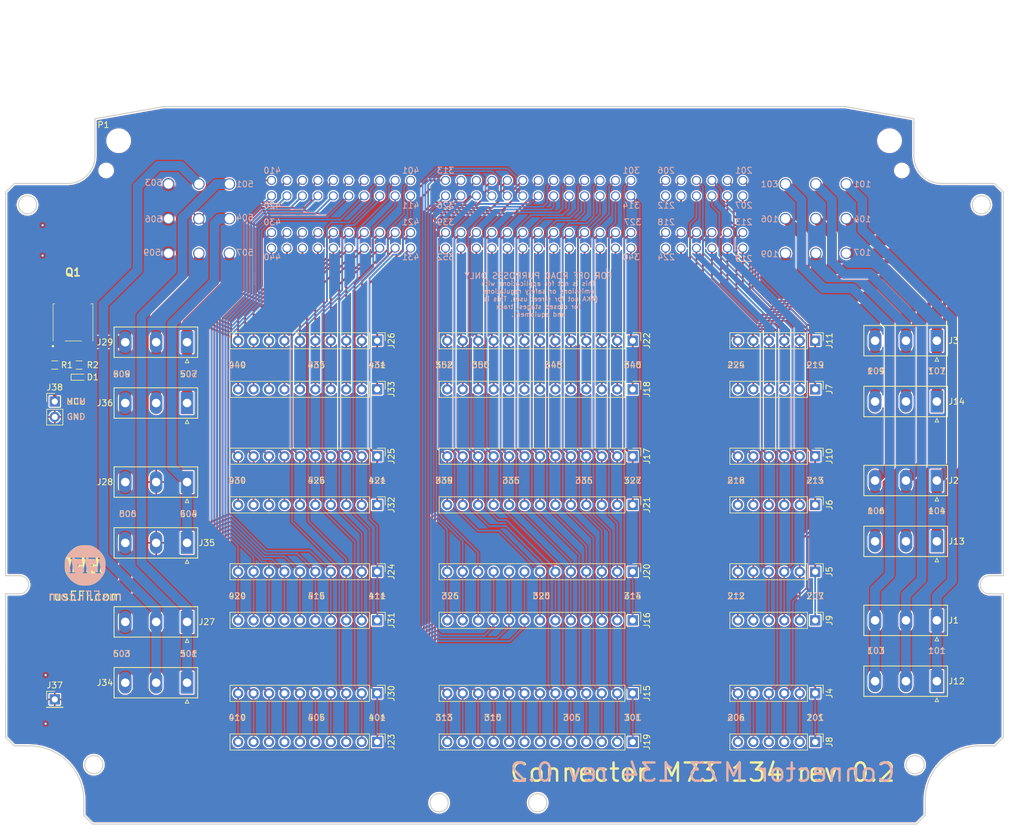
<source format=kicad_pcb>
(kicad_pcb (version 20171130) (host pcbnew "(5.1.7)-1")
  (title_block (title "ME7 ECU") (date 2020-03-23) (rev R0.1))
  (layers (0 F.Cu signal) (31 B.Cu signal) (34 B.Paste user) (35 F.Paste user) (36 B.SilkS user) (37 F.SilkS user) (38 B.Mask user) (39 F.Mask user) (44 Edge.Cuts user))
  (net 0 "")
  (net 1 Earth)
  (net 2 "Net-(D1-Pad2)")
  (net 3 /101)
  (net 4 "Net-(J1-Pad2)")
  (net 5 /103)
  (net 6 /104)
  (net 7 "Net-(J13-Pad2)")
  (net 8 /106)
  (net 9 /109)
  (net 10 "Net-(J14-Pad2)")
  (net 11 /107)
  (net 12 /201)
  (net 13 "Net-(J4-Pad2)")
  (net 14 "Net-(J4-Pad3)")
  (net 15 "Net-(J4-Pad4)")
  (net 16 "Net-(J4-Pad5)")
  (net 17 /206)
  (net 18 /212)
  (net 19 "Net-(J5-Pad5)")
  (net 20 "Net-(J5-Pad4)")
  (net 21 "Net-(J5-Pad3)")
  (net 22 "Net-(J5-Pad2)")
  (net 23 /207)
  (net 24 /218)
  (net 25 "Net-(J10-Pad5)")
  (net 26 "Net-(J10-Pad4)")
  (net 27 "Net-(J10-Pad3)")
  (net 28 "Net-(J10-Pad2)")
  (net 29 /213)
  (net 30 /219)
  (net 31 "Net-(J11-Pad2)")
  (net 32 "Net-(J11-Pad3)")
  (net 33 "Net-(J11-Pad4)")
  (net 34 "Net-(J11-Pad5)")
  (net 35 /224)
  (net 36 /313)
  (net 37 "Net-(J15-Pad12)")
  (net 38 "Net-(J15-Pad11)")
  (net 39 /310)
  (net 40 "Net-(J15-Pad9)")
  (net 41 "Net-(J15-Pad8)")
  (net 42 "Net-(J15-Pad7)")
  (net 43 "Net-(J15-Pad6)")
  (net 44 /305)
  (net 45 "Net-(J15-Pad4)")
  (net 46 "Net-(J15-Pad3)")
  (net 47 "Net-(J15-Pad2)")
  (net 48 /301)
  (net 49 /326)
  (net 50 /325)
  (net 51 "Net-(J16-Pad11)")
  (net 52 "Net-(J16-Pad10)")
  (net 53 "Net-(J16-Pad9)")
  (net 54 "Net-(J16-Pad8)")
  (net 55 /320)
  (net 56 "Net-(J16-Pad6)")
  (net 57 "Net-(J16-Pad5)")
  (net 58 "Net-(J16-Pad4)")
  (net 59 "Net-(J16-Pad3)")
  (net 60 /315)
  (net 61 /314)
  (net 62 /327)
  (net 63 "Net-(J17-Pad2)")
  (net 64 "Net-(J17-Pad3)")
  (net 65 /330)
  (net 66 "Net-(J17-Pad5)")
  (net 67 "Net-(J17-Pad6)")
  (net 68 "Net-(J17-Pad7)")
  (net 69 "Net-(J17-Pad8)")
  (net 70 /335)
  (net 71 "Net-(J17-Pad10)")
  (net 72 "Net-(J17-Pad11)")
  (net 73 "Net-(J17-Pad12)")
  (net 74 /339)
  (net 75 /340)
  (net 76 "Net-(J18-Pad2)")
  (net 77 "Net-(J18-Pad3)")
  (net 78 "Net-(J18-Pad4)")
  (net 79 "Net-(J18-Pad5)")
  (net 80 /345)
  (net 81 "Net-(J18-Pad7)")
  (net 82 "Net-(J18-Pad8)")
  (net 83 "Net-(J18-Pad9)")
  (net 84 "Net-(J18-Pad10)")
  (net 85 /350)
  (net 86 "Net-(J18-Pad12)")
  (net 87 /352)
  (net 88 /401)
  (net 89 "Net-(J23-Pad2)")
  (net 90 "Net-(J23-Pad3)")
  (net 91 "Net-(J23-Pad4)")
  (net 92 /405)
  (net 93 "Net-(J23-Pad6)")
  (net 94 "Net-(J23-Pad7)")
  (net 95 "Net-(J23-Pad8)")
  (net 96 "Net-(J23-Pad9)")
  (net 97 /410)
  (net 98 /411)
  (net 99 "Net-(J24-Pad2)")
  (net 100 "Net-(J24-Pad3)")
  (net 101 "Net-(J24-Pad4)")
  (net 102 /415)
  (net 103 "Net-(J24-Pad6)")
  (net 104 "Net-(J24-Pad7)")
  (net 105 "Net-(J24-Pad8)")
  (net 106 "Net-(J24-Pad9)")
  (net 107 /420)
  (net 108 /430)
  (net 109 "Net-(J25-Pad9)")
  (net 110 "Net-(J25-Pad8)")
  (net 111 "Net-(J25-Pad7)")
  (net 112 "Net-(J25-Pad6)")
  (net 113 /425)
  (net 114 "Net-(J25-Pad4)")
  (net 115 "Net-(J25-Pad3)")
  (net 116 "Net-(J25-Pad2)")
  (net 117 /421)
  (net 118 /440)
  (net 119 "Net-(J26-Pad9)")
  (net 120 "Net-(J26-Pad8)")
  (net 121 "Net-(J26-Pad7)")
  (net 122 "Net-(J26-Pad6)")
  (net 123 /435)
  (net 124 "Net-(J26-Pad4)")
  (net 125 "Net-(J26-Pad3)")
  (net 126 "Net-(J26-Pad2)")
  (net 127 /431)
  (net 128 /501)
  (net 129 "Net-(J27-Pad2)")
  (net 130 /504)
  (net 131 /507)
  (net 132 "Net-(J29-Pad2)")
  (net 133 "Net-(J38-Pad1)")
  (net 134 COIL)
  (net 135 "Net-(Q1-Pad1)")
  (module rusefi:LOGO (layer B.Cu) (at 53 117 180)
    (fp_text reference G? hide)
    (fp_text value LOGO hide)
  )
  (module rusefi:Off_Road_Disclaimer (layer B.Cu) (at 127.5 72.5 180)
    (fp_text reference G? hide)
    (fp_text value Disclaimer hide)
    (fp_text user "FOR OFF ROAD PURPOSES ONLY" (at 0 3.175) (layer B.SilkS) (effects (justify mirror)))
    (fp_text user "This is not for applications with" (at 0 1.905) (layer B.SilkS) (effects (font (size 0.762 0.762) (thickness 0.127)) (justify mirror)))
    (fp_text user "emissions or safety regulations" (at 0 0.635) (layer B.SilkS) (effects (font (size 0.762 0.762) (thickness 0.127)) (justify mirror)))
    (fp_text user "(AKA not for street use). This is " (at -0.127 -0.635) (layer B.SilkS) (effects (font (size 0.762 0.762) (thickness 0.127)) (justify mirror)))
    (fp_text user "for closed stages, track" (at 0 -1.905) (layer B.SilkS) (effects (font (size 0.762 0.762) (thickness 0.127)) (justify mirror)))
    (fp_text user "and equipment." (at 0 -3.175) (layer B.SilkS) (effects (font (size 0.762 0.762) (thickness 0.127)) (justify mirror)))
  )
  (module rusefi:LOGO (layer F.Cu) (at 53 117)
    (fp_text reference G? hide)
    (fp_text value LOGO hide)
  )
  (module LEDs:LED_0603 (layer F.Cu) (at 52 86)
    (fp_text reference D1 (at 2.25 0) (layer F.SilkS))
    (fp_text value LED)
    (pad 1 smd rect (at -0.8 0 180) (size 0.8 0.8) (layers F.Cu F.Paste F.Mask) (net 1 Earth))
    (pad 2 smd rect (at 0.8 0 180) (size 0.8 0.8) (layers F.Cu F.Paste F.Mask) (net 2 "Net-(D1-Pad2)"))
  )
  (module Pin_Headers:Pin_Header_Straight_1x06_Pitch2.54mm (layer F.Cu) (at 173 138 270)
    (fp_text reference J4 (at 0 -2.33 90) (layer F.SilkS))
    (fp_text value Conn_01x06)
    (pad 1 thru_hole rect (at 0 0 270) (size 1.7 1.7) (drill 1) (layers *.Cu *.Mask) (net 12 /201))
    (pad 2 thru_hole oval (at 0 2.54 270) (size 1.7 1.7) (drill 1) (layers *.Cu *.Mask) (net 13 "Net-(J4-Pad2)"))
    (pad 3 thru_hole oval (at 0 5.08 270) (size 1.7 1.7) (drill 1) (layers *.Cu *.Mask) (net 14 "Net-(J4-Pad3)"))
    (pad 4 thru_hole oval (at 0 7.62 270) (size 1.7 1.7) (drill 1) (layers *.Cu *.Mask) (net 15 "Net-(J4-Pad4)"))
    (pad 5 thru_hole oval (at 0 10.16 270) (size 1.7 1.7) (drill 1) (layers *.Cu *.Mask) (net 16 "Net-(J4-Pad5)"))
    (pad 6 thru_hole oval (at 0 12.7 270) (size 1.7 1.7) (drill 1) (layers *.Cu *.Mask) (net 17 /206))
  )
  (module Pin_Headers:Pin_Header_Straight_1x06_Pitch2.54mm (layer F.Cu) (at 173 118 270)
    (fp_text reference J5 (at 0 -2.33 90) (layer F.SilkS))
    (fp_text value Conn_01x06)
    (pad 6 thru_hole oval (at 0 12.7 270) (size 1.7 1.7) (drill 1) (layers *.Cu *.Mask) (net 18 /212))
    (pad 5 thru_hole oval (at 0 10.16 270) (size 1.7 1.7) (drill 1) (layers *.Cu *.Mask) (net 19 "Net-(J5-Pad5)"))
    (pad 4 thru_hole oval (at 0 7.62 270) (size 1.7 1.7) (drill 1) (layers *.Cu *.Mask) (net 20 "Net-(J5-Pad4)"))
    (pad 3 thru_hole oval (at 0 5.08 270) (size 1.7 1.7) (drill 1) (layers *.Cu *.Mask) (net 21 "Net-(J5-Pad3)"))
    (pad 2 thru_hole oval (at 0 2.54 270) (size 1.7 1.7) (drill 1) (layers *.Cu *.Mask) (net 22 "Net-(J5-Pad2)"))
    (pad 1 thru_hole rect (at 0 0 270) (size 1.7 1.7) (drill 1) (layers *.Cu *.Mask) (net 23 /207))
  )
  (module Pin_Headers:Pin_Header_Straight_1x06_Pitch2.54mm (layer F.Cu) (at 173 107 270)
    (fp_text reference J6 (at 0 -2.33 90) (layer F.SilkS))
    (fp_text value Conn_01x06)
    (pad 6 thru_hole oval (at 0 12.7 270) (size 1.7 1.7) (drill 1) (layers *.Cu *.Mask) (net 24 /218))
    (pad 5 thru_hole oval (at 0 10.16 270) (size 1.7 1.7) (drill 1) (layers *.Cu *.Mask) (net 25 "Net-(J10-Pad5)"))
    (pad 4 thru_hole oval (at 0 7.62 270) (size 1.7 1.7) (drill 1) (layers *.Cu *.Mask) (net 26 "Net-(J10-Pad4)"))
    (pad 3 thru_hole oval (at 0 5.08 270) (size 1.7 1.7) (drill 1) (layers *.Cu *.Mask) (net 27 "Net-(J10-Pad3)"))
    (pad 2 thru_hole oval (at 0 2.54 270) (size 1.7 1.7) (drill 1) (layers *.Cu *.Mask) (net 28 "Net-(J10-Pad2)"))
    (pad 1 thru_hole rect (at 0 0 270) (size 1.7 1.7) (drill 1) (layers *.Cu *.Mask) (net 29 /213))
  )
  (module Pin_Headers:Pin_Header_Straight_1x06_Pitch2.54mm (layer F.Cu) (at 173 88 270)
    (fp_text reference J7 (at 0 -2.33 90) (layer F.SilkS))
    (fp_text value Conn_01x06)
    (pad 1 thru_hole rect (at 0 0 270) (size 1.7 1.7) (drill 1) (layers *.Cu *.Mask) (net 30 /219))
    (pad 2 thru_hole oval (at 0 2.54 270) (size 1.7 1.7) (drill 1) (layers *.Cu *.Mask) (net 31 "Net-(J11-Pad2)"))
    (pad 3 thru_hole oval (at 0 5.08 270) (size 1.7 1.7) (drill 1) (layers *.Cu *.Mask) (net 32 "Net-(J11-Pad3)"))
    (pad 4 thru_hole oval (at 0 7.62 270) (size 1.7 1.7) (drill 1) (layers *.Cu *.Mask) (net 33 "Net-(J11-Pad4)"))
    (pad 5 thru_hole oval (at 0 10.16 270) (size 1.7 1.7) (drill 1) (layers *.Cu *.Mask) (net 34 "Net-(J11-Pad5)"))
    (pad 6 thru_hole oval (at 0 12.7 270) (size 1.7 1.7) (drill 1) (layers *.Cu *.Mask) (net 35 /224))
  )
  (module Pin_Headers:Pin_Header_Straight_1x06_Pitch2.54mm (layer F.Cu) (at 173 146 270)
    (fp_text reference J8 (at 0 -2.33 90) (layer F.SilkS))
    (fp_text value Conn_01x06)
    (pad 1 thru_hole rect (at 0 0 270) (size 1.7 1.7) (drill 1) (layers *.Cu *.Mask) (net 12 /201))
    (pad 2 thru_hole oval (at 0 2.54 270) (size 1.7 1.7) (drill 1) (layers *.Cu *.Mask) (net 13 "Net-(J4-Pad2)"))
    (pad 3 thru_hole oval (at 0 5.08 270) (size 1.7 1.7) (drill 1) (layers *.Cu *.Mask) (net 14 "Net-(J4-Pad3)"))
    (pad 4 thru_hole oval (at 0 7.62 270) (size 1.7 1.7) (drill 1) (layers *.Cu *.Mask) (net 15 "Net-(J4-Pad4)"))
    (pad 5 thru_hole oval (at 0 10.16 270) (size 1.7 1.7) (drill 1) (layers *.Cu *.Mask) (net 16 "Net-(J4-Pad5)"))
    (pad 6 thru_hole oval (at 0 12.7 270) (size 1.7 1.7) (drill 1) (layers *.Cu *.Mask) (net 17 /206))
  )
  (module Pin_Headers:Pin_Header_Straight_1x06_Pitch2.54mm (layer F.Cu) (at 173 126 270)
    (fp_text reference J9 (at 0 -2.33 90) (layer F.SilkS))
    (fp_text value Conn_01x06)
    (pad 6 thru_hole oval (at 0 12.7 270) (size 1.7 1.7) (drill 1) (layers *.Cu *.Mask) (net 18 /212))
    (pad 5 thru_hole oval (at 0 10.16 270) (size 1.7 1.7) (drill 1) (layers *.Cu *.Mask) (net 19 "Net-(J5-Pad5)"))
    (pad 4 thru_hole oval (at 0 7.62 270) (size 1.7 1.7) (drill 1) (layers *.Cu *.Mask) (net 20 "Net-(J5-Pad4)"))
    (pad 3 thru_hole oval (at 0 5.08 270) (size 1.7 1.7) (drill 1) (layers *.Cu *.Mask) (net 21 "Net-(J5-Pad3)"))
    (pad 2 thru_hole oval (at 0 2.54 270) (size 1.7 1.7) (drill 1) (layers *.Cu *.Mask) (net 22 "Net-(J5-Pad2)"))
    (pad 1 thru_hole rect (at 0 0 270) (size 1.7 1.7) (drill 1) (layers *.Cu *.Mask) (net 23 /207))
  )
  (module Pin_Headers:Pin_Header_Straight_1x06_Pitch2.54mm (layer F.Cu) (at 173 99 270)
    (fp_text reference J10 (at 0 -2.33 90) (layer F.SilkS))
    (fp_text value Conn_01x06)
    (pad 1 thru_hole rect (at 0 0 270) (size 1.7 1.7) (drill 1) (layers *.Cu *.Mask) (net 29 /213))
    (pad 2 thru_hole oval (at 0 2.54 270) (size 1.7 1.7) (drill 1) (layers *.Cu *.Mask) (net 28 "Net-(J10-Pad2)"))
    (pad 3 thru_hole oval (at 0 5.08 270) (size 1.7 1.7) (drill 1) (layers *.Cu *.Mask) (net 27 "Net-(J10-Pad3)"))
    (pad 4 thru_hole oval (at 0 7.62 270) (size 1.7 1.7) (drill 1) (layers *.Cu *.Mask) (net 26 "Net-(J10-Pad4)"))
    (pad 5 thru_hole oval (at 0 10.16 270) (size 1.7 1.7) (drill 1) (layers *.Cu *.Mask) (net 25 "Net-(J10-Pad5)"))
    (pad 6 thru_hole oval (at 0 12.7 270) (size 1.7 1.7) (drill 1) (layers *.Cu *.Mask) (net 24 /218))
  )
  (module Pin_Headers:Pin_Header_Straight_1x06_Pitch2.54mm (layer F.Cu) (at 173 80 270)
    (fp_text reference J11 (at 0 -2.33 90) (layer F.SilkS))
    (fp_text value Conn_01x06)
    (pad 6 thru_hole oval (at 0 12.7 270) (size 1.7 1.7) (drill 1) (layers *.Cu *.Mask) (net 35 /224))
    (pad 5 thru_hole oval (at 0 10.16 270) (size 1.7 1.7) (drill 1) (layers *.Cu *.Mask) (net 34 "Net-(J11-Pad5)"))
    (pad 4 thru_hole oval (at 0 7.62 270) (size 1.7 1.7) (drill 1) (layers *.Cu *.Mask) (net 33 "Net-(J11-Pad4)"))
    (pad 3 thru_hole oval (at 0 5.08 270) (size 1.7 1.7) (drill 1) (layers *.Cu *.Mask) (net 32 "Net-(J11-Pad3)"))
    (pad 2 thru_hole oval (at 0 2.54 270) (size 1.7 1.7) (drill 1) (layers *.Cu *.Mask) (net 31 "Net-(J11-Pad2)"))
    (pad 1 thru_hole rect (at 0 0 270) (size 1.7 1.7) (drill 1) (layers *.Cu *.Mask) (net 30 /219))
  )
  (module Pin_Headers:Pin_Header_Straight_1x13_Pitch2.54mm (layer F.Cu) (at 143 138 270)
    (fp_text reference J15 (at 0 -2.33 90) (layer F.SilkS))
    (fp_text value Conn_01x13)
    (pad 13 thru_hole oval (at 0 30.48 270) (size 1.7 1.7) (drill 1) (layers *.Cu *.Mask) (net 36 /313))
    (pad 12 thru_hole oval (at 0 27.94 270) (size 1.7 1.7) (drill 1) (layers *.Cu *.Mask) (net 37 "Net-(J15-Pad12)"))
    (pad 11 thru_hole oval (at 0 25.4 270) (size 1.7 1.7) (drill 1) (layers *.Cu *.Mask) (net 38 "Net-(J15-Pad11)"))
    (pad 10 thru_hole oval (at 0 22.86 270) (size 1.7 1.7) (drill 1) (layers *.Cu *.Mask) (net 39 /310))
    (pad 9 thru_hole oval (at 0 20.32 270) (size 1.7 1.7) (drill 1) (layers *.Cu *.Mask) (net 40 "Net-(J15-Pad9)"))
    (pad 8 thru_hole oval (at 0 17.78 270) (size 1.7 1.7) (drill 1) (layers *.Cu *.Mask) (net 41 "Net-(J15-Pad8)"))
    (pad 7 thru_hole oval (at 0 15.24 270) (size 1.7 1.7) (drill 1) (layers *.Cu *.Mask) (net 42 "Net-(J15-Pad7)"))
    (pad 6 thru_hole oval (at 0 12.7 270) (size 1.7 1.7) (drill 1) (layers *.Cu *.Mask) (net 43 "Net-(J15-Pad6)"))
    (pad 5 thru_hole oval (at 0 10.16 270) (size 1.7 1.7) (drill 1) (layers *.Cu *.Mask) (net 44 /305))
    (pad 4 thru_hole oval (at 0 7.62 270) (size 1.7 1.7) (drill 1) (layers *.Cu *.Mask) (net 45 "Net-(J15-Pad4)"))
    (pad 3 thru_hole oval (at 0 5.08 270) (size 1.7 1.7) (drill 1) (layers *.Cu *.Mask) (net 46 "Net-(J15-Pad3)"))
    (pad 2 thru_hole oval (at 0 2.54 270) (size 1.7 1.7) (drill 1) (layers *.Cu *.Mask) (net 47 "Net-(J15-Pad2)"))
    (pad 1 thru_hole rect (at 0 0 270) (size 1.7 1.7) (drill 1) (layers *.Cu *.Mask) (net 48 /301))
  )
  (module Pin_Headers:Pin_Header_Straight_1x13_Pitch2.54mm (layer F.Cu) (at 143 126 270)
    (fp_text reference J16 (at 0 -2.33 90) (layer F.SilkS))
    (fp_text value Conn_01x13)
    (pad 13 thru_hole oval (at 0 30.48 270) (size 1.7 1.7) (drill 1) (layers *.Cu *.Mask) (net 49 /326))
    (pad 12 thru_hole oval (at 0 27.94 270) (size 1.7 1.7) (drill 1) (layers *.Cu *.Mask) (net 50 /325))
    (pad 11 thru_hole oval (at 0 25.4 270) (size 1.7 1.7) (drill 1) (layers *.Cu *.Mask) (net 51 "Net-(J16-Pad11)"))
    (pad 10 thru_hole oval (at 0 22.86 270) (size 1.7 1.7) (drill 1) (layers *.Cu *.Mask) (net 52 "Net-(J16-Pad10)"))
    (pad 9 thru_hole oval (at 0 20.32 270) (size 1.7 1.7) (drill 1) (layers *.Cu *.Mask) (net 53 "Net-(J16-Pad9)"))
    (pad 8 thru_hole oval (at 0 17.78 270) (size 1.7 1.7) (drill 1) (layers *.Cu *.Mask) (net 54 "Net-(J16-Pad8)"))
    (pad 7 thru_hole oval (at 0 15.24 270) (size 1.7 1.7) (drill 1) (layers *.Cu *.Mask) (net 55 /320))
    (pad 6 thru_hole oval (at 0 12.7 270) (size 1.7 1.7) (drill 1) (layers *.Cu *.Mask) (net 56 "Net-(J16-Pad6)"))
    (pad 5 thru_hole oval (at 0 10.16 270) (size 1.7 1.7) (drill 1) (layers *.Cu *.Mask) (net 57 "Net-(J16-Pad5)"))
    (pad 4 thru_hole oval (at 0 7.62 270) (size 1.7 1.7) (drill 1) (layers *.Cu *.Mask) (net 58 "Net-(J16-Pad4)"))
    (pad 3 thru_hole oval (at 0 5.08 270) (size 1.7 1.7) (drill 1) (layers *.Cu *.Mask) (net 59 "Net-(J16-Pad3)"))
    (pad 2 thru_hole oval (at 0 2.54 270) (size 1.7 1.7) (drill 1) (layers *.Cu *.Mask) (net 60 /315))
    (pad 1 thru_hole rect (at 0 0 270) (size 1.7 1.7) (drill 1) (layers *.Cu *.Mask) (net 61 /314))
  )
  (module Pin_Headers:Pin_Header_Straight_1x13_Pitch2.54mm (layer F.Cu) (at 143 99 270)
    (fp_text reference J17 (at 0 -2.33 90) (layer F.SilkS))
    (fp_text value Conn_01x13)
    (pad 1 thru_hole rect (at 0 0 270) (size 1.7 1.7) (drill 1) (layers *.Cu *.Mask) (net 62 /327))
    (pad 2 thru_hole oval (at 0 2.54 270) (size 1.7 1.7) (drill 1) (layers *.Cu *.Mask) (net 63 "Net-(J17-Pad2)"))
    (pad 3 thru_hole oval (at 0 5.08 270) (size 1.7 1.7) (drill 1) (layers *.Cu *.Mask) (net 64 "Net-(J17-Pad3)"))
    (pad 4 thru_hole oval (at 0 7.62 270) (size 1.7 1.7) (drill 1) (layers *.Cu *.Mask) (net 65 /330))
    (pad 5 thru_hole oval (at 0 10.16 270) (size 1.7 1.7) (drill 1) (layers *.Cu *.Mask) (net 66 "Net-(J17-Pad5)"))
    (pad 6 thru_hole oval (at 0 12.7 270) (size 1.7 1.7) (drill 1) (layers *.Cu *.Mask) (net 67 "Net-(J17-Pad6)"))
    (pad 7 thru_hole oval (at 0 15.24 270) (size 1.7 1.7) (drill 1) (layers *.Cu *.Mask) (net 68 "Net-(J17-Pad7)"))
    (pad 8 thru_hole oval (at 0 17.78 270) (size 1.7 1.7) (drill 1) (layers *.Cu *.Mask) (net 69 "Net-(J17-Pad8)"))
    (pad 9 thru_hole oval (at 0 20.32 270) (size 1.7 1.7) (drill 1) (layers *.Cu *.Mask) (net 70 /335))
    (pad 10 thru_hole oval (at 0 22.86 270) (size 1.7 1.7) (drill 1) (layers *.Cu *.Mask) (net 71 "Net-(J17-Pad10)"))
    (pad 11 thru_hole oval (at 0 25.4 270) (size 1.7 1.7) (drill 1) (layers *.Cu *.Mask) (net 72 "Net-(J17-Pad11)"))
    (pad 12 thru_hole oval (at 0 27.94 270) (size 1.7 1.7) (drill 1) (layers *.Cu *.Mask) (net 73 "Net-(J17-Pad12)"))
    (pad 13 thru_hole oval (at 0 30.48 270) (size 1.7 1.7) (drill 1) (layers *.Cu *.Mask) (net 74 /339))
  )
  (module Pin_Headers:Pin_Header_Straight_1x13_Pitch2.54mm (layer F.Cu) (at 143 88 270)
    (fp_text reference J18 (at 0 -2.33 90) (layer F.SilkS))
    (fp_text value Conn_01x13)
    (pad 1 thru_hole rect (at 0 0 270) (size 1.7 1.7) (drill 1) (layers *.Cu *.Mask) (net 75 /340))
    (pad 2 thru_hole oval (at 0 2.54 270) (size 1.7 1.7) (drill 1) (layers *.Cu *.Mask) (net 76 "Net-(J18-Pad2)"))
    (pad 3 thru_hole oval (at 0 5.08 270) (size 1.7 1.7) (drill 1) (layers *.Cu *.Mask) (net 77 "Net-(J18-Pad3)"))
    (pad 4 thru_hole oval (at 0 7.62 270) (size 1.7 1.7) (drill 1) (layers *.Cu *.Mask) (net 78 "Net-(J18-Pad4)"))
    (pad 5 thru_hole oval (at 0 10.16 270) (size 1.7 1.7) (drill 1) (layers *.Cu *.Mask) (net 79 "Net-(J18-Pad5)"))
    (pad 6 thru_hole oval (at 0 12.7 270) (size 1.7 1.7) (drill 1) (layers *.Cu *.Mask) (net 80 /345))
    (pad 7 thru_hole oval (at 0 15.24 270) (size 1.7 1.7) (drill 1) (layers *.Cu *.Mask) (net 81 "Net-(J18-Pad7)"))
    (pad 8 thru_hole oval (at 0 17.78 270) (size 1.7 1.7) (drill 1) (layers *.Cu *.Mask) (net 82 "Net-(J18-Pad8)"))
    (pad 9 thru_hole oval (at 0 20.32 270) (size 1.7 1.7) (drill 1) (layers *.Cu *.Mask) (net 83 "Net-(J18-Pad9)"))
    (pad 10 thru_hole oval (at 0 22.86 270) (size 1.7 1.7) (drill 1) (layers *.Cu *.Mask) (net 84 "Net-(J18-Pad10)"))
    (pad 11 thru_hole oval (at 0 25.4 270) (size 1.7 1.7) (drill 1) (layers *.Cu *.Mask) (net 85 /350))
    (pad 12 thru_hole oval (at 0 27.94 270) (size 1.7 1.7) (drill 1) (layers *.Cu *.Mask) (net 86 "Net-(J18-Pad12)"))
    (pad 13 thru_hole oval (at 0 30.48 270) (size 1.7 1.7) (drill 1) (layers *.Cu *.Mask) (net 87 /352))
  )
  (module Pin_Headers:Pin_Header_Straight_1x13_Pitch2.54mm (layer F.Cu) (at 143 146 270)
    (fp_text reference J19 (at 0 -2.33 90) (layer F.SilkS))
    (fp_text value Conn_01x13)
    (pad 1 thru_hole rect (at 0 0 270) (size 1.7 1.7) (drill 1) (layers *.Cu *.Mask) (net 48 /301))
    (pad 2 thru_hole oval (at 0 2.54 270) (size 1.7 1.7) (drill 1) (layers *.Cu *.Mask) (net 47 "Net-(J15-Pad2)"))
    (pad 3 thru_hole oval (at 0 5.08 270) (size 1.7 1.7) (drill 1) (layers *.Cu *.Mask) (net 46 "Net-(J15-Pad3)"))
    (pad 4 thru_hole oval (at 0 7.62 270) (size 1.7 1.7) (drill 1) (layers *.Cu *.Mask) (net 45 "Net-(J15-Pad4)"))
    (pad 5 thru_hole oval (at 0 10.16 270) (size 1.7 1.7) (drill 1) (layers *.Cu *.Mask) (net 44 /305))
    (pad 6 thru_hole oval (at 0 12.7 270) (size 1.7 1.7) (drill 1) (layers *.Cu *.Mask) (net 43 "Net-(J15-Pad6)"))
    (pad 7 thru_hole oval (at 0 15.24 270) (size 1.7 1.7) (drill 1) (layers *.Cu *.Mask) (net 42 "Net-(J15-Pad7)"))
    (pad 8 thru_hole oval (at 0 17.78 270) (size 1.7 1.7) (drill 1) (layers *.Cu *.Mask) (net 41 "Net-(J15-Pad8)"))
    (pad 9 thru_hole oval (at 0 20.32 270) (size 1.7 1.7) (drill 1) (layers *.Cu *.Mask) (net 40 "Net-(J15-Pad9)"))
    (pad 10 thru_hole oval (at 0 22.86 270) (size 1.7 1.7) (drill 1) (layers *.Cu *.Mask) (net 39 /310))
    (pad 11 thru_hole oval (at 0 25.4 270) (size 1.7 1.7) (drill 1) (layers *.Cu *.Mask) (net 38 "Net-(J15-Pad11)"))
    (pad 12 thru_hole oval (at 0 27.94 270) (size 1.7 1.7) (drill 1) (layers *.Cu *.Mask) (net 37 "Net-(J15-Pad12)"))
    (pad 13 thru_hole oval (at 0 30.48 270) (size 1.7 1.7) (drill 1) (layers *.Cu *.Mask) (net 36 /313))
  )
  (module Pin_Headers:Pin_Header_Straight_1x13_Pitch2.54mm (layer F.Cu) (at 143 118 270)
    (fp_text reference J20 (at 0 -2.33 90) (layer F.SilkS))
    (fp_text value Conn_01x13)
    (pad 13 thru_hole oval (at 0 30.48 270) (size 1.7 1.7) (drill 1) (layers *.Cu *.Mask) (net 49 /326))
    (pad 12 thru_hole oval (at 0 27.94 270) (size 1.7 1.7) (drill 1) (layers *.Cu *.Mask) (net 50 /325))
    (pad 11 thru_hole oval (at 0 25.4 270) (size 1.7 1.7) (drill 1) (layers *.Cu *.Mask) (net 51 "Net-(J16-Pad11)"))
    (pad 10 thru_hole oval (at 0 22.86 270) (size 1.7 1.7) (drill 1) (layers *.Cu *.Mask) (net 52 "Net-(J16-Pad10)"))
    (pad 9 thru_hole oval (at 0 20.32 270) (size 1.7 1.7) (drill 1) (layers *.Cu *.Mask) (net 53 "Net-(J16-Pad9)"))
    (pad 8 thru_hole oval (at 0 17.78 270) (size 1.7 1.7) (drill 1) (layers *.Cu *.Mask) (net 54 "Net-(J16-Pad8)"))
    (pad 7 thru_hole oval (at 0 15.24 270) (size 1.7 1.7) (drill 1) (layers *.Cu *.Mask) (net 55 /320))
    (pad 6 thru_hole oval (at 0 12.7 270) (size 1.7 1.7) (drill 1) (layers *.Cu *.Mask) (net 56 "Net-(J16-Pad6)"))
    (pad 5 thru_hole oval (at 0 10.16 270) (size 1.7 1.7) (drill 1) (layers *.Cu *.Mask) (net 57 "Net-(J16-Pad5)"))
    (pad 4 thru_hole oval (at 0 7.62 270) (size 1.7 1.7) (drill 1) (layers *.Cu *.Mask) (net 58 "Net-(J16-Pad4)"))
    (pad 3 thru_hole oval (at 0 5.08 270) (size 1.7 1.7) (drill 1) (layers *.Cu *.Mask) (net 59 "Net-(J16-Pad3)"))
    (pad 2 thru_hole oval (at 0 2.54 270) (size 1.7 1.7) (drill 1) (layers *.Cu *.Mask) (net 60 /315))
    (pad 1 thru_hole rect (at 0 0 270) (size 1.7 1.7) (drill 1) (layers *.Cu *.Mask) (net 61 /314))
  )
  (module Pin_Headers:Pin_Header_Straight_1x13_Pitch2.54mm (layer F.Cu) (at 143 107 270)
    (fp_text reference J21 (at 0 -2.33 90) (layer F.SilkS))
    (fp_text value Conn_01x13)
    (pad 1 thru_hole rect (at 0 0 270) (size 1.7 1.7) (drill 1) (layers *.Cu *.Mask) (net 62 /327))
    (pad 2 thru_hole oval (at 0 2.54 270) (size 1.7 1.7) (drill 1) (layers *.Cu *.Mask) (net 63 "Net-(J17-Pad2)"))
    (pad 3 thru_hole oval (at 0 5.08 270) (size 1.7 1.7) (drill 1) (layers *.Cu *.Mask) (net 64 "Net-(J17-Pad3)"))
    (pad 4 thru_hole oval (at 0 7.62 270) (size 1.7 1.7) (drill 1) (layers *.Cu *.Mask) (net 65 /330))
    (pad 5 thru_hole oval (at 0 10.16 270) (size 1.7 1.7) (drill 1) (layers *.Cu *.Mask) (net 66 "Net-(J17-Pad5)"))
    (pad 6 thru_hole oval (at 0 12.7 270) (size 1.7 1.7) (drill 1) (layers *.Cu *.Mask) (net 67 "Net-(J17-Pad6)"))
    (pad 7 thru_hole oval (at 0 15.24 270) (size 1.7 1.7) (drill 1) (layers *.Cu *.Mask) (net 68 "Net-(J17-Pad7)"))
    (pad 8 thru_hole oval (at 0 17.78 270) (size 1.7 1.7) (drill 1) (layers *.Cu *.Mask) (net 69 "Net-(J17-Pad8)"))
    (pad 9 thru_hole oval (at 0 20.32 270) (size 1.7 1.7) (drill 1) (layers *.Cu *.Mask) (net 70 /335))
    (pad 10 thru_hole oval (at 0 22.86 270) (size 1.7 1.7) (drill 1) (layers *.Cu *.Mask) (net 71 "Net-(J17-Pad10)"))
    (pad 11 thru_hole oval (at 0 25.4 270) (size 1.7 1.7) (drill 1) (layers *.Cu *.Mask) (net 72 "Net-(J17-Pad11)"))
    (pad 12 thru_hole oval (at 0 27.94 270) (size 1.7 1.7) (drill 1) (layers *.Cu *.Mask) (net 73 "Net-(J17-Pad12)"))
    (pad 13 thru_hole oval (at 0 30.48 270) (size 1.7 1.7) (drill 1) (layers *.Cu *.Mask) (net 74 /339))
  )
  (module Pin_Headers:Pin_Header_Straight_1x13_Pitch2.54mm (layer F.Cu) (at 143 80 270)
    (fp_text reference J22 (at 0 -2.33 90) (layer F.SilkS))
    (fp_text value Conn_01x13)
    (pad 13 thru_hole oval (at 0 30.48 270) (size 1.7 1.7) (drill 1) (layers *.Cu *.Mask) (net 87 /352))
    (pad 12 thru_hole oval (at 0 27.94 270) (size 1.7 1.7) (drill 1) (layers *.Cu *.Mask) (net 86 "Net-(J18-Pad12)"))
    (pad 11 thru_hole oval (at 0 25.4 270) (size 1.7 1.7) (drill 1) (layers *.Cu *.Mask) (net 85 /350))
    (pad 10 thru_hole oval (at 0 22.86 270) (size 1.7 1.7) (drill 1) (layers *.Cu *.Mask) (net 84 "Net-(J18-Pad10)"))
    (pad 9 thru_hole oval (at 0 20.32 270) (size 1.7 1.7) (drill 1) (layers *.Cu *.Mask) (net 83 "Net-(J18-Pad9)"))
    (pad 8 thru_hole oval (at 0 17.78 270) (size 1.7 1.7) (drill 1) (layers *.Cu *.Mask) (net 82 "Net-(J18-Pad8)"))
    (pad 7 thru_hole oval (at 0 15.24 270) (size 1.7 1.7) (drill 1) (layers *.Cu *.Mask) (net 81 "Net-(J18-Pad7)"))
    (pad 6 thru_hole oval (at 0 12.7 270) (size 1.7 1.7) (drill 1) (layers *.Cu *.Mask) (net 80 /345))
    (pad 5 thru_hole oval (at 0 10.16 270) (size 1.7 1.7) (drill 1) (layers *.Cu *.Mask) (net 79 "Net-(J18-Pad5)"))
    (pad 4 thru_hole oval (at 0 7.62 270) (size 1.7 1.7) (drill 1) (layers *.Cu *.Mask) (net 78 "Net-(J18-Pad4)"))
    (pad 3 thru_hole oval (at 0 5.08 270) (size 1.7 1.7) (drill 1) (layers *.Cu *.Mask) (net 77 "Net-(J18-Pad3)"))
    (pad 2 thru_hole oval (at 0 2.54 270) (size 1.7 1.7) (drill 1) (layers *.Cu *.Mask) (net 76 "Net-(J18-Pad2)"))
    (pad 1 thru_hole rect (at 0 0 270) (size 1.7 1.7) (drill 1) (layers *.Cu *.Mask) (net 75 /340))
  )
  (module Pin_Headers:Pin_Header_Straight_1x10_Pitch2.54mm (layer F.Cu) (at 101 146 270)
    (fp_text reference J23 (at 0 -2.33 90) (layer F.SilkS))
    (fp_text value Conn_01x10)
    (pad 1 thru_hole rect (at 0 0 270) (size 1.7 1.7) (drill 1) (layers *.Cu *.Mask) (net 88 /401))
    (pad 2 thru_hole oval (at 0 2.54 270) (size 1.7 1.7) (drill 1) (layers *.Cu *.Mask) (net 89 "Net-(J23-Pad2)"))
    (pad 3 thru_hole oval (at 0 5.08 270) (size 1.7 1.7) (drill 1) (layers *.Cu *.Mask) (net 90 "Net-(J23-Pad3)"))
    (pad 4 thru_hole oval (at 0 7.62 270) (size 1.7 1.7) (drill 1) (layers *.Cu *.Mask) (net 91 "Net-(J23-Pad4)"))
    (pad 5 thru_hole oval (at 0 10.16 270) (size 1.7 1.7) (drill 1) (layers *.Cu *.Mask) (net 92 /405))
    (pad 6 thru_hole oval (at 0 12.7 270) (size 1.7 1.7) (drill 1) (layers *.Cu *.Mask) (net 93 "Net-(J23-Pad6)"))
    (pad 7 thru_hole oval (at 0 15.24 270) (size 1.7 1.7) (drill 1) (layers *.Cu *.Mask) (net 94 "Net-(J23-Pad7)"))
    (pad 8 thru_hole oval (at 0 17.78 270) (size 1.7 1.7) (drill 1) (layers *.Cu *.Mask) (net 95 "Net-(J23-Pad8)"))
    (pad 9 thru_hole oval (at 0 20.32 270) (size 1.7 1.7) (drill 1) (layers *.Cu *.Mask) (net 96 "Net-(J23-Pad9)"))
    (pad 10 thru_hole oval (at 0 22.86 270) (size 1.7 1.7) (drill 1) (layers *.Cu *.Mask) (net 97 /410))
  )
  (module Pin_Headers:Pin_Header_Straight_1x10_Pitch2.54mm (layer F.Cu) (at 101 118 270)
    (fp_text reference J24 (at 0 -2.33 90) (layer F.SilkS))
    (fp_text value Conn_01x10)
    (pad 1 thru_hole rect (at 0 0 270) (size 1.7 1.7) (drill 1) (layers *.Cu *.Mask) (net 98 /411))
    (pad 2 thru_hole oval (at 0 2.54 270) (size 1.7 1.7) (drill 1) (layers *.Cu *.Mask) (net 99 "Net-(J24-Pad2)"))
    (pad 3 thru_hole oval (at 0 5.08 270) (size 1.7 1.7) (drill 1) (layers *.Cu *.Mask) (net 100 "Net-(J24-Pad3)"))
    (pad 4 thru_hole oval (at 0 7.62 270) (size 1.7 1.7) (drill 1) (layers *.Cu *.Mask) (net 101 "Net-(J24-Pad4)"))
    (pad 5 thru_hole oval (at 0 10.16 270) (size 1.7 1.7) (drill 1) (layers *.Cu *.Mask) (net 102 /415))
    (pad 6 thru_hole oval (at 0 12.7 270) (size 1.7 1.7) (drill 1) (layers *.Cu *.Mask) (net 103 "Net-(J24-Pad6)"))
    (pad 7 thru_hole oval (at 0 15.24 270) (size 1.7 1.7) (drill 1) (layers *.Cu *.Mask) (net 104 "Net-(J24-Pad7)"))
    (pad 8 thru_hole oval (at 0 17.78 270) (size 1.7 1.7) (drill 1) (layers *.Cu *.Mask) (net 105 "Net-(J24-Pad8)"))
    (pad 9 thru_hole oval (at 0 20.32 270) (size 1.7 1.7) (drill 1) (layers *.Cu *.Mask) (net 106 "Net-(J24-Pad9)"))
    (pad 10 thru_hole oval (at 0 22.86 270) (size 1.7 1.7) (drill 1) (layers *.Cu *.Mask) (net 107 /420))
  )
  (module Pin_Headers:Pin_Header_Straight_1x10_Pitch2.54mm (layer F.Cu) (at 101 99 270)
    (fp_text reference J25 (at 0 -2.33 90) (layer F.SilkS))
    (fp_text value Conn_01x10)
    (pad 10 thru_hole oval (at 0 22.86 270) (size 1.7 1.7) (drill 1) (layers *.Cu *.Mask) (net 108 /430))
    (pad 9 thru_hole oval (at 0 20.32 270) (size 1.7 1.7) (drill 1) (layers *.Cu *.Mask) (net 109 "Net-(J25-Pad9)"))
    (pad 8 thru_hole oval (at 0 17.78 270) (size 1.7 1.7) (drill 1) (layers *.Cu *.Mask) (net 110 "Net-(J25-Pad8)"))
    (pad 7 thru_hole oval (at 0 15.24 270) (size 1.7 1.7) (drill 1) (layers *.Cu *.Mask) (net 111 "Net-(J25-Pad7)"))
    (pad 6 thru_hole oval (at 0 12.7 270) (size 1.7 1.7) (drill 1) (layers *.Cu *.Mask) (net 112 "Net-(J25-Pad6)"))
    (pad 5 thru_hole oval (at 0 10.16 270) (size 1.7 1.7) (drill 1) (layers *.Cu *.Mask) (net 113 /425))
    (pad 4 thru_hole oval (at 0 7.62 270) (size 1.7 1.7) (drill 1) (layers *.Cu *.Mask) (net 114 "Net-(J25-Pad4)"))
    (pad 3 thru_hole oval (at 0 5.08 270) (size 1.7 1.7) (drill 1) (layers *.Cu *.Mask) (net 115 "Net-(J25-Pad3)"))
    (pad 2 thru_hole oval (at 0 2.54 270) (size 1.7 1.7) (drill 1) (layers *.Cu *.Mask) (net 116 "Net-(J25-Pad2)"))
    (pad 1 thru_hole rect (at 0 0 270) (size 1.7 1.7) (drill 1) (layers *.Cu *.Mask) (net 117 /421))
  )
  (module Pin_Headers:Pin_Header_Straight_1x10_Pitch2.54mm (layer F.Cu) (at 101 80 270)
    (fp_text reference J26 (at 0 -2.33 90) (layer F.SilkS))
    (fp_text value Conn_01x10)
    (pad 10 thru_hole oval (at 0 22.86 270) (size 1.7 1.7) (drill 1) (layers *.Cu *.Mask) (net 118 /440))
    (pad 9 thru_hole oval (at 0 20.32 270) (size 1.7 1.7) (drill 1) (layers *.Cu *.Mask) (net 119 "Net-(J26-Pad9)"))
    (pad 8 thru_hole oval (at 0 17.78 270) (size 1.7 1.7) (drill 1) (layers *.Cu *.Mask) (net 120 "Net-(J26-Pad8)"))
    (pad 7 thru_hole oval (at 0 15.24 270) (size 1.7 1.7) (drill 1) (layers *.Cu *.Mask) (net 121 "Net-(J26-Pad7)"))
    (pad 6 thru_hole oval (at 0 12.7 270) (size 1.7 1.7) (drill 1) (layers *.Cu *.Mask) (net 122 "Net-(J26-Pad6)"))
    (pad 5 thru_hole oval (at 0 10.16 270) (size 1.7 1.7) (drill 1) (layers *.Cu *.Mask) (net 123 /435))
    (pad 4 thru_hole oval (at 0 7.62 270) (size 1.7 1.7) (drill 1) (layers *.Cu *.Mask) (net 124 "Net-(J26-Pad4)"))
    (pad 3 thru_hole oval (at 0 5.08 270) (size 1.7 1.7) (drill 1) (layers *.Cu *.Mask) (net 125 "Net-(J26-Pad3)"))
    (pad 2 thru_hole oval (at 0 2.54 270) (size 1.7 1.7) (drill 1) (layers *.Cu *.Mask) (net 126 "Net-(J26-Pad2)"))
    (pad 1 thru_hole rect (at 0 0 270) (size 1.7 1.7) (drill 1) (layers *.Cu *.Mask) (net 127 /431))
  )
  (module Pin_Headers:Pin_Header_Straight_1x10_Pitch2.54mm (layer F.Cu) (at 101 138 270)
    (fp_text reference J30 (at 0 -2.33 90) (layer F.SilkS))
    (fp_text value Conn_01x10)
    (pad 1 thru_hole rect (at 0 0 270) (size 1.7 1.7) (drill 1) (layers *.Cu *.Mask) (net 88 /401))
    (pad 2 thru_hole oval (at 0 2.54 270) (size 1.7 1.7) (drill 1) (layers *.Cu *.Mask) (net 89 "Net-(J23-Pad2)"))
    (pad 3 thru_hole oval (at 0 5.08 270) (size 1.7 1.7) (drill 1) (layers *.Cu *.Mask) (net 90 "Net-(J23-Pad3)"))
    (pad 4 thru_hole oval (at 0 7.62 270) (size 1.7 1.7) (drill 1) (layers *.Cu *.Mask) (net 91 "Net-(J23-Pad4)"))
    (pad 5 thru_hole oval (at 0 10.16 270) (size 1.7 1.7) (drill 1) (layers *.Cu *.Mask) (net 92 /405))
    (pad 6 thru_hole oval (at 0 12.7 270) (size 1.7 1.7) (drill 1) (layers *.Cu *.Mask) (net 93 "Net-(J23-Pad6)"))
    (pad 7 thru_hole oval (at 0 15.24 270) (size 1.7 1.7) (drill 1) (layers *.Cu *.Mask) (net 94 "Net-(J23-Pad7)"))
    (pad 8 thru_hole oval (at 0 17.78 270) (size 1.7 1.7) (drill 1) (layers *.Cu *.Mask) (net 95 "Net-(J23-Pad8)"))
    (pad 9 thru_hole oval (at 0 20.32 270) (size 1.7 1.7) (drill 1) (layers *.Cu *.Mask) (net 96 "Net-(J23-Pad9)"))
    (pad 10 thru_hole oval (at 0 22.86 270) (size 1.7 1.7) (drill 1) (layers *.Cu *.Mask) (net 97 /410))
  )
  (module Pin_Headers:Pin_Header_Straight_1x10_Pitch2.54mm (layer F.Cu) (at 101 126 270)
    (fp_text reference J31 (at 0 -2.33 90) (layer F.SilkS))
    (fp_text value Conn_01x10)
    (pad 10 thru_hole oval (at 0 22.86 270) (size 1.7 1.7) (drill 1) (layers *.Cu *.Mask) (net 107 /420))
    (pad 9 thru_hole oval (at 0 20.32 270) (size 1.7 1.7) (drill 1) (layers *.Cu *.Mask) (net 106 "Net-(J24-Pad9)"))
    (pad 8 thru_hole oval (at 0 17.78 270) (size 1.7 1.7) (drill 1) (layers *.Cu *.Mask) (net 105 "Net-(J24-Pad8)"))
    (pad 7 thru_hole oval (at 0 15.24 270) (size 1.7 1.7) (drill 1) (layers *.Cu *.Mask) (net 104 "Net-(J24-Pad7)"))
    (pad 6 thru_hole oval (at 0 12.7 270) (size 1.7 1.7) (drill 1) (layers *.Cu *.Mask) (net 103 "Net-(J24-Pad6)"))
    (pad 5 thru_hole oval (at 0 10.16 270) (size 1.7 1.7) (drill 1) (layers *.Cu *.Mask) (net 102 /415))
    (pad 4 thru_hole oval (at 0 7.62 270) (size 1.7 1.7) (drill 1) (layers *.Cu *.Mask) (net 101 "Net-(J24-Pad4)"))
    (pad 3 thru_hole oval (at 0 5.08 270) (size 1.7 1.7) (drill 1) (layers *.Cu *.Mask) (net 100 "Net-(J24-Pad3)"))
    (pad 2 thru_hole oval (at 0 2.54 270) (size 1.7 1.7) (drill 1) (layers *.Cu *.Mask) (net 99 "Net-(J24-Pad2)"))
    (pad 1 thru_hole rect (at 0 0 270) (size 1.7 1.7) (drill 1) (layers *.Cu *.Mask) (net 98 /411))
  )
  (module Pin_Headers:Pin_Header_Straight_1x10_Pitch2.54mm (layer F.Cu) (at 101 107 270)
    (fp_text reference J32 (at 0 -2.33 90) (layer F.SilkS))
    (fp_text value Conn_01x10)
    (pad 10 thru_hole oval (at 0 22.86 270) (size 1.7 1.7) (drill 1) (layers *.Cu *.Mask) (net 108 /430))
    (pad 9 thru_hole oval (at 0 20.32 270) (size 1.7 1.7) (drill 1) (layers *.Cu *.Mask) (net 109 "Net-(J25-Pad9)"))
    (pad 8 thru_hole oval (at 0 17.78 270) (size 1.7 1.7) (drill 1) (layers *.Cu *.Mask) (net 110 "Net-(J25-Pad8)"))
    (pad 7 thru_hole oval (at 0 15.24 270) (size 1.7 1.7) (drill 1) (layers *.Cu *.Mask) (net 111 "Net-(J25-Pad7)"))
    (pad 6 thru_hole oval (at 0 12.7 270) (size 1.7 1.7) (drill 1) (layers *.Cu *.Mask) (net 112 "Net-(J25-Pad6)"))
    (pad 5 thru_hole oval (at 0 10.16 270) (size 1.7 1.7) (drill 1) (layers *.Cu *.Mask) (net 113 /425))
    (pad 4 thru_hole oval (at 0 7.62 270) (size 1.7 1.7) (drill 1) (layers *.Cu *.Mask) (net 114 "Net-(J25-Pad4)"))
    (pad 3 thru_hole oval (at 0 5.08 270) (size 1.7 1.7) (drill 1) (layers *.Cu *.Mask) (net 115 "Net-(J25-Pad3)"))
    (pad 2 thru_hole oval (at 0 2.54 270) (size 1.7 1.7) (drill 1) (layers *.Cu *.Mask) (net 116 "Net-(J25-Pad2)"))
    (pad 1 thru_hole rect (at 0 0 270) (size 1.7 1.7) (drill 1) (layers *.Cu *.Mask) (net 117 /421))
  )
  (module Pin_Headers:Pin_Header_Straight_1x10_Pitch2.54mm (layer F.Cu) (at 101 88 270)
    (fp_text reference J33 (at 0 -2.33 90) (layer F.SilkS))
    (fp_text value Conn_01x10)
    (pad 1 thru_hole rect (at 0 0 270) (size 1.7 1.7) (drill 1) (layers *.Cu *.Mask) (net 127 /431))
    (pad 2 thru_hole oval (at 0 2.54 270) (size 1.7 1.7) (drill 1) (layers *.Cu *.Mask) (net 126 "Net-(J26-Pad2)"))
    (pad 3 thru_hole oval (at 0 5.08 270) (size 1.7 1.7) (drill 1) (layers *.Cu *.Mask) (net 125 "Net-(J26-Pad3)"))
    (pad 4 thru_hole oval (at 0 7.62 270) (size 1.7 1.7) (drill 1) (layers *.Cu *.Mask) (net 124 "Net-(J26-Pad4)"))
    (pad 5 thru_hole oval (at 0 10.16 270) (size 1.7 1.7) (drill 1) (layers *.Cu *.Mask) (net 123 /435))
    (pad 6 thru_hole oval (at 0 12.7 270) (size 1.7 1.7) (drill 1) (layers *.Cu *.Mask) (net 122 "Net-(J26-Pad6)"))
    (pad 7 thru_hole oval (at 0 15.24 270) (size 1.7 1.7) (drill 1) (layers *.Cu *.Mask) (net 121 "Net-(J26-Pad7)"))
    (pad 8 thru_hole oval (at 0 17.78 270) (size 1.7 1.7) (drill 1) (layers *.Cu *.Mask) (net 120 "Net-(J26-Pad8)"))
    (pad 9 thru_hole oval (at 0 20.32 270) (size 1.7 1.7) (drill 1) (layers *.Cu *.Mask) (net 119 "Net-(J26-Pad9)"))
    (pad 10 thru_hole oval (at 0 22.86 270) (size 1.7 1.7) (drill 1) (layers *.Cu *.Mask) (net 118 /440))
  )
  (module Pin_Headers:Pin_Header_Straight_1x01_Pitch2.54mm (layer F.Cu) (at 48 139)
    (fp_text reference J37 (at 0 -2.33) (layer F.SilkS))
    (fp_text value Conn_01x01)
    (pad 1 thru_hole rect (at 0 0) (size 1.7 1.7) (drill 1) (layers *.Cu *.Mask) (net 1 Earth))
  )
  (module Pin_Headers:Pin_Header_Straight_1x02_Pitch2.54mm (layer F.Cu) (at 48 90)
    (fp_text reference J38 (at 0 -2.33) (layer F.SilkS))
    (fp_text value MCU)
    (pad 2 thru_hole oval (at 0 2.54) (size 1.7 1.7) (drill 1) (layers *.Cu *.Mask) (net 1 Earth))
    (pad 1 thru_hole rect (at 0 0) (size 1.7 1.7) (drill 1) (layers *.Cu *.Mask) (net 133 "Net-(J38-Pad1)"))
  )
  (module rusefi_lib_private:7-967288-1_134-pin-connector (layer F.Cu) (at 187.25 52 180)
    (fp_text reference P1 (at 131.25 7.5) (layer F.SilkS))
    (fp_text value 134pin_7-967288-1_KC5)
    (fp_text user 107 (at 6.5 -13.5) (layer B.SilkS) (effects (justify mirror)))
    (fp_text user 104 (at 6.5 -8) (layer B.SilkS) (effects (justify mirror)))
    (fp_text user 101 (at 6.5 -2.25) (layer B.SilkS) (effects (justify mirror)))
    (fp_text user 109 (at 21.75 -13.75) (layer B.SilkS) (effects (justify mirror)))
    (fp_text user 106 (at 21.75 -8) (layer B.SilkS) (effects (justify mirror)))
    (fp_text user 103 (at 21.75 -2.25) (layer B.SilkS))
    (fp_text user 219 (at 26 -14.5) (layer B.SilkS) (effects (justify mirror)))
    (fp_text user 224 (at 38.75 -14.25) (layer B.SilkS) (effects (justify mirror)))
    (fp_text user 213 (at 26 -8.5) (layer B.SilkS) (effects (justify mirror)))
    (fp_text user 218 (at 38.75 -8.5) (layer B.SilkS) (effects (justify mirror)))
    (fp_text user 207 (at 26 -5.75) (layer B.SilkS) (effects (justify mirror)))
    (fp_text user 212 (at 38.75 -5.75) (layer B.SilkS) (effects (justify mirror)))
    (fp_text user 201 (at 26 0) (layer B.SilkS) (effects (justify mirror)))
    (fp_text user 206 (at 38.75 0) (layer B.SilkS) (effects (justify mirror)))
    (fp_text user 340 (at 44.5 -14.25) (layer B.SilkS) (effects (justify mirror)))
    (fp_text user 327 (at 44.25 -8.5) (layer B.SilkS) (effects (justify mirror)))
    (fp_text user 314 (at 44.5 -5.75) (layer B.SilkS) (effects (justify mirror)))
    (fp_text user 301 (at 44.5 0) (layer B.SilkS) (effects (justify mirror)))
    (fp_text user 352 (at 75 -14.25) (layer B.SilkS) (effects (justify mirror)))
    (fp_text user 339 (at 75 -8.5) (layer B.SilkS) (effects (justify mirror)))
    (fp_text user 326 (at 75 -5.75) (layer B.SilkS) (effects (justify mirror)))
    (fp_text user 313 (at 75 0) (layer B.SilkS) (effects (justify mirror)))
    (fp_text user 431 (at 80.75 -14.25) (layer B.SilkS) (effects (justify mirror)))
    (fp_text user 421 (at 80.75 -8.5) (layer B.SilkS) (effects (justify mirror)))
    (fp_text user 411 (at 80.75 -5.75) (layer B.SilkS) (effects (justify mirror)))
    (fp_text user 401 (at 80.75 0) (layer B.SilkS) (effects (justify mirror)))
    (fp_text user 440 (at 103.5 -14.25) (layer B.SilkS) (effects (justify mirror)))
    (fp_text user 430 (at 103.5 -8.5) (layer B.SilkS) (effects (justify mirror)))
    (fp_text user 420 (at 103.5 -5.75) (layer B.SilkS) (effects (justify mirror)))
    (fp_text user 410 (at 103.5 0) (layer B.SilkS) (effects (justify mirror)))
    (fp_text user 507 (at 108 -13.5) (layer B.SilkS) (effects (justify mirror)))
    (fp_text user 509 (at 123.25 -13.5) (layer B.SilkS) (effects (justify mirror)))
    (fp_text user 506 (at 123 -8) (layer B.SilkS) (effects (justify mirror)))
    (fp_text user 503 (at 123 -2) (layer B.SilkS) (effects (justify mirror)))
    (fp_text user 504 (at 108 -7.75) (layer B.SilkS) (effects (justify mirror)))
    (fp_text user 501 (at 108 -2.25) (layer B.SilkS) (effects (justify mirror)))
    (pad 101 thru_hole circle (at 9.145 -2.225 180) (size 1.9 1.9) (drill 1.5) (layers *.Cu *.Mask) (net 3 /101))
    (pad 102 thru_hole circle (at 14.14 -2.225 180) (size 1.9 1.9) (drill 1.5) (layers *.Cu *.Mask) (net 4 "Net-(J1-Pad2)"))
    (pad 103 thru_hole circle (at 19.136 -2.225 180) (size 1.9 1.9) (drill 1.5) (layers *.Cu *.Mask) (net 5 /103))
    (pad 104 thru_hole circle (at 9.145 -7.926 180) (size 1.9 1.9) (drill 1.5) (layers *.Cu *.Mask) (net 6 /104))
    (pad 105 thru_hole circle (at 14.14 -7.926 180) (size 1.9 1.9) (drill 1.5) (layers *.Cu *.Mask) (net 7 "Net-(J13-Pad2)"))
    (pad 106 thru_hole circle (at 19.136 -7.926 180) (size 1.9 1.9) (drill 1.5) (layers *.Cu *.Mask) (net 8 /106))
    (pad 107 thru_hole circle (at 9.145 -13.626 180) (size 1.9 1.9) (drill 1.5) (layers *.Cu *.Mask) (net 11 /107))
    (pad 108 thru_hole circle (at 14.14 -13.626 180) (size 1.9 1.9) (drill 1.5) (layers *.Cu *.Mask) (net 10 "Net-(J14-Pad2)"))
    (pad 109 thru_hole circle (at 19.136 -13.626 180) (size 1.9 1.9) (drill 1.5) (layers *.Cu *.Mask) (net 9 /109))
    (pad 501 thru_hole circle (at 110.542 -2.225 180) (size 1.9 1.9) (drill 1.5) (layers *.Cu *.Mask) (net 128 /501))
    (pad 502 thru_hole circle (at 115.559 -2.225 180) (size 1.9 1.9) (drill 1.5) (layers *.Cu *.Mask) (net 129 "Net-(J27-Pad2)"))
    (pad 503 thru_hole circle (at 120.554 -2.225 180) (size 1.9 1.9) (drill 1.5) (layers *.Cu *.Mask) (net 134 COIL))
    (pad 504 thru_hole circle (at 110.542 -7.926 180) (size 1.9 1.9) (drill 1.5) (layers *.Cu *.Mask) (net 130 /504))
    (pad 505 thru_hole circle (at 115.559 -7.926 180) (size 1.9 1.9) (drill 1.5) (layers *.Cu *.Mask) (net 1 Earth))
    (pad 506 thru_hole circle (at 120.554 -7.926 180) (size 1.9 1.9) (drill 1.5) (layers *.Cu *.Mask) (net 134 COIL))
    (pad 507 thru_hole circle (at 110.542 -13.626 180) (size 1.9 1.9) (drill 1.5) (layers *.Cu *.Mask) (net 131 /507))
    (pad 508 thru_hole circle (at 115.559 -13.626 180) (size 1.9 1.9) (drill 1.5) (layers *.Cu *.Mask) (net 132 "Net-(J29-Pad2)"))
    (pad 509 thru_hole circle (at 120.554 -13.626 180) (size 1.9 1.9) (drill 1.5) (layers *.Cu *.Mask) (net 134 COIL))
    (pad 201 thru_hole circle (at 26.143 -1.633 180) (size 1.5 1.5) (drill 1.1) (layers *.Cu *.Mask) (net 12 /201))
    (pad 202 thru_hole circle (at 28.683 -1.633 180) (size 1.5 1.5) (drill 1.1) (layers *.Cu *.Mask) (net 13 "Net-(J4-Pad2)"))
    (pad 203 thru_hole circle (at 31.223 -1.633 180) (size 1.5 1.5) (drill 1.1) (layers *.Cu *.Mask) (net 14 "Net-(J4-Pad3)"))
    (pad 204 thru_hole circle (at 33.763 -1.633 180) (size 1.5 1.5) (drill 1.1) (layers *.Cu *.Mask) (net 15 "Net-(J4-Pad4)"))
    (pad 205 thru_hole circle (at 36.304 -1.633 180) (size 1.5 1.5) (drill 1.1) (layers *.Cu *.Mask) (net 16 "Net-(J4-Pad5)"))
    (pad 206 thru_hole circle (at 38.844 -1.633 180) (size 1.5 1.5) (drill 1.1) (layers *.Cu *.Mask) (net 17 /206))
    (pad 207 thru_hole circle (at 26.143 -4.176 180) (size 1.5 1.5) (drill 1.1) (layers *.Cu *.Mask) (net 23 /207))
    (pad 208 thru_hole circle (at 28.683 -4.176 180) (size 1.5 1.5) (drill 1.1) (layers *.Cu *.Mask) (net 22 "Net-(J5-Pad2)"))
    (pad 209 thru_hole circle (at 31.223 -4.176 180) (size 1.5 1.5) (drill 1.1) (layers *.Cu *.Mask) (net 21 "Net-(J5-Pad3)"))
    (pad 210 thru_hole circle (at 33.763 -4.176 180) (size 1.5 1.5) (drill 1.1) (layers *.Cu *.Mask) (net 20 "Net-(J5-Pad4)"))
    (pad 211 thru_hole circle (at 36.304 -4.176 180) (size 1.5 1.5) (drill 1.1) (layers *.Cu *.Mask) (net 19 "Net-(J5-Pad5)"))
    (pad 212 thru_hole circle (at 38.844 -4.176 180) (size 1.5 1.5) (drill 1.1) (layers *.Cu *.Mask) (net 18 /212))
    (pad 213 thru_hole circle (at 26.143 -10.215 180) (size 1.5 1.5) (drill 1.1) (layers *.Cu *.Mask) (net 29 /213))
    (pad 214 thru_hole circle (at 28.683 -10.215 180) (size 1.5 1.5) (drill 1.1) (layers *.Cu *.Mask) (net 28 "Net-(J10-Pad2)"))
    (pad 215 thru_hole circle (at 31.223 -10.215 180) (size 1.5 1.5) (drill 1.1) (layers *.Cu *.Mask) (net 27 "Net-(J10-Pad3)"))
    (pad 216 thru_hole circle (at 33.763 -10.215 180) (size 1.5 1.5) (drill 1.1) (layers *.Cu *.Mask) (net 26 "Net-(J10-Pad4)"))
    (pad 217 thru_hole circle (at 36.304 -10.215 180) (size 1.5 1.5) (drill 1.1) (layers *.Cu *.Mask) (net 25 "Net-(J10-Pad5)"))
    (pad 218 thru_hole circle (at 38.844 -10.215 180) (size 1.5 1.5) (drill 1.1) (layers *.Cu *.Mask) (net 24 /218))
    (pad 219 thru_hole circle (at 26.143 -12.778 180) (size 1.5 1.5) (drill 1.1) (layers *.Cu *.Mask) (net 30 /219))
    (pad 220 thru_hole circle (at 28.683 -12.778 180) (size 1.5 1.5) (drill 1.1) (layers *.Cu *.Mask) (net 31 "Net-(J11-Pad2)"))
    (pad 221 thru_hole circle (at 31.223 -12.778 180) (size 1.5 1.5) (drill 1.1) (layers *.Cu *.Mask) (net 32 "Net-(J11-Pad3)"))
    (pad 222 thru_hole circle (at 33.763 -12.778 180) (size 1.5 1.5) (drill 1.1) (layers *.Cu *.Mask) (net 33 "Net-(J11-Pad4)"))
    (pad 223 thru_hole circle (at 36.304 -12.778 180) (size 1.5 1.5) (drill 1.1) (layers *.Cu *.Mask) (net 34 "Net-(J11-Pad5)"))
    (pad 224 thru_hole circle (at 38.844 -12.778 180) (size 1.5 1.5) (drill 1.1) (layers *.Cu *.Mask) (net 35 /224))
    (pad 301 thru_hole circle (at 44.538 -1.633 180) (size 1.5 1.5) (drill 1.1) (layers *.Cu *.Mask) (net 48 /301))
    (pad 302 thru_hole circle (at 47.078 -1.633 180) (size 1.5 1.5) (drill 1.1) (layers *.Cu *.Mask) (net 47 "Net-(J15-Pad2)"))
    (pad 303 thru_hole circle (at 49.618 -1.633 180) (size 1.5 1.5) (drill 1.1) (layers *.Cu *.Mask) (net 46 "Net-(J15-Pad3)"))
    (pad 304 thru_hole circle (at 52.158 -1.633 180) (size 1.5 1.5) (drill 1.1) (layers *.Cu *.Mask) (net 45 "Net-(J15-Pad4)"))
    (pad 305 thru_hole circle (at 54.699 -1.633 180) (size 1.5 1.5) (drill 1.1) (layers *.Cu *.Mask) (net 44 /305))
    (pad 306 thru_hole circle (at 57.239 -1.633 180) (size 1.5 1.5) (drill 1.1) (layers *.Cu *.Mask) (net 43 "Net-(J15-Pad6)"))
    (pad 307 thru_hole circle (at 59.779 -1.633 180) (size 1.5 1.5) (drill 1.1) (layers *.Cu *.Mask) (net 42 "Net-(J15-Pad7)"))
    (pad 308 thru_hole circle (at 62.319 -1.633 180) (size 1.5 1.5) (drill 1.1) (layers *.Cu *.Mask) (net 41 "Net-(J15-Pad8)"))
    (pad 309 thru_hole circle (at 64.86 -1.633 180) (size 1.5 1.5) (drill 1.1) (layers *.Cu *.Mask) (net 40 "Net-(J15-Pad9)"))
    (pad 310 thru_hole circle (at 67.4 -1.633 180) (size 1.5 1.5) (drill 1.1) (layers *.Cu *.Mask) (net 39 /310))
    (pad 311 thru_hole circle (at 69.94 -1.633 180) (size 1.5 1.5) (drill 1.1) (layers *.Cu *.Mask) (net 38 "Net-(J15-Pad11)"))
    (pad 312 thru_hole circle (at 72.48 -1.633 180) (size 1.5 1.5) (drill 1.1) (layers *.Cu *.Mask) (net 37 "Net-(J15-Pad12)"))
    (pad 313 thru_hole circle (at 75.02 -1.633 180) (size 1.5 1.5) (drill 1.1) (layers *.Cu *.Mask) (net 36 /313))
    (pad 314 thru_hole circle (at 44.538 -4.176 180) (size 1.5 1.5) (drill 1.1) (layers *.Cu *.Mask) (net 61 /314))
    (pad 315 thru_hole circle (at 47.078 -4.176 180) (size 1.5 1.5) (drill 1.1) (layers *.Cu *.Mask) (net 60 /315))
    (pad 316 thru_hole circle (at 49.618 -4.176 180) (size 1.5 1.5) (drill 1.1) (layers *.Cu *.Mask) (net 59 "Net-(J16-Pad3)"))
    (pad 317 thru_hole circle (at 52.158 -4.176 180) (size 1.5 1.5) (drill 1.1) (layers *.Cu *.Mask) (net 58 "Net-(J16-Pad4)"))
    (pad 318 thru_hole circle (at 54.699 -4.176 180) (size 1.5 1.5) (drill 1.1) (layers *.Cu *.Mask) (net 57 "Net-(J16-Pad5)"))
    (pad 319 thru_hole circle (at 57.239 -4.176 180) (size 1.5 1.5) (drill 1.1) (layers *.Cu *.Mask) (net 56 "Net-(J16-Pad6)"))
    (pad 320 thru_hole circle (at 59.779 -4.176 180) (size 1.5 1.5) (drill 1.1) (layers *.Cu *.Mask) (net 55 /320))
    (pad 321 thru_hole circle (at 62.319 -4.176 180) (size 1.5 1.5) (drill 1.1) (layers *.Cu *.Mask) (net 54 "Net-(J16-Pad8)"))
    (pad 322 thru_hole circle (at 64.86 -4.176 180) (size 1.5 1.5) (drill 1.1) (layers *.Cu *.Mask) (net 53 "Net-(J16-Pad9)"))
    (pad 323 thru_hole circle (at 67.4 -4.176 180) (size 1.5 1.5) (drill 1.1) (layers *.Cu *.Mask) (net 52 "Net-(J16-Pad10)"))
    (pad 324 thru_hole circle (at 69.94 -4.176 180) (size 1.5 1.5) (drill 1.1) (layers *.Cu *.Mask) (net 51 "Net-(J16-Pad11)"))
    (pad 325 thru_hole circle (at 72.48 -4.176 180) (size 1.5 1.5) (drill 1.1) (layers *.Cu *.Mask) (net 50 /325))
    (pad 326 thru_hole circle (at 75.02 -4.176 180) (size 1.5 1.5) (drill 1.1) (layers *.Cu *.Mask) (net 49 /326))
    (pad 327 thru_hole circle (at 44.538 -10.215 180) (size 1.5 1.5) (drill 1.1) (layers *.Cu *.Mask) (net 62 /327))
    (pad 328 thru_hole circle (at 47.078 -10.215 180) (size 1.5 1.5) (drill 1.1) (layers *.Cu *.Mask) (net 63 "Net-(J17-Pad2)"))
    (pad 329 thru_hole circle (at 49.618 -10.215 180) (size 1.5 1.5) (drill 1.1) (layers *.Cu *.Mask) (net 64 "Net-(J17-Pad3)"))
    (pad 330 thru_hole circle (at 52.158 -10.215 180) (size 1.5 1.5) (drill 1.1) (layers *.Cu *.Mask) (net 65 /330))
    (pad 331 thru_hole circle (at 54.699 -10.215 180) (size 1.5 1.5) (drill 1.1) (layers *.Cu *.Mask) (net 66 "Net-(J17-Pad5)"))
    (pad 332 thru_hole circle (at 57.239 -10.215 180) (size 1.5 1.5) (drill 1.1) (layers *.Cu *.Mask) (net 67 "Net-(J17-Pad6)"))
    (pad 333 thru_hole circle (at 59.779 -10.215 180) (size 1.5 1.5) (drill 1.1) (layers *.Cu *.Mask) (net 68 "Net-(J17-Pad7)"))
    (pad 334 thru_hole circle (at 62.319 -10.215 180) (size 1.5 1.5) (drill 1.1) (layers *.Cu *.Mask) (net 69 "Net-(J17-Pad8)"))
    (pad 335 thru_hole circle (at 64.86 -10.215 180) (size 1.5 1.5) (drill 1.1) (layers *.Cu *.Mask) (net 70 /335))
    (pad 336 thru_hole circle (at 67.4 -10.215 180) (size 1.5 1.5) (drill 1.1) (layers *.Cu *.Mask) (net 71 "Net-(J17-Pad10)"))
    (pad 337 thru_hole circle (at 69.94 -10.215 180) (size 1.5 1.5) (drill 1.1) (layers *.Cu *.Mask) (net 72 "Net-(J17-Pad11)"))
    (pad 338 thru_hole circle (at 72.48 -10.215 180) (size 1.5 1.5) (drill 1.1) (layers *.Cu *.Mask) (net 73 "Net-(J17-Pad12)"))
    (pad 339 thru_hole circle (at 75.02 -10.215 180) (size 1.5 1.5) (drill 1.1) (layers *.Cu *.Mask) (net 74 /339))
    (pad 340 thru_hole circle (at 44.538 -12.778 180) (size 1.5 1.5) (drill 1.1) (layers *.Cu *.Mask) (net 75 /340))
    (pad 341 thru_hole circle (at 47.078 -12.778 180) (size 1.5 1.5) (drill 1.1) (layers *.Cu *.Mask) (net 76 "Net-(J18-Pad2)"))
    (pad 342 thru_hole circle (at 49.618 -12.778 180) (size 1.5 1.5) (drill 1.1) (layers *.Cu *.Mask) (net 77 "Net-(J18-Pad3)"))
    (pad 343 thru_hole circle (at 52.158 -12.778 180) (size 1.5 1.5) (drill 1.1) (layers *.Cu *.Mask) (net 78 "Net-(J18-Pad4)"))
    (pad 344 thru_hole circle (at 54.699 -12.778 180) (size 1.5 1.5) (drill 1.1) (layers *.Cu *.Mask) (net 79 "Net-(J18-Pad5)"))
    (pad 345 thru_hole circle (at 57.239 -12.778 180) (size 1.5 1.5) (drill 1.1) (layers *.Cu *.Mask) (net 80 /345))
    (pad 346 thru_hole circle (at 59.779 -12.778 180) (size 1.5 1.5) (drill 1.1) (layers *.Cu *.Mask) (net 81 "Net-(J18-Pad7)"))
    (pad 347 thru_hole circle (at 62.319 -12.778 180) (size 1.5 1.5) (drill 1.1) (layers *.Cu *.Mask) (net 82 "Net-(J18-Pad8)"))
    (pad 348 thru_hole circle (at 64.86 -12.778 180) (size 1.5 1.5) (drill 1.1) (layers *.Cu *.Mask) (net 83 "Net-(J18-Pad9)"))
    (pad 349 thru_hole circle (at 67.4 -12.778 180) (size 1.5 1.5) (drill 1.1) (layers *.Cu *.Mask) (net 84 "Net-(J18-Pad10)"))
    (pad 350 thru_hole circle (at 69.94 -12.778 180) (size 1.5 1.5) (drill 1.1) (layers *.Cu *.Mask) (net 85 /350))
    (pad 351 thru_hole circle (at 72.48 -12.778 180) (size 1.5 1.5) (drill 1.1) (layers *.Cu *.Mask) (net 86 "Net-(J18-Pad12)"))
    (pad 352 thru_hole circle (at 75.02 -12.778 180) (size 1.5 1.5) (drill 1.1) (layers *.Cu *.Mask) (net 87 /352))
    (pad 401 thru_hole circle (at 80.758 -1.633 180) (size 1.5 1.5) (drill 1.1) (layers *.Cu *.Mask) (net 88 /401))
    (pad 402 thru_hole circle (at 83.298 -1.633 180) (size 1.5 1.5) (drill 1.1) (layers *.Cu *.Mask) (net 89 "Net-(J23-Pad2)"))
    (pad 403 thru_hole circle (at 85.838 -1.633 180) (size 1.5 1.5) (drill 1.1) (layers *.Cu *.Mask) (net 90 "Net-(J23-Pad3)"))
    (pad 404 thru_hole circle (at 88.378 -1.633 180) (size 1.5 1.5) (drill 1.1) (layers *.Cu *.Mask) (net 91 "Net-(J23-Pad4)"))
    (pad 405 thru_hole circle (at 90.918 -1.633 180) (size 1.5 1.5) (drill 1.1) (layers *.Cu *.Mask) (net 92 /405))
    (pad 406 thru_hole circle (at 93.459 -1.633 180) (size 1.5 1.5) (drill 1.1) (layers *.Cu *.Mask) (net 93 "Net-(J23-Pad6)"))
    (pad 407 thru_hole circle (at 95.999 -1.633 180) (size 1.5 1.5) (drill 1.1) (layers *.Cu *.Mask) (net 94 "Net-(J23-Pad7)"))
    (pad 408 thru_hole circle (at 98.539 -1.633 180) (size 1.5 1.5) (drill 1.1) (layers *.Cu *.Mask) (net 95 "Net-(J23-Pad8)"))
    (pad 409 thru_hole circle (at 101.079 -1.633 180) (size 1.5 1.5) (drill 1.1) (layers *.Cu *.Mask) (net 96 "Net-(J23-Pad9)"))
    (pad 410 thru_hole circle (at 103.62 -1.633 180) (size 1.5 1.5) (drill 1.1) (layers *.Cu *.Mask) (net 97 /410))
    (pad 411 thru_hole circle (at 80.758 -4.176 180) (size 1.5 1.5) (drill 1.1) (layers *.Cu *.Mask) (net 98 /411))
    (pad 412 thru_hole circle (at 83.298 -4.176 180) (size 1.5 1.5) (drill 1.1) (layers *.Cu *.Mask) (net 99 "Net-(J24-Pad2)"))
    (pad 413 thru_hole circle (at 85.838 -4.176 180) (size 1.5 1.5) (drill 1.1) (layers *.Cu *.Mask) (net 100 "Net-(J24-Pad3)"))
    (pad 414 thru_hole circle (at 88.378 -4.176 180) (size 1.5 1.5) (drill 1.1) (layers *.Cu *.Mask) (net 101 "Net-(J24-Pad4)"))
    (pad 415 thru_hole circle (at 90.918 -4.176 180) (size 1.5 1.5) (drill 1.1) (layers *.Cu *.Mask) (net 102 /415))
    (pad 416 thru_hole circle (at 93.459 -4.176 180) (size 1.5 1.5) (drill 1.1) (layers *.Cu *.Mask) (net 103 "Net-(J24-Pad6)"))
    (pad 417 thru_hole circle (at 95.999 -4.176 180) (size 1.5 1.5) (drill 1.1) (layers *.Cu *.Mask) (net 104 "Net-(J24-Pad7)"))
    (pad 418 thru_hole circle (at 98.539 -4.176 180) (size 1.5 1.5) (drill 1.1) (layers *.Cu *.Mask) (net 105 "Net-(J24-Pad8)"))
    (pad 419 thru_hole circle (at 101.079 -4.176 180) (size 1.5 1.5) (drill 1.1) (layers *.Cu *.Mask) (net 106 "Net-(J24-Pad9)"))
    (pad 420 thru_hole circle (at 103.62 -4.176 180) (size 1.5 1.5) (drill 1.1) (layers *.Cu *.Mask) (net 107 /420))
    (pad 421 thru_hole circle (at 80.758 -10.215 180) (size 1.5 1.5) (drill 1.1) (layers *.Cu *.Mask) (net 117 /421))
    (pad 422 thru_hole circle (at 83.298 -10.215 180) (size 1.5 1.5) (drill 1.1) (layers *.Cu *.Mask) (net 116 "Net-(J25-Pad2)"))
    (pad 423 thru_hole circle (at 85.838 -10.215 180) (size 1.5 1.5) (drill 1.1) (layers *.Cu *.Mask) (net 115 "Net-(J25-Pad3)"))
    (pad 424 thru_hole circle (at 88.378 -10.215 180) (size 1.5 1.5) (drill 1.1) (layers *.Cu *.Mask) (net 114 "Net-(J25-Pad4)"))
    (pad 425 thru_hole circle (at 90.918 -10.215 180) (size 1.5 1.5) (drill 1.1) (layers *.Cu *.Mask) (net 113 /425))
    (pad 426 thru_hole circle (at 93.459 -10.215 180) (size 1.5 1.5) (drill 1.1) (layers *.Cu *.Mask) (net 112 "Net-(J25-Pad6)"))
    (pad 427 thru_hole circle (at 95.999 -10.215 180) (size 1.5 1.5) (drill 1.1) (layers *.Cu *.Mask) (net 111 "Net-(J25-Pad7)"))
    (pad 428 thru_hole circle (at 98.539 -10.215 180) (size 1.5 1.5) (drill 1.1) (layers *.Cu *.Mask) (net 110 "Net-(J25-Pad8)"))
    (pad 429 thru_hole circle (at 101.079 -10.215 180) (size 1.5 1.5) (drill 1.1) (layers *.Cu *.Mask) (net 109 "Net-(J25-Pad9)"))
    (pad 430 thru_hole circle (at 103.62 -10.215 180) (size 1.5 1.5) (drill 1.1) (layers *.Cu *.Mask) (net 108 /430))
    (pad 431 thru_hole circle (at 80.758 -12.778 180) (size 1.5 1.5) (drill 1.1) (layers *.Cu *.Mask) (net 127 /431))
    (pad 432 thru_hole circle (at 83.298 -12.778 180) (size 1.5 1.5) (drill 1.1) (layers *.Cu *.Mask) (net 126 "Net-(J26-Pad2)"))
    (pad 433 thru_hole circle (at 85.838 -12.778 180) (size 1.5 1.5) (drill 1.1) (layers *.Cu *.Mask) (net 125 "Net-(J26-Pad3)"))
    (pad 434 thru_hole circle (at 88.378 -12.778 180) (size 1.5 1.5) (drill 1.1) (layers *.Cu *.Mask) (net 124 "Net-(J26-Pad4)"))
    (pad 435 thru_hole circle (at 90.918 -12.778 180) (size 1.5 1.5) (drill 1.1) (layers *.Cu *.Mask) (net 123 /435))
    (pad 436 thru_hole circle (at 93.459 -12.778 180) (size 1.5 1.5) (drill 1.1) (layers *.Cu *.Mask) (net 122 "Net-(J26-Pad6)"))
    (pad 437 thru_hole circle (at 95.999 -12.778 180) (size 1.5 1.5) (drill 1.1) (layers *.Cu *.Mask) (net 121 "Net-(J26-Pad7)"))
    (pad 438 thru_hole circle (at 98.539 -12.778 180) (size 1.5 1.5) (drill 1.1) (layers *.Cu *.Mask) (net 120 "Net-(J26-Pad8)"))
    (pad 439 thru_hole circle (at 101.079 -12.778 180) (size 1.5 1.5) (drill 1.1) (layers *.Cu *.Mask) (net 119 "Net-(J26-Pad9)"))
    (pad 440 thru_hole circle (at 103.62 -12.778 180) (size 1.5 1.5) (drill 1.1) (layers *.Cu *.Mask) (net 118 /440))
    (pad "" np_thru_hole circle (at 128.746 4.895 180) (size 3.7 3.7) (drill 3.7) (layers *.Cu *.Mask))
    (pad "" np_thru_hole circle (at 2.032 4.895 180) (size 3.7 3.7) (drill 3.7) (layers *.Cu *.Mask))
    (pad "" np_thru_hole circle (at 0 0 180) (size 2.2 2.2) (drill 2.2) (layers *.Cu *.Mask))
    (pad "" np_thru_hole circle (at 130.8 0 180) (size 2.2 2.2) (drill 2.2) (layers *.Cu *.Mask))
  )
  (module rusefi_lib_private:ISL9V3040D3ST (layer F.Cu) (at 51 77)
    (fp_text reference Q1 (at 0 -8.25) (layer F.SilkS) (effects (font (size 1.27 1.27) (thickness 0.254))))
    (fp_text value ISL9V3040D3ST hide)
    (pad 3 smd rect (at 2.28 3.2) (size 1.25 2.85) (layers F.Cu F.Paste F.Mask) (net 134 COIL))
    (pad 2 smd rect (at 0 -3.2) (size 5.55 6.5) (layers F.Cu F.Paste F.Mask) (net 1 Earth))
    (pad 1 smd rect (at -2.28 3.2) (size 1.25 2.85) (layers F.Cu F.Paste F.Mask) (net 135 "Net-(Q1-Pad1)"))
  )
  (module Resistors_SMD:R_0603 (layer F.Cu) (at 48 84 180)
    (fp_text reference R1 (at -2 0) (layer F.SilkS))
    (fp_text value 1k)
    (pad 1 smd rect (at -0.75 0 180) (size 0.5 0.9) (layers F.Cu F.Paste F.Mask) (net 135 "Net-(Q1-Pad1)"))
    (pad 2 smd rect (at 0.75 0 180) (size 0.5 0.9) (layers F.Cu F.Paste F.Mask) (net 133 "Net-(J38-Pad1)"))
  )
  (module Resistors_SMD:R_0603 (layer F.Cu) (at 52 84)
    (fp_text reference R2 (at 2.25 0) (layer F.SilkS))
    (fp_text value 1k)
    (pad 2 smd rect (at 0.75 0) (size 0.5 0.9) (layers F.Cu F.Paste F.Mask) (net 2 "Net-(D1-Pad2)"))
    (pad 1 smd rect (at -0.75 0) (size 0.5 0.9) (layers F.Cu F.Paste F.Mask) (net 135 "Net-(Q1-Pad1)"))
  )
  (module rusefi_lib_private:G_03x5.08mm (layer F.Cu) (at 193 126 180)
    (fp_text reference J1 (at -2.75 0) (layer F.SilkS))
    (fp_text value Conn_01x03)
    (pad 3 thru_hole oval (at 10.16 0 180) (size 2.08 3.6) (drill 1.4) (layers *.Cu *.Mask) (net 5 /103))
    (pad 2 thru_hole oval (at 5.08 0 180) (size 2.08 3.6) (drill 1.4) (layers *.Cu *.Mask) (net 4 "Net-(J1-Pad2)"))
    (pad 1 thru_hole rect (at 0 0 180) (size 2.08 3.6) (drill 1.4) (layers *.Cu *.Mask) (net 3 /101))
  )
  (module rusefi_lib_private:G_03x5.08mm (layer F.Cu) (at 193 103 180)
    (fp_text reference J2 (at -2.75 0) (layer F.SilkS))
    (fp_text value Conn_01x03)
    (pad 3 thru_hole oval (at 10.16 0 180) (size 2.08 3.6) (drill 1.4) (layers *.Cu *.Mask) (net 8 /106))
    (pad 2 thru_hole oval (at 5.08 0 180) (size 2.08 3.6) (drill 1.4) (layers *.Cu *.Mask) (net 7 "Net-(J13-Pad2)"))
    (pad 1 thru_hole rect (at 0 0 180) (size 2.08 3.6) (drill 1.4) (layers *.Cu *.Mask) (net 6 /104))
  )
  (module rusefi_lib_private:G_03x5.08mm (layer F.Cu) (at 193 80 180)
    (fp_text reference J3 (at -2.75 0) (layer F.SilkS))
    (fp_text value Conn_01x03)
    (pad 1 thru_hole rect (at 0 0 180) (size 2.08 3.6) (drill 1.4) (layers *.Cu *.Mask) (net 11 /107))
    (pad 2 thru_hole oval (at 5.08 0 180) (size 2.08 3.6) (drill 1.4) (layers *.Cu *.Mask) (net 10 "Net-(J14-Pad2)"))
    (pad 3 thru_hole oval (at 10.16 0 180) (size 2.08 3.6) (drill 1.4) (layers *.Cu *.Mask) (net 9 /109))
  )
  (module rusefi_lib_private:G_03x5.08mm (layer F.Cu) (at 193 136 180)
    (fp_text reference J12 (at -3.25 0) (layer F.SilkS))
    (fp_text value Conn_01x03)
    (pad 1 thru_hole rect (at 0 0 180) (size 2.08 3.6) (drill 1.4) (layers *.Cu *.Mask) (net 3 /101))
    (pad 2 thru_hole oval (at 5.08 0 180) (size 2.08 3.6) (drill 1.4) (layers *.Cu *.Mask) (net 4 "Net-(J1-Pad2)"))
    (pad 3 thru_hole oval (at 10.16 0 180) (size 2.08 3.6) (drill 1.4) (layers *.Cu *.Mask) (net 5 /103))
  )
  (module rusefi_lib_private:G_03x5.08mm (layer F.Cu) (at 193 113 180)
    (fp_text reference J13 (at -3.25 0) (layer F.SilkS))
    (fp_text value Conn_01x03)
    (pad 3 thru_hole oval (at 10.16 0 180) (size 2.08 3.6) (drill 1.4) (layers *.Cu *.Mask) (net 8 /106))
    (pad 2 thru_hole oval (at 5.08 0 180) (size 2.08 3.6) (drill 1.4) (layers *.Cu *.Mask) (net 7 "Net-(J13-Pad2)"))
    (pad 1 thru_hole rect (at 0 0 180) (size 2.08 3.6) (drill 1.4) (layers *.Cu *.Mask) (net 6 /104))
  )
  (module rusefi_lib_private:G_03x5.08mm (layer F.Cu) (at 193 90 180)
    (fp_text reference J14 (at -3.25 0) (layer F.SilkS))
    (fp_text value Conn_01x03)
    (pad 1 thru_hole rect (at 0 0 180) (size 2.08 3.6) (drill 1.4) (layers *.Cu *.Mask) (net 11 /107))
    (pad 2 thru_hole oval (at 5.08 0 180) (size 2.08 3.6) (drill 1.4) (layers *.Cu *.Mask) (net 10 "Net-(J14-Pad2)"))
    (pad 3 thru_hole oval (at 10.16 0 180) (size 2.08 3.6) (drill 1.4) (layers *.Cu *.Mask) (net 9 /109))
  )
  (module rusefi_lib_private:G_03x5.08mm (layer F.Cu) (at 69.75 126.25 180)
    (fp_text reference J27 (at -3.25 0) (layer F.SilkS))
    (fp_text value Conn_01x03)
    (pad 3 thru_hole oval (at 10.16 0 180) (size 2.08 3.6) (drill 1.4) (layers *.Cu *.Mask) (net 134 COIL))
    (pad 2 thru_hole oval (at 5.08 0 180) (size 2.08 3.6) (drill 1.4) (layers *.Cu *.Mask) (net 129 "Net-(J27-Pad2)"))
    (pad 1 thru_hole rect (at 0 0 180) (size 2.08 3.6) (drill 1.4) (layers *.Cu *.Mask) (net 128 /501))
  )
  (module rusefi_lib_private:G_03x5.08mm (layer F.Cu) (at 69.75 103.25 180)
    (fp_text reference J28 (at 13.5 0) (layer F.SilkS))
    (fp_text value Conn_01x03)
    (pad 1 thru_hole rect (at 0 0 180) (size 2.08 3.6) (drill 1.4) (layers *.Cu *.Mask) (net 130 /504))
    (pad 2 thru_hole oval (at 5.08 0 180) (size 2.08 3.6) (drill 1.4) (layers *.Cu *.Mask) (net 1 Earth))
    (pad 3 thru_hole oval (at 10.16 0 180) (size 2.08 3.6) (drill 1.4) (layers *.Cu *.Mask) (net 134 COIL))
  )
  (module rusefi_lib_private:G_03x5.08mm (layer F.Cu) (at 69.75 80.25 180)
    (fp_text reference J29 (at 13.5 0) (layer F.SilkS))
    (fp_text value Conn_01x03)
    (pad 3 thru_hole oval (at 10.16 0 180) (size 2.08 3.6) (drill 1.4) (layers *.Cu *.Mask) (net 134 COIL))
    (pad 2 thru_hole oval (at 5.08 0 180) (size 2.08 3.6) (drill 1.4) (layers *.Cu *.Mask) (net 132 "Net-(J29-Pad2)"))
    (pad 1 thru_hole rect (at 0 0 180) (size 2.08 3.6) (drill 1.4) (layers *.Cu *.Mask) (net 131 /507))
  )
  (module rusefi_lib_private:G_03x5.08mm (layer F.Cu) (at 69.75 136.25 180)
    (fp_text reference J34 (at 13.5 0) (layer F.SilkS))
    (fp_text value Conn_01x03)
    (pad 1 thru_hole rect (at 0 0 180) (size 2.08 3.6) (drill 1.4) (layers *.Cu *.Mask) (net 128 /501))
    (pad 2 thru_hole oval (at 5.08 0 180) (size 2.08 3.6) (drill 1.4) (layers *.Cu *.Mask) (net 129 "Net-(J27-Pad2)"))
    (pad 3 thru_hole oval (at 10.16 0 180) (size 2.08 3.6) (drill 1.4) (layers *.Cu *.Mask) (net 134 COIL))
  )
  (module rusefi_lib_private:G_03x5.08mm (layer F.Cu) (at 69.75 113.25 180)
    (fp_text reference J35 (at -3.25 0) (layer F.SilkS))
    (fp_text value Conn_01x03)
    (pad 3 thru_hole oval (at 10.16 0 180) (size 2.08 3.6) (drill 1.4) (layers *.Cu *.Mask) (net 134 COIL))
    (pad 2 thru_hole oval (at 5.08 0 180) (size 2.08 3.6) (drill 1.4) (layers *.Cu *.Mask) (net 1 Earth))
    (pad 1 thru_hole rect (at 0 0 180) (size 2.08 3.6) (drill 1.4) (layers *.Cu *.Mask) (net 130 /504))
  )
  (module rusefi_lib_private:G_03x5.08mm (layer F.Cu) (at 69.75 90.25 180)
    (fp_text reference J36 (at 13.5 0) (layer F.SilkS))
    (fp_text value Conn_01x03)
    (pad 1 thru_hole rect (at 0 0 180) (size 2.08 3.6) (drill 1.4) (layers *.Cu *.Mask) (net 131 /507))
    (pad 2 thru_hole oval (at 5.08 0 180) (size 2.08 3.6) (drill 1.4) (layers *.Cu *.Mask) (net 132 "Net-(J29-Pad2)"))
    (pad 3 thru_hole oval (at 10.16 0 180) (size 2.08 3.6) (drill 1.4) (layers *.Cu *.Mask) (net 134 COIL))
  )
  (gr_text GND (at 51.5 92.5) (layer B.SilkS) (effects (font (size 1 1)) (justify mirror)))
  (gr_text MCU (at 51.5 90) (layer B.SilkS) (effects (font (size 1 1)) (justify mirror)))
  (gr_text GND (at 51.5 92.5) (layer F.SilkS) (effects (font (size 1 1))))
  (gr_text MCU (at 51.5 90) (layer F.SilkS) (effects (font (size 1 1))))
  (gr_text "Connector M73 134 rev 0.2" (at 154.5 151) (layer B.SilkS) (effects (font (size 3 3) (thickness 0.4)) (justify mirror)))
  (gr_text rusEFI.com (at 53 122) (layer B.SilkS) (effects (font (size 1.5 1.5) (thickness 0.2)) (justify mirror)))
  (gr_text rusEFI.com (at 53 122) (layer F.SilkS) (effects (font (size 1.5 1.5) (thickness 0.2))))
  (gr_text 509 (at 59 85.5) (layer B.SilkS) (effects (font (size 1 1)) (justify mirror)))
  (gr_text 507 (at 70 85.5) (layer B.SilkS) (effects (font (size 1 1)) (justify mirror)))
  (gr_text 506 (at 60 108.5) (layer B.SilkS) (effects (font (size 1 1)) (justify mirror)))
  (gr_text 504 (at 70 108.5) (layer B.SilkS) (effects (font (size 1 1)) (justify mirror)))
  (gr_text 503 (at 59 131.5) (layer B.SilkS) (effects (font (size 1 1)) (justify mirror)))
  (gr_text 501 (at 70 131.5) (layer B.SilkS) (effects (font (size 1 1)) (justify mirror)))
  (gr_text 401 (at 101 142) (layer B.SilkS) (effects (font (size 1 1)) (justify mirror)))
  (gr_text 405 (at 91 142) (layer B.SilkS) (effects (font (size 1 1)) (justify mirror)))
  (gr_text 410 (at 78 142) (layer B.SilkS) (effects (font (size 1 1)) (justify mirror)))
  (gr_text 411 (at 101 122) (layer B.SilkS) (effects (font (size 1 1)) (justify mirror)))
  (gr_text 415 (at 91 122) (layer B.SilkS) (effects (font (size 1 1)) (justify mirror)))
  (gr_text 420 (at 78 122) (layer B.SilkS) (effects (font (size 1 1)) (justify mirror)))
  (gr_text 430 (at 78 103) (layer B.SilkS) (effects (font (size 1 1)) (justify mirror)))
  (gr_text 425 (at 91 103) (layer B.SilkS) (effects (font (size 1 1)) (justify mirror)))
  (gr_text 421 (at 101 103) (layer B.SilkS) (effects (font (size 1 1)) (justify mirror)))
  (gr_text 339 (at 112 103) (layer B.SilkS) (effects (font (size 1 1)) (justify mirror)))
  (gr_text 335 (at 123 103) (layer B.SilkS) (effects (font (size 1 1)) (justify mirror)))
  (gr_text 336 (at 135 103) (layer B.SilkS) (effects (font (size 1 1)) (justify mirror)))
  (gr_text 327 (at 143 103) (layer B.SilkS) (effects (font (size 1 1)) (justify mirror)))
  (gr_text 213 (at 173 103) (layer B.SilkS) (effects (font (size 1 1)) (justify mirror)))
  (gr_text 218 (at 160 103) (layer B.SilkS) (effects (font (size 1 1)) (justify mirror)))
  (gr_text 207 (at 173 122) (layer B.SilkS) (effects (font (size 1 1)) (justify mirror)))
  (gr_text 212 (at 160 122) (layer B.SilkS) (effects (font (size 1 1)) (justify mirror)))
  (gr_text 301 (at 143 142) (layer B.SilkS) (effects (font (size 1 1)) (justify mirror)))
  (gr_text 305 (at 133 142) (layer B.SilkS) (effects (font (size 1 1)) (justify mirror)))
  (gr_text 310 (at 120 142) (layer B.SilkS) (effects (font (size 1 1)) (justify mirror)))
  (gr_text 313 (at 112 142) (layer B.SilkS) (effects (font (size 1 1)) (justify mirror)))
  (gr_text 314 (at 143 122) (layer B.SilkS) (effects (font (size 1 1)) (justify mirror)))
  (gr_text 320 (at 128 122) (layer B.SilkS) (effects (font (size 1 1)) (justify mirror)))
  (gr_text 326 (at 113 122) (layer B.SilkS) (effects (font (size 1 1)) (justify mirror)))
  (gr_text 206 (at 160 142) (layer B.SilkS) (effects (font (size 1 1)) (justify mirror)))
  (gr_text 201 (at 173 142) (layer B.SilkS) (effects (font (size 1 1)) (justify mirror)))
  (gr_text 103 (at 183 131) (layer B.SilkS) (effects (font (size 1 1)) (justify mirror)))
  (gr_text 101 (at 193 131) (layer B.SilkS) (effects (font (size 1 1)) (justify mirror)))
  (gr_text 106 (at 183 108) (layer B.SilkS) (effects (font (size 1 1)) (justify mirror)))
  (gr_text 104 (at 193 108) (layer B.SilkS) (effects (font (size 1 1)) (justify mirror)))
  (gr_text 109 (at 183 85) (layer B.SilkS) (effects (font (size 1 1)) (justify mirror)))
  (gr_text 107 (at 193 85) (layer B.SilkS) (effects (font (size 1 1)) (justify mirror)))
  (gr_text 219 (at 173 84) (layer B.SilkS) (effects (font (size 1 1)) (justify mirror)))
  (gr_text 224 (at 160 84) (layer B.SilkS) (effects (font (size 1 1)) (justify mirror)))
  (gr_text 340 (at 143 84) (layer B.SilkS) (effects (font (size 1 1)) (justify mirror)))
  (gr_text 345 (at 130 84) (layer B.SilkS) (effects (font (size 1 1)) (justify mirror)))
  (gr_text 350 (at 118 84) (layer B.SilkS) (effects (font (size 1 1)) (justify mirror)))
  (gr_text 352 (at 112 84) (layer B.SilkS) (effects (font (size 1 1)) (justify mirror)))
  (gr_text 431 (at 101 84) (layer B.SilkS) (effects (font (size 1 1)) (justify mirror)))
  (gr_text 435 (at 91 84) (layer B.SilkS) (effects (font (size 1 1)) (justify mirror)))
  (gr_text 440 (at 78 84) (layer B.SilkS) (effects (font (size 1 1)) (justify mirror)))
  (gr_text 509 (at 59 85.5) (layer F.SilkS) (effects (font (size 1 1))))
  (gr_text 506 (at 60 108.5) (layer F.SilkS) (effects (font (size 1 1))))
  (gr_text 503 (at 59 131.5) (layer F.SilkS) (effects (font (size 1 1))))
  (gr_text 501 (at 70 131.5) (layer F.SilkS) (effects (font (size 1 1))))
  (gr_text 504 (at 70 108.5) (layer F.SilkS) (effects (font (size 1 1))))
  (gr_text 507 (at 70 85.5) (layer F.SilkS) (effects (font (size 1 1))))
  (gr_text 103 (at 183 131) (layer F.SilkS) (effects (font (size 1 1))))
  (gr_text 101 (at 193 131) (layer F.SilkS) (effects (font (size 1 1))))
  (gr_text 301 (at 143 142) (layer F.SilkS) (effects (font (size 1 1))))
  (gr_text 305 (at 133 142) (layer F.SilkS) (effects (font (size 1 1))))
  (gr_text 310 (at 120 142) (layer F.SilkS) (effects (font (size 1 1))))
  (gr_text 313 (at 112 142) (layer F.SilkS) (effects (font (size 1 1))))
  (gr_text 326 (at 113 122) (layer F.SilkS) (effects (font (size 1 1))))
  (gr_text 320 (at 128 122) (layer F.SilkS) (effects (font (size 1 1))))
  (gr_text 314 (at 143 122) (layer F.SilkS) (effects (font (size 1 1))))
  (gr_text 327 (at 143 103) (layer F.SilkS) (effects (font (size 1 1))))
  (gr_text 336 (at 135 103) (layer F.SilkS) (effects (font (size 1 1))))
  (gr_text 335 (at 123 103) (layer F.SilkS) (effects (font (size 1 1))))
  (gr_text 339 (at 112 103) (layer F.SilkS) (effects (font (size 1 1))))
  (gr_text 421 (at 101 103) (layer F.SilkS) (effects (font (size 1 1))))
  (gr_text 425 (at 91 103) (layer F.SilkS) (effects (font (size 1 1))))
  (gr_text 430 (at 78 103) (layer F.SilkS) (effects (font (size 1 1))))
  (gr_text 411 (at 101 122) (layer F.SilkS) (effects (font (size 1 1))))
  (gr_text 415 (at 91 122) (layer F.SilkS) (effects (font (size 1 1))))
  (gr_text 420 (at 78 122) (layer F.SilkS) (effects (font (size 1 1))))
  (gr_text 401 (at 101 142) (layer F.SilkS) (effects (font (size 1 1))))
  (gr_text 405 (at 91 142) (layer F.SilkS) (effects (font (size 1 1))))
  (gr_text 410 (at 78 142) (layer F.SilkS) (effects (font (size 1 1))))
  (gr_text 201 (at 173 142) (layer F.SilkS) (effects (font (size 1 1))))
  (gr_text 206 (at 160 142) (layer F.SilkS) (effects (font (size 1 1))))
  (gr_text 207 (at 173 122) (layer F.SilkS) (effects (font (size 1 1))))
  (gr_text 212 (at 160 122) (layer F.SilkS) (effects (font (size 1 1))))
  (gr_text 104 (at 193 108) (layer F.SilkS) (effects (font (size 1 1))))
  (gr_text 106 (at 183 108) (layer F.SilkS) (effects (font (size 1 1))))
  (gr_text 213 (at 173 103) (layer F.SilkS) (effects (font (size 1 1))))
  (gr_text 218 (at 160 103) (layer F.SilkS) (effects (font (size 1 1))))
  (gr_text 107 (at 193 85) (layer F.SilkS) (effects (font (size 1 1))))
  (gr_text 109 (at 183 85) (layer F.SilkS) (effects (font (size 1 1))))
  (gr_text 219 (at 173 84) (layer F.SilkS) (effects (font (size 1 1))))
  (gr_text 224 (at 160 84) (layer F.SilkS) (effects (font (size 1 1))))
  (gr_text 431 (at 101 84) (layer F.SilkS) (effects (font (size 1 1))))
  (gr_text 435 (at 91 84) (layer F.SilkS) (effects (font (size 1 1))))
  (gr_text 440 (at 78 84) (layer F.SilkS) (effects (font (size 1 1))))
  (gr_text 352 (at 112 84) (layer F.SilkS) (effects (font (size 1 1))))
  (gr_text 350 (at 118 84) (layer F.SilkS) (effects (font (size 1 1))))
  (gr_text 345 (at 130 84) (layer F.SilkS) (effects (font (size 1 1))))
  (gr_text 340 (at 143 84) (layer F.SilkS) (effects (font (size 1 1))))
  (gr_text "Connector M73 134 rev 0.2" (at 154.5 151) (layer F.SilkS) (effects (font (size 3 3) (thickness 0.4))))
  (gr_arc (start 200.0652 155.631999) (end 200.0652 146.631999) (angle -90) (layer Edge.Cuts) (width 0.2))
  (gr_arc (start 42.2252 120.138705) (end 42.2252 121.63541) (angle -180) (layer Edge.Cuts) (width 0.2))
  (gr_arc (start 193.772112 49.589464) (end 189.2252 49.7) (angle -88.01702338) (layer Edge.Cuts) (width 0.2))
  (gr_arc (start 50.08 49.6) (end 49.91 54.141999) (angle -91.8) (layer Edge.Cuts) (width 0.2))
  (gr_line (start 200.0652 146.631999) (end 202.510986 146.631999) (layer Edge.Cuts) (width 0.2))
  (gr_circle (center 111.1852 155.992) (end 112.6852 155.992) (layer Edge.Cuts) (width 0.2))
  (gr_line (start 65.9652 41.491999) (end 54.61 43.491999) (layer Edge.Cuts) (width 0.2))
  (gr_line (start 201.625 118.648589) (end 203.9252 118.641999) (layer Edge.Cuts) (width 0.2))
  (gr_line (start 191.0652 155.631999) (end 191.0652 158.077786) (layer Edge.Cuts) (width 0.2))
  (gr_line (start 54.61 43.491999) (end 54.625098 49.627248) (layer Edge.Cuts) (width 0.2))
  (gr_line (start 41.339413 54.141999) (end 49.91 54.141999) (layer Edge.Cuts) (width 0.2))
  (gr_circle (center 43.5252 57.641999) (end 45.0252 57.641999) (layer Edge.Cuts) (width 0.2))
  (gr_arc (start 43.7852 155.632) (end 52.7852 155.632) (angle -90) (layer Edge.Cuts) (width 0.2))
  (gr_line (start 39.93 121.63) (end 39.9252 145.217786) (layer Edge.Cuts) (width 0.2))
  (gr_line (start 52.7852 155.632) (end 52.7852 158.077786) (layer Edge.Cuts) (width 0.2))
  (gr_line (start 42.2252 121.63541) (end 39.93 121.63) (layer Edge.Cuts) (width 0.2))
  (gr_circle (center 127.3852 155.992) (end 128.885199 155.992) (layer Edge.Cuts) (width 0.2))
  (gr_line (start 42.2252 118.642) (end 39.9252 118.642) (layer Edge.Cuts) (width 0.2))
  (gr_line (start 39.9252 55.556213) (end 41.339413 54.142) (layer Edge.Cuts) (width 0.2))
  (gr_line (start 203.9252 55.556213) (end 202.510986 54.142) (layer Edge.Cuts) (width 0.2))
  (gr_circle (center 54.4252 149.737179) (end 55.9252 149.737179) (layer Edge.Cuts) (width 0.2))
  (gr_line (start 203.9252 55.556213) (end 203.9252 118.642) (layer Edge.Cuts) (width 0.2))
  (gr_line (start 189.2252 43.491999) (end 189.2252 49.7) (layer Edge.Cuts) (width 0.2))
  (gr_line (start 177.8852 41.491999) (end 189.2252 43.491999) (layer Edge.Cuts) (width 0.2))
  (gr_line (start 39.925199 145.217786) (end 41.339413 146.632) (layer Edge.Cuts) (width 0.2))
  (gr_line (start 52.7852 158.077786) (end 54.199413 159.491999) (layer Edge.Cuts) (width 0.2))
  (gr_line (start 191.0652 158.077786) (end 189.650986 159.491999) (layer Edge.Cuts) (width 0.2))
  (gr_circle (center 189.4252 149.737179) (end 190.9252 149.737179) (layer Edge.Cuts) (width 0.2))
  (gr_line (start 203.9252 145.217786) (end 202.510986 146.631999) (layer Edge.Cuts) (width 0.2))
  (gr_line (start 39.9252 55.556213) (end 39.9252 118.642) (layer Edge.Cuts) (width 0.2))
  (gr_line (start 54.199413 159.492) (end 189.650986 159.491999) (layer Edge.Cuts) (width 0.2))
  (gr_line (start 65.9652 41.491999) (end 177.8852 41.491999) (layer Edge.Cuts) (width 0.2))
  (gr_circle (center 200.3252 57.641999) (end 201.8252 57.641999) (layer Edge.Cuts) (width 0.2))
  (gr_line (start 203.9252 121.642) (end 203.9252 145.217786) (layer Edge.Cuts) (width 0.2))
  (gr_line (start 202.510986 54.141999) (end 193.725247 54.137478) (layer Edge.Cuts) (width 0.2))
  (gr_line (start 43.7852 146.632) (end 41.339413 146.632) (layer Edge.Cuts) (width 0.2))
  (gr_line (start 201.625 121.641999) (end 203.9252 121.641999) (layer Edge.Cuts) (width 0.2))
  (gr_arc (start 201.625 120.145294) (end 201.625 118.648589) (angle -180) (layer Edge.Cuts) (width 0.2))
  (via (at 46 61) (size 0.6) (drill 0.3) (layers F.Cu B.Cu) (net 1))
  (via (at 46 66) (size 0.6) (drill 0.3) (layers F.Cu B.Cu) (net 1))
  (via (at 46.5 135) (size 0.6) (drill 0.3) (layers F.Cu B.Cu) (net 1))
  (via (at 46.5 143) (size 0.6) (drill 0.3) (layers F.Cu B.Cu) (net 1))
  (segment (start 52.75 85.95) (end 52.8 86) (width 0.6) (layer F.Cu) (net 2))
  (segment (start 52.75 84) (end 52.75 85.95) (width 0.6) (layer F.Cu) (net 2))
  (segment (start 193 126) (end 193 136) (width 1.6) (layer B.Cu) (net 3))
  (segment (start 193 122) (end 195.5 119.5) (width 1.6) (layer B.Cu) (net 3))
  (segment (start 193 126) (end 193 122) (width 1.6) (layer B.Cu) (net 3))
  (segment (start 178.105 54.225) (end 180.75 56.87) (width 1.6) (layer B.Cu) (net 3))
  (segment (start 195.5 76.5) (end 195.5 119.5) (width 1.6) (layer B.Cu) (net 3))
  (segment (start 195.5 76.5) (end 180.75 61.75) (width 1.6) (layer B.Cu) (net 3))
  (segment (start 180.75 56.87) (end 180.75 61.75) (width 1.6) (layer B.Cu) (net 3))
  (segment (start 187.92 126) (end 187.92 136) (width 1.6) (layer B.Cu) (net 4))
  (segment (start 187.92 121.83) (end 187.92 126) (width 1.6) (layer B.Cu) (net 4))
  (segment (start 190.5 119.25) (end 187.92 121.83) (width 1.6) (layer B.Cu) (net 4))
  (segment (start 190.5 77.5) (end 190.5 119.25) (width 1.6) (layer B.Cu) (net 4))
  (segment (start 182 69) (end 190.5 77.5) (width 1.6) (layer B.Cu) (net 4))
  (segment (start 175.75 67) (end 177.75 69) (width 1.6) (layer B.Cu) (net 4))
  (segment (start 177.75 69) (end 182 69) (width 1.6) (layer B.Cu) (net 4))
  (segment (start 175.75 56.865) (end 175.75 67) (width 1.6) (layer B.Cu) (net 4))
  (segment (start 173.11 54.225) (end 175.75 56.865) (width 1.6) (layer B.Cu) (net 4))
  (segment (start 182.84 126) (end 182.84 136) (width 1.6) (layer B.Cu) (net 5))
  (segment (start 185.25 118.5) (end 182.84 120.91) (width 1.6) (layer B.Cu) (net 5))
  (segment (start 185.25 77.5) (end 185.25 118.5) (width 1.6) (layer B.Cu) (net 5))
  (segment (start 182.84 120.91) (end 182.84 126) (width 1.6) (layer B.Cu) (net 5))
  (segment (start 174.375 71.375) (end 179.125 71.375) (width 1.6) (layer B.Cu) (net 5))
  (segment (start 170.75 67.75) (end 174.375 71.375) (width 1.6) (layer B.Cu) (net 5))
  (segment (start 170.75 56.861) (end 170.75 67.75) (width 1.6) (layer B.Cu) (net 5))
  (segment (start 179.125 71.375) (end 185.25 77.5) (width 1.6) (layer B.Cu) (net 5))
  (segment (start 168.114 54.225) (end 170.75 56.861) (width 1.6) (layer B.Cu) (net 5))
  (segment (start 178.105 59.926) (end 181.679 63.5) (width 1.6) (layer F.Cu) (net 6))
  (segment (start 181.679 63.5) (end 186.5 63.5) (width 1.6) (layer F.Cu) (net 6))
  (segment (start 186.5 63.5) (end 195.5 72.5) (width 1.6) (layer F.Cu) (net 6))
  (segment (start 195.5 100.5) (end 193 103) (width 1.6) (layer F.Cu) (net 6))
  (segment (start 195.5 72.5) (end 195.5 100.5) (width 1.6) (layer F.Cu) (net 6))
  (segment (start 193 103) (end 193 113) (width 1.6) (layer F.Cu) (net 6))
  (segment (start 190.5 100.42) (end 187.92 103) (width 1.6) (layer F.Cu) (net 7))
  (segment (start 190.5 74) (end 190.5 100.42) (width 1.6) (layer F.Cu) (net 7))
  (segment (start 184.75 68.25) (end 190.5 74) (width 1.6) (layer F.Cu) (net 7))
  (segment (start 176.5 68.25) (end 184.75 68.25) (width 1.6) (layer F.Cu) (net 7))
  (segment (start 175.75 67.5) (end 176.5 68.25) (width 1.6) (layer F.Cu) (net 7))
  (segment (start 175.75 62.566) (end 175.75 67.5) (width 1.6) (layer F.Cu) (net 7))
  (segment (start 173.11 59.926) (end 175.75 62.566) (width 1.6) (layer F.Cu) (net 7))
  (segment (start 187.92 103) (end 187.92 113) (width 1.6) (layer F.Cu) (net 7))
  (segment (start 168.114 59.926) (end 170.75 62.562) (width 1.6) (layer F.Cu) (net 8))
  (segment (start 170.75 62.562) (end 170.75 69.5) (width 1.6) (layer F.Cu) (net 8))
  (segment (start 170.75 69.5) (end 174 72.75) (width 1.6) (layer F.Cu) (net 8))
  (segment (start 174 72.75) (end 182 72.75) (width 1.6) (layer F.Cu) (net 8))
  (segment (start 182 72.75) (end 185.25 76) (width 1.6) (layer F.Cu) (net 8))
  (segment (start 185.25 100.59) (end 182.84 103) (width 1.6) (layer F.Cu) (net 8))
  (segment (start 185.25 76) (end 185.25 100.59) (width 1.6) (layer F.Cu) (net 8))
  (segment (start 182.84 103) (end 182.84 113) (width 1.6) (layer F.Cu) (net 8))
  (segment (start 182.84 80) (end 182.84 90) (width 1.6) (layer F.Cu) (net 9))
  (segment (start 168.114 65.626) (end 168.114 69.864) (width 1.6) (layer F.Cu) (net 9))
  (segment (start 168.114 69.864) (end 173 74.75) (width 1.6) (layer F.Cu) (net 9))
  (segment (start 180.68 74.75) (end 182.84 76.91) (width 1.6) (layer F.Cu) (net 9))
  (segment (start 173 74.75) (end 180.68 74.75) (width 1.6) (layer F.Cu) (net 9))
  (segment (start 182.84 76.91) (end 182.84 80) (width 1.6) (layer F.Cu) (net 9))
  (segment (start 187.92 80) (end 187.92 90) (width 1.6) (layer F.Cu) (net 10))
  (segment (start 173.11 65.626) (end 173.11 68.61) (width 1.6) (layer F.Cu) (net 10))
  (segment (start 173.11 68.61) (end 175.25 70.75) (width 1.6) (layer F.Cu) (net 10))
  (segment (start 183.5 70.75) (end 187.92 75.17) (width 1.6) (layer F.Cu) (net 10))
  (segment (start 175.25 70.75) (end 183.5 70.75) (width 1.6) (layer F.Cu) (net 10))
  (segment (start 187.92 75.17) (end 187.92 80) (width 1.6) (layer F.Cu) (net 10))
  (segment (start 193 80) (end 193 90) (width 1.6) (layer F.Cu) (net 11))
  (segment (start 193 74.5) (end 193 80) (width 1.6) (layer F.Cu) (net 11))
  (segment (start 185.626 65.626) (end 193 73) (width 1.6) (layer F.Cu) (net 11))
  (segment (start 193 73) (end 193 74.5) (width 1.6) (layer F.Cu) (net 11))
  (segment (start 178.105 65.626) (end 185.626 65.626) (width 1.6) (layer F.Cu) (net 11))
  (segment (start 173 138) (end 173 146) (width 0.3048) (layer B.Cu) (net 12))
  (segment (start 173 132.5) (end 173 138) (width 0.3048) (layer F.Cu) (net 12))
  (segment (start 162.161801 54.687801) (end 162.161801 59.768919) (width 0.3048) (layer F.Cu) (net 12))
  (segment (start 169.652372 73.463954) (end 172.219209 76.030791) (width 0.3048) (layer F.Cu) (net 12))
  (segment (start 172.219209 76.030791) (end 174.530791 76.030791) (width 0.3048) (layer F.Cu) (net 12))
  (segment (start 162.161801 59.768919) (end 163.62163 61.228748) (width 0.3048) (layer F.Cu) (net 12))
  (segment (start 163.62163 61.228748) (end 163.62163 71.078446) (width 0.3048) (layer F.Cu) (net 12))
  (segment (start 163.62163 71.078446) (end 166.007137 73.463953) (width 0.3048) (layer F.Cu) (net 12))
  (segment (start 166.007137 73.463953) (end 169.652372 73.463954) (width 0.3048) (layer F.Cu) (net 12))
  (segment (start 174.530791 76.030791) (end 175.62163 77.12163) (width 0.3048) (layer F.Cu) (net 12))
  (segment (start 175.62163 77.12163) (end 175.62163 109.87837) (width 0.3048) (layer F.Cu) (net 12))
  (segment (start 175.62163 109.87837) (end 174.25 111.25) (width 0.3048) (layer F.Cu) (net 12))
  (segment (start 161.107 53.633) (end 162.161801 54.687801) (width 0.3048) (layer F.Cu) (net 12))
  (segment (start 174.25 111.25) (end 174.25 131.25) (width 0.3048) (layer F.Cu) (net 12))
  (segment (start 174.25 131.25) (end 173 132.5) (width 0.3048) (layer F.Cu) (net 12))
  (segment (start 170.46 138) (end 170.46 146) (width 0.3048) (layer B.Cu) (net 13))
  (segment (start 159.621801 59.371801) (end 159.621801 54.687801) (width 0.3048) (layer F.Cu) (net 13))
  (segment (start 161.642489 60.542791) (end 160.79279 60.54279) (width 0.3048) (layer F.Cu) (net 13))
  (segment (start 162.70721 61.607512) (end 161.642489 60.542791) (width 0.3048) (layer F.Cu) (net 13))
  (segment (start 170.46 138) (end 170.46 133.29) (width 0.3048) (layer F.Cu) (net 13))
  (segment (start 170.46 133.29) (end 171.75 132) (width 0.3048) (layer F.Cu) (net 13))
  (segment (start 159.621801 54.687801) (end 158.567 53.633) (width 0.3048) (layer F.Cu) (net 13))
  (segment (start 171.75 132) (end 171.75 112.396592) (width 0.3048) (layer F.Cu) (net 13))
  (segment (start 160.79279 60.54279) (end 159.621801 59.371801) (width 0.3048) (layer F.Cu) (net 13))
  (segment (start 171.75 112.396592) (end 174.707209 109.439383) (width 0.3048) (layer F.Cu) (net 13))
  (segment (start 174.707209 109.439383) (end 174.70721 77.603802) (width 0.3048) (layer F.Cu) (net 13))
  (segment (start 173.798618 76.94521) (end 171.840444 76.94521) (width 0.3048) (layer F.Cu) (net 13))
  (segment (start 174.70721 77.603802) (end 174.060618 76.95721) (width 0.3048) (layer F.Cu) (net 13))
  (segment (start 174.060618 76.95721) (end 173.810618 76.95721) (width 0.3048) (layer F.Cu) (net 13))
  (segment (start 169.273606 74.378372) (end 165.628371 74.378371) (width 0.3048) (layer F.Cu) (net 13))
  (segment (start 173.810618 76.95721) (end 173.798618 76.94521) (width 0.3048) (layer F.Cu) (net 13))
  (segment (start 171.840444 76.94521) (end 169.273606 74.378372) (width 0.3048) (layer F.Cu) (net 13))
  (segment (start 165.628371 74.378371) (end 162.70721 71.45721) (width 0.3048) (layer F.Cu) (net 13))
  (segment (start 162.70721 71.45721) (end 162.70721 61.607512) (width 0.3048) (layer F.Cu) (net 13))
  (segment (start 157.512199 55.118199) (end 156.027 53.633) (width 0.3048) (layer B.Cu) (net 14))
  (segment (start 157.512199 57.012199) (end 157.512199 55.118199) (width 0.3048) (layer B.Cu) (net 14))
  (segment (start 159.621801 59.121801) (end 157.512199 57.012199) (width 0.3048) (layer B.Cu) (net 14))
  (segment (start 159.621801 65.371801) (end 159.621801 59.121801) (width 0.3048) (layer B.Cu) (net 14))
  (segment (start 171.614801 120.635199) (end 171.614801 77.364801) (width 0.3048) (layer B.Cu) (net 14))
  (segment (start 169.305199 122.944801) (end 171.614801 120.635199) (width 0.3048) (layer B.Cu) (net 14))
  (segment (start 171.614801 77.364801) (end 159.621801 65.371801) (width 0.3048) (layer B.Cu) (net 14))
  (segment (start 169.305199 136.614801) (end 169.305199 122.944801) (width 0.3048) (layer B.Cu) (net 14))
  (segment (start 167.92 138) (end 169.305199 136.614801) (width 0.3048) (layer B.Cu) (net 14))
  (segment (start 167.92 138) (end 167.92 146) (width 0.3048) (layer B.Cu) (net 14))
  (segment (start 154.541801 54.687801) (end 153.487 53.633) (width 0.3048) (layer B.Cu) (net 15))
  (segment (start 154.541801 65.541801) (end 154.541801 54.687801) (width 0.3048) (layer B.Cu) (net 15))
  (segment (start 166.765199 77.765199) (end 154.541801 65.541801) (width 0.3048) (layer B.Cu) (net 15))
  (segment (start 166.765199 136.614801) (end 166.765199 77.765199) (width 0.3048) (layer B.Cu) (net 15))
  (segment (start 165.38 138) (end 166.765199 136.614801) (width 0.3048) (layer B.Cu) (net 15))
  (segment (start 165.38 138) (end 165.38 146) (width 0.3048) (layer B.Cu) (net 15))
  (segment (start 157.585581 107.732173) (end 161.685199 111.831791) (width 0.3048) (layer F.Cu) (net 16))
  (segment (start 157.58558 79.171948) (end 157.585581 107.732173) (width 0.3048) (layer F.Cu) (net 16))
  (segment (start 146.43678 68.023148) (end 157.58558 79.171948) (width 0.3048) (layer F.Cu) (net 16))
  (segment (start 146.436779 61.976523) (end 146.43678 68.023148) (width 0.3048) (layer F.Cu) (net 16))
  (segment (start 147.710312 60.70299) (end 146.436779 61.976523) (width 0.3048) (layer F.Cu) (net 16))
  (segment (start 161.685199 136.845199) (end 162.84 138) (width 0.3048) (layer F.Cu) (net 16))
  (segment (start 161.685199 111.831791) (end 161.685199 136.845199) (width 0.3048) (layer F.Cu) (net 16))
  (segment (start 149.150419 60.702989) (end 147.710312 60.70299) (width 0.3048) (layer F.Cu) (net 16))
  (segment (start 149.891199 59.962209) (end 149.150419 60.702989) (width 0.3048) (layer F.Cu) (net 16))
  (segment (start 149.891199 54.687801) (end 149.891199 59.962209) (width 0.3048) (layer F.Cu) (net 16))
  (segment (start 150.946 53.633) (end 149.891199 54.687801) (width 0.3048) (layer F.Cu) (net 16))
  (segment (start 162.84 138) (end 162.84 146) (width 0.3048) (layer B.Cu) (net 16))
  (segment (start 147.351199 54.687801) (end 148.406 53.633) (width 0.3048) (layer F.Cu) (net 17))
  (segment (start 145.75 61.370121) (end 145.75 61.353408) (width 0.3048) (layer F.Cu) (net 17))
  (segment (start 147.351199 59.752209) (end 147.351199 54.687801) (width 0.3048) (layer F.Cu) (net 17))
  (segment (start 145.522362 68.401914) (end 145.522361 61.597761) (width 0.3048) (layer F.Cu) (net 17))
  (segment (start 156.671162 108.110938) (end 156.671162 79.550714) (width 0.3048) (layer F.Cu) (net 17))
  (segment (start 145.522361 61.597761) (end 145.75 61.370121) (width 0.3048) (layer F.Cu) (net 17))
  (segment (start 156.671162 79.550714) (end 145.522362 68.401914) (width 0.3048) (layer F.Cu) (net 17))
  (segment (start 159.145199 110.584975) (end 156.671162 108.110938) (width 0.3048) (layer F.Cu) (net 17))
  (segment (start 145.75 61.353408) (end 147.351199 59.752209) (width 0.3048) (layer F.Cu) (net 17))
  (segment (start 159.145199 136.845199) (end 159.145199 110.584975) (width 0.3048) (layer F.Cu) (net 17))
  (segment (start 160.3 138) (end 159.145199 136.845199) (width 0.3048) (layer F.Cu) (net 17))
  (segment (start 160.3 138) (end 160.3 146) (width 0.3048) (layer B.Cu) (net 17))
  (segment (start 148.406 56.176) (end 148.406 59.344) (width 0.3048) (layer F.Cu) (net 18))
  (segment (start 146.75 61.01671) (end 145.97957 61.787142) (width 0.3048) (layer F.Cu) (net 18))
  (segment (start 146.75 61) (end 146.75 61.01671) (width 0.3048) (layer F.Cu) (net 18))
  (segment (start 148.406 59.344) (end 146.75 61) (width 0.3048) (layer F.Cu) (net 18))
  (segment (start 145.97957 61.787142) (end 145.979571 68.212531) (width 0.3048) (layer F.Cu) (net 18))
  (segment (start 145.979571 68.212531) (end 157.128372 79.361332) (width 0.3048) (layer F.Cu) (net 18))
  (segment (start 157.128372 79.361332) (end 157.128372 107.921556) (width 0.3048) (layer F.Cu) (net 18))
  (segment (start 157.128372 107.921556) (end 160.3 111.093184) (width 0.3048) (layer F.Cu) (net 18))
  (segment (start 160.3 111.093184) (end 160.3 118) (width 0.3048) (layer F.Cu) (net 18))
  (segment (start 160.3 118) (end 160.3 126) (width 0.3048) (layer F.Cu) (net 18))
  (segment (start 149.339801 61.160199) (end 150.946 59.554) (width 0.3048) (layer F.Cu) (net 19))
  (segment (start 147.899695 61.160199) (end 149.339801 61.160199) (width 0.3048) (layer F.Cu) (net 19))
  (segment (start 146.893989 67.833765) (end 146.893989 62.165905) (width 0.3048) (layer F.Cu) (net 19))
  (segment (start 146.893989 62.165905) (end 147.899695 61.160199) (width 0.3048) (layer F.Cu) (net 19))
  (segment (start 158.04279 78.982566) (end 146.893989 67.833765) (width 0.3048) (layer F.Cu) (net 19))
  (segment (start 158.04279 107.54279) (end 158.04279 78.982566) (width 0.3048) (layer F.Cu) (net 19))
  (segment (start 150.946 59.554) (end 150.946 56.176) (width 0.3048) (layer F.Cu) (net 19))
  (segment (start 162.84 112.34) (end 158.04279 107.54279) (width 0.3048) (layer F.Cu) (net 19))
  (segment (start 162.84 112.34) (end 162.84 118) (width 0.3048) (layer F.Cu) (net 19))
  (segment (start 162.84 118) (end 162.84 126) (width 0.3048) (layer F.Cu) (net 19))
  (segment (start 164.225199 116.845199) (end 165.38 118) (width 0.3048) (layer B.Cu) (net 20))
  (segment (start 164.225199 77.725199) (end 164.225199 116.845199) (width 0.3048) (layer B.Cu) (net 20))
  (segment (start 152.432199 65.932199) (end 164.225199 77.725199) (width 0.3048) (layer B.Cu) (net 20))
  (segment (start 152.432199 60.817801) (end 152.432199 65.932199) (width 0.3048) (layer B.Cu) (net 20))
  (segment (start 153.487 59.763) (end 152.432199 60.817801) (width 0.3048) (layer B.Cu) (net 20))
  (segment (start 153.487 56.176) (end 153.487 59.763) (width 0.3048) (layer B.Cu) (net 20))
  (segment (start 165.38 118) (end 165.38 126) (width 0.3048) (layer B.Cu) (net 20))
  (segment (start 156.027 57.777) (end 156.027 56.176) (width 0.3048) (layer B.Cu) (net 21))
  (segment (start 157.25 59) (end 156.027 57.777) (width 0.3048) (layer B.Cu) (net 21))
  (segment (start 157.25 66) (end 157.25 59) (width 0.3048) (layer B.Cu) (net 21))
  (segment (start 169.25 78) (end 157.25 66) (width 0.3048) (layer B.Cu) (net 21))
  (segment (start 169.25 116.67) (end 167.92 118) (width 0.3048) (layer B.Cu) (net 21))
  (segment (start 169.25 116.25) (end 169.25 116.67) (width 0.3048) (layer B.Cu) (net 21))
  (segment (start 169.25 116.25) (end 169.25 78) (width 0.3048) (layer B.Cu) (net 21))
  (segment (start 167.92 118) (end 167.92 126) (width 0.3048) (layer B.Cu) (net 21))
  (segment (start 170.46 118) (end 170.46 126) (width 0.3048) (layer F.Cu) (net 22))
  (segment (start 170.46 113.04) (end 170.46 118) (width 0.3048) (layer F.Cu) (net 22))
  (segment (start 174.25 109.25) (end 170.46 113.04) (width 0.3048) (layer F.Cu) (net 22))
  (segment (start 158.567 56.176) (end 158.567 59.817) (width 0.3048) (layer F.Cu) (net 22))
  (segment (start 165.438988 74.83558) (end 169.084223 74.835581) (width 0.3048) (layer F.Cu) (net 22))
  (segment (start 158.567 59.817) (end 159.75 61) (width 0.3048) (layer F.Cu) (net 22))
  (segment (start 159.75 61) (end 161.453106 61) (width 0.3048) (layer F.Cu) (net 22))
  (segment (start 162.25 61.796894) (end 162.25 71.646592) (width 0.3048) (layer F.Cu) (net 22))
  (segment (start 173.871236 77.41442) (end 174.25 77.793184) (width 0.3048) (layer F.Cu) (net 22))
  (segment (start 162.25 71.646592) (end 165.438988 74.83558) (width 0.3048) (layer F.Cu) (net 22))
  (segment (start 169.084223 74.835581) (end 171.651062 77.40242) (width 0.3048) (layer F.Cu) (net 22))
  (segment (start 161.453106 61) (end 162.25 61.796894) (width 0.3048) (layer F.Cu) (net 22))
  (segment (start 174.25 77.793184) (end 174.25 109.25) (width 0.3048) (layer F.Cu) (net 22))
  (segment (start 171.651062 77.40242) (end 173.609236 77.40242) (width 0.3048) (layer F.Cu) (net 22))
  (segment (start 173.609236 77.40242) (end 173.621236 77.41442) (width 0.3048) (layer F.Cu) (net 22))
  (segment (start 173.621236 77.41442) (end 173.871236 77.41442) (width 0.3048) (layer F.Cu) (net 22))
  (segment (start 173 118) (end 173 126) (width 0.3048) (layer B.Cu) (net 23))
  (segment (start 173 111.793184) (end 173 118) (width 0.3048) (layer F.Cu) (net 23))
  (segment (start 161.107 56.176) (end 161.107 59.36071) (width 0.3048) (layer F.Cu) (net 23))
  (segment (start 161.107 59.36071) (end 163.16442 61.41813) (width 0.3048) (layer F.Cu) (net 23))
  (segment (start 163.16442 61.41813) (end 163.16442 71.267828) (width 0.3048) (layer F.Cu) (net 23))
  (segment (start 163.16442 71.267828) (end 165.817754 73.921162) (width 0.3048) (layer F.Cu) (net 23))
  (segment (start 165.817754 73.921162) (end 169.462989 73.921163) (width 0.3048) (layer F.Cu) (net 23))
  (segment (start 175.16442 77.41442) (end 175.16442 108.91442) (width 0.3048) (layer F.Cu) (net 23))
  (segment (start 169.462989 73.921163) (end 172.029826 76.488) (width 0.3048) (layer F.Cu) (net 23))
  (segment (start 172.029826 76.488) (end 173.988 76.488) (width 0.3048) (layer F.Cu) (net 23))
  (segment (start 173.988 76.488) (end 174 76.5) (width 0.3048) (layer F.Cu) (net 23))
  (segment (start 174.25 76.5) (end 175.16442 77.41442) (width 0.3048) (layer F.Cu) (net 23))
  (segment (start 175.16442 108.91442) (end 175.164418 109.628766) (width 0.3048) (layer F.Cu) (net 23))
  (segment (start 174 76.5) (end 174.25 76.5) (width 0.3048) (layer F.Cu) (net 23))
  (segment (start 175.164418 109.628766) (end 173 111.793184) (width 0.3048) (layer F.Cu) (net 23))
  (segment (start 147.351199 63.269801) (end 148.406 62.215) (width 0.3048) (layer F.Cu) (net 24))
  (segment (start 147.351199 67.644383) (end 147.351199 63.269801) (width 0.3048) (layer F.Cu) (net 24))
  (segment (start 155.206816 75.5) (end 147.351199 67.644383) (width 0.3048) (layer F.Cu) (net 24))
  (segment (start 155.215922 75.5) (end 155.206816 75.5) (width 0.3048) (layer F.Cu) (net 24))
  (segment (start 158.5 78.784078) (end 155.215922 75.5) (width 0.3048) (layer F.Cu) (net 24))
  (segment (start 158.5 97.2) (end 158.5 78.784078) (width 0.3048) (layer F.Cu) (net 24))
  (segment (start 160.3 99) (end 158.5 97.2) (width 0.3048) (layer F.Cu) (net 24))
  (segment (start 160.3 107) (end 160.3 99) (width 0.3048) (layer F.Cu) (net 24))
  (segment (start 149.460801 63.700199) (end 150.946 62.215) (width 0.3048) (layer F.Cu) (net 25))
  (segment (start 162.84 99) (end 162.84 107) (width 0.3048) (layer F.Cu) (net 25))
  (segment (start 149.460801 66.400577) (end 149.460801 65.789199) (width 0.3048) (layer F.Cu) (net 25))
  (segment (start 161.685199 78.624975) (end 149.460801 66.400577) (width 0.3048) (layer F.Cu) (net 25))
  (segment (start 161.685199 97.845199) (end 161.685199 78.624975) (width 0.3048) (layer F.Cu) (net 25))
  (segment (start 162.84 99) (end 161.685199 97.845199) (width 0.3048) (layer F.Cu) (net 25))
  (segment (start 149.460801 65.789199) (end 149.460801 63.700199) (width 0.3048) (layer F.Cu) (net 25))
  (segment (start 152.432199 63.269801) (end 153.487 62.215) (width 0.3048) (layer F.Cu) (net 26))
  (segment (start 165.38 107) (end 165.38 99) (width 0.3048) (layer F.Cu) (net 26))
  (segment (start 152.432199 66.932199) (end 152.432199 68.078791) (width 0.3048) (layer F.Cu) (net 26))
  (segment (start 152.432199 66.932199) (end 152.432199 63.269801) (width 0.3048) (layer F.Cu) (net 26))
  (segment (start 157.603408 73.25) (end 152.676704 68.323296) (width 0.3048) (layer F.Cu) (net 26))
  (segment (start 164.04279 78.54279) (end 162.896198 78.54279) (width 0.3048) (layer F.Cu) (net 26))
  (segment (start 164.225199 78.725199) (end 164.04279 78.54279) (width 0.3048) (layer F.Cu) (net 26))
  (segment (start 164.225199 97.845199) (end 164.225199 78.725199) (width 0.3048) (layer F.Cu) (net 26))
  (segment (start 165.38 99) (end 164.225199 97.845199) (width 0.3048) (layer F.Cu) (net 26))
  (segment (start 162.896198 78.54279) (end 157.603408 73.25) (width 0.3048) (layer F.Cu) (net 26))
  (segment (start 152.676704 68.323296) (end 153.029791 68.676383) (width 0.3048) (layer F.Cu) (net 26))
  (segment (start 152.432199 68.078791) (end 152.676704 68.323296) (width 0.3048) (layer F.Cu) (net 26))
  (segment (start 154.541801 63.700199) (end 156.027 62.215) (width 0.3048) (layer F.Cu) (net 27))
  (segment (start 167.92 99) (end 166.765199 97.845199) (width 0.3048) (layer F.Cu) (net 27))
  (segment (start 167.92 99) (end 167.92 107) (width 0.3048) (layer F.Cu) (net 27))
  (segment (start 154.541801 68.458199) (end 154.541801 68.878169) (width 0.3048) (layer F.Cu) (net 27))
  (segment (start 154.541801 68.458199) (end 154.541801 63.700199) (width 0.3048) (layer F.Cu) (net 27))
  (segment (start 154.541801 68.878169) (end 163.292002 77.62837) (width 0.3048) (layer F.Cu) (net 27))
  (segment (start 163.292002 77.62837) (end 165.87837 77.62837) (width 0.3048) (layer F.Cu) (net 27))
  (segment (start 166.765199 78.515199) (end 166.765199 80.734801) (width 0.3048) (layer F.Cu) (net 27))
  (segment (start 165.87837 77.62837) (end 166.765199 78.515199) (width 0.3048) (layer F.Cu) (net 27))
  (segment (start 166.765199 80.734801) (end 166.765199 80.515199) (width 0.3048) (layer F.Cu) (net 27))
  (segment (start 166.765199 97.845199) (end 166.765199 80.734801) (width 0.3048) (layer F.Cu) (net 27))
  (segment (start 170.46 99) (end 169.305199 97.845199) (width 0.3048) (layer F.Cu) (net 28))
  (segment (start 170.46 99) (end 170.46 107) (width 0.3048) (layer F.Cu) (net 28))
  (segment (start 165.573454 76.71395) (end 164.96395 76.71395) (width 0.3048) (layer F.Cu) (net 28))
  (segment (start 164.96395 76.71395) (end 168.376224 76.71395) (width 0.3048) (layer F.Cu) (net 28))
  (segment (start 169.305199 77.642925) (end 169.305199 80.694801) (width 0.3048) (layer F.Cu) (net 28))
  (segment (start 168.376224 76.71395) (end 169.305199 77.642925) (width 0.3048) (layer F.Cu) (net 28))
  (segment (start 169.305199 80.694801) (end 169.305199 80.445695) (width 0.3048) (layer F.Cu) (net 28))
  (segment (start 169.305199 97.845199) (end 169.305199 80.694801) (width 0.3048) (layer F.Cu) (net 28))
  (segment (start 163.96395 76.71395) (end 164.96395 76.71395) (width 0.3048) (layer F.Cu) (net 28))
  (segment (start 163.670766 76.71395) (end 163.96395 76.71395) (width 0.3048) (layer F.Cu) (net 28))
  (segment (start 157.512199 70.555383) (end 163.670766 76.71395) (width 0.3048) (layer F.Cu) (net 28))
  (segment (start 157.512199 63.269801) (end 157.512199 70.555383) (width 0.3048) (layer F.Cu) (net 28))
  (segment (start 158.567 62.215) (end 157.512199 63.269801) (width 0.3048) (layer F.Cu) (net 28))
  (segment (start 173 99) (end 173 107) (width 0.3048) (layer F.Cu) (net 29))
  (segment (start 173 98.809602) (end 173 99) (width 0.3048) (layer F.Cu) (net 29))
  (segment (start 171.845199 97.654801) (end 173 98.809602) (width 0.3048) (layer F.Cu) (net 29))
  (segment (start 171.845199 78.889741) (end 171.845199 97.654801) (width 0.3048) (layer F.Cu) (net 29))
  (segment (start 168.705458 75.75) (end 171.845199 78.889741) (width 0.3048) (layer F.Cu) (net 29))
  (segment (start 164 75.75) (end 168.705458 75.75) (width 0.3048) (layer F.Cu) (net 29))
  (segment (start 160.052199 71.802199) (end 164 75.75) (width 0.3048) (layer F.Cu) (net 29))
  (segment (start 160.052199 63.269801) (end 160.052199 71.802199) (width 0.3048) (layer F.Cu) (net 29))
  (segment (start 161.107 62.215) (end 160.052199 63.269801) (width 0.3048) (layer F.Cu) (net 29))
  (segment (start 172.35205 79.35205) (end 173 80) (width 0.3048) (layer F.Cu) (net 30))
  (segment (start 172.35205 78.75) (end 172.35205 79.35205) (width 0.3048) (layer F.Cu) (net 30))
  (segment (start 168.894841 75.292791) (end 172.35205 78.75) (width 0.3048) (layer F.Cu) (net 30))
  (segment (start 165.249607 75.292791) (end 168.894841 75.292791) (width 0.3048) (layer F.Cu) (net 30))
  (segment (start 161.107 71.150184) (end 165.249607 75.292791) (width 0.3048) (layer F.Cu) (net 30))
  (segment (start 161.107 64.778) (end 161.107 71.150184) (width 0.3048) (layer F.Cu) (net 30))
  (segment (start 173 80) (end 173 88) (width 0.3048) (layer F.Cu) (net 30))
  (segment (start 166.75 76.25) (end 166.912081 76.25) (width 0.3048) (layer F.Cu) (net 31))
  (segment (start 170.46 78.151134) (end 170.46 80) (width 0.3048) (layer F.Cu) (net 31))
  (segment (start 168.558866 76.25) (end 170.46 78.151134) (width 0.3048) (layer F.Cu) (net 31))
  (segment (start 166.75 76.25) (end 168.558866 76.25) (width 0.3048) (layer F.Cu) (net 31))
  (segment (start 158.567 68.433) (end 158.567 64.778) (width 0.3048) (layer F.Cu) (net 31))
  (segment (start 158.567 70.963592) (end 158.567 68.433) (width 0.3048) (layer F.Cu) (net 31))
  (segment (start 163.853408 76.25) (end 158.567 70.963592) (width 0.3048) (layer F.Cu) (net 31))
  (segment (start 166.75 76.25) (end 163.853408 76.25) (width 0.3048) (layer F.Cu) (net 31))
  (segment (start 170.46 80) (end 170.46 88) (width 0.3048) (layer F.Cu) (net 31))
  (segment (start 167.92 78.67) (end 167.92 80) (width 0.3048) (layer F.Cu) (net 32))
  (segment (start 166.42116 77.17116) (end 167.92 78.67) (width 0.3048) (layer F.Cu) (net 32))
  (segment (start 163.481384 77.17116) (end 166.42116 77.17116) (width 0.3048) (layer F.Cu) (net 32))
  (segment (start 156.027 69.716776) (end 163.481384 77.17116) (width 0.3048) (layer F.Cu) (net 32))
  (segment (start 156.027 64.778) (end 156.027 69.716776) (width 0.3048) (layer F.Cu) (net 32))
  (segment (start 167.92 80) (end 167.92 88) (width 0.3048) (layer F.Cu) (net 32))
  (segment (start 153.487 64.778) (end 153.487 68.487) (width 0.3048) (layer F.Cu) (net 33))
  (segment (start 162.76704 77.75) (end 163.10262 78.08558) (width 0.3048) (layer F.Cu) (net 33))
  (segment (start 162.75 77.75) (end 162.76704 77.75) (width 0.3048) (layer F.Cu) (net 33))
  (segment (start 153.487 68.487) (end 162.75 77.75) (width 0.3048) (layer F.Cu) (net 33))
  (segment (start 163.10262 78.08558) (end 164.83558 78.08558) (width 0.3048) (layer F.Cu) (net 33))
  (segment (start 165.38 78.63) (end 165.38 80) (width 0.3048) (layer F.Cu) (net 33))
  (segment (start 164.83558 78.08558) (end 165.38 78.63) (width 0.3048) (layer F.Cu) (net 33))
  (segment (start 165.38 88) (end 165.38 80) (width 0.3048) (layer F.Cu) (net 33))
  (segment (start 150.946 64.778) (end 150.946 67.239184) (width 0.3048) (layer F.Cu) (net 34))
  (segment (start 162.84 79.133184) (end 162.84 80) (width 0.3048) (layer F.Cu) (net 34))
  (segment (start 150.946 67.239184) (end 162.84 79.133184) (width 0.3048) (layer F.Cu) (net 34))
  (segment (start 162.84 88) (end 162.84 80) (width 0.3048) (layer F.Cu) (net 34))
  (segment (start 155.353408 75) (end 155.362514 75) (width 0.3048) (layer F.Cu) (net 35))
  (segment (start 148.406 68.052592) (end 155.353408 75) (width 0.3048) (layer F.Cu) (net 35))
  (segment (start 148.406 64.778) (end 148.406 68.052592) (width 0.3048) (layer F.Cu) (net 35))
  (segment (start 160.3 79.937486) (end 160.3 80) (width 0.3048) (layer F.Cu) (net 35))
  (segment (start 155.405305 75.042791) (end 160.3 79.937486) (width 0.3048) (layer F.Cu) (net 35))
  (segment (start 155.396198 75.04279) (end 155.405305 75.042791) (width 0.3048) (layer F.Cu) (net 35))
  (segment (start 155.353408 75) (end 155.396198 75.04279) (width 0.3048) (layer F.Cu) (net 35))
  (segment (start 160.3 80) (end 160.3 88) (width 0.3048) (layer F.Cu) (net 35))
  (segment (start 107.75 55) (end 109.117 53.633) (width 0.3048) (layer F.Cu) (net 36))
  (segment (start 107.75 133.23) (end 107.75 55) (width 0.3048) (layer F.Cu) (net 36))
  (segment (start 109.117 53.633) (end 112.23 53.633) (width 0.3048) (layer F.Cu) (net 36))
  (segment (start 112.52 138) (end 107.75 133.23) (width 0.3048) (layer F.Cu) (net 36))
  (segment (start 112.52 138) (end 112.52 146) (width 0.3048) (layer B.Cu) (net 36))
  (segment (start 113.281801 55.121199) (end 114.77 53.633) (width 0.3048) (layer F.Cu) (net 37))
  (segment (start 109.628801 55.121199) (end 113.281801 55.121199) (width 0.3048) (layer F.Cu) (net 37))
  (segment (start 108.20721 56.54279) (end 109.628801 55.121199) (width 0.3048) (layer F.Cu) (net 37))
  (segment (start 108.20721 133.000394) (end 108.20721 56.54279) (width 0.3048) (layer F.Cu) (net 37))
  (segment (start 112.052013 136.845197) (end 108.20721 133.000394) (width 0.3048) (layer F.Cu) (net 37))
  (segment (start 113.345199 136.845199) (end 112.052013 136.845197) (width 0.3048) (layer F.Cu) (net 37))
  (segment (start 113.905199 136.845199) (end 113.345199 136.845199) (width 0.3048) (layer F.Cu) (net 37))
  (segment (start 115.06 138) (end 113.905199 136.845199) (width 0.3048) (layer F.Cu) (net 37))
  (segment (start 115.06 138) (end 115.06 146) (width 0.3048) (layer B.Cu) (net 37))
  (segment (start 116.255199 54.687801) (end 117.31 53.633) (width 0.3048) (layer F.Cu) (net 38))
  (segment (start 116.255199 56.251907) (end 116.255199 54.687801) (width 0.3048) (layer F.Cu) (net 38))
  (segment (start 115.257106 57.25) (end 116.255199 56.251907) (width 0.3048) (layer F.Cu) (net 38))
  (segment (start 110.25 57.25) (end 115.257106 57.25) (width 0.3048) (layer F.Cu) (net 38))
  (segment (start 108.66442 132.811012) (end 108.66442 58.83558) (width 0.3048) (layer F.Cu) (net 38))
  (segment (start 108.66442 58.83558) (end 110.25 57.25) (width 0.3048) (layer F.Cu) (net 38))
  (segment (start 112.241396 136.387988) (end 108.66442 132.811012) (width 0.3048) (layer F.Cu) (net 38))
  (segment (start 115.987989 136.387989) (end 112.241396 136.387988) (width 0.3048) (layer F.Cu) (net 38))
  (segment (start 117.6 138) (end 115.987989 136.387989) (width 0.3048) (layer F.Cu) (net 38))
  (segment (start 117.6 138) (end 117.6 146) (width 0.3048) (layer B.Cu) (net 38))
  (segment (start 118.795199 56.251907) (end 117.339896 57.70721) (width 0.3048) (layer F.Cu) (net 39))
  (segment (start 118.795199 54.687801) (end 118.795199 56.251907) (width 0.3048) (layer F.Cu) (net 39))
  (segment (start 119.85 53.633) (end 118.795199 54.687801) (width 0.3048) (layer F.Cu) (net 39))
  (segment (start 117.339896 57.70721) (end 110.439382 57.70721) (width 0.3048) (layer F.Cu) (net 39))
  (segment (start 110.439382 57.70721) (end 109.12163 59.024962) (width 0.3048) (layer F.Cu) (net 39))
  (segment (start 109.12163 59.024962) (end 109.12163 132.62163) (width 0.3048) (layer F.Cu) (net 39))
  (segment (start 109.12163 132.62163) (end 112.430779 135.930779) (width 0.3048) (layer F.Cu) (net 39))
  (segment (start 118.070779 135.930779) (end 120.14 138) (width 0.3048) (layer F.Cu) (net 39))
  (segment (start 112.430779 135.930779) (end 118.070779 135.930779) (width 0.3048) (layer F.Cu) (net 39))
  (segment (start 120.14 138) (end 120.14 146) (width 0.3048) (layer B.Cu) (net 39))
  (segment (start 121.335199 54.687801) (end 122.39 53.633) (width 0.3048) (layer F.Cu) (net 40))
  (segment (start 121.335199 56.682305) (end 121.335199 54.687801) (width 0.3048) (layer F.Cu) (net 40))
  (segment (start 119.853084 58.16442) (end 121.335199 56.682305) (width 0.3048) (layer F.Cu) (net 40))
  (segment (start 109.57884 59.214344) (end 110.628764 58.16442) (width 0.3048) (layer F.Cu) (net 40))
  (segment (start 112.620161 135.473569) (end 109.57884 132.432248) (width 0.3048) (layer F.Cu) (net 40))
  (segment (start 110.628764 58.16442) (end 119.853084 58.16442) (width 0.3048) (layer F.Cu) (net 40))
  (segment (start 120.153569 135.473569) (end 112.620161 135.473569) (width 0.3048) (layer F.Cu) (net 40))
  (segment (start 109.57884 132.432248) (end 109.57884 59.214344) (width 0.3048) (layer F.Cu) (net 40))
  (segment (start 122.68 138) (end 120.153569 135.473569) (width 0.3048) (layer F.Cu) (net 40))
  (segment (start 122.68 138) (end 122.68 146) (width 0.3048) (layer B.Cu) (net 40))
  (segment (start 119.266359 135.016359) (end 122.236359 135.016359) (width 0.3048) (layer F.Cu) (net 41))
  (segment (start 119.25 135) (end 119.266359 135.016359) (width 0.3048) (layer F.Cu) (net 41))
  (segment (start 112.793184 135) (end 119.25 135) (width 0.3048) (layer F.Cu) (net 41))
  (segment (start 110.03605 132.242866) (end 112.793184 135) (width 0.3048) (layer F.Cu) (net 41))
  (segment (start 110.87837 58.62163) (end 110.03605 59.46395) (width 0.3048) (layer F.Cu) (net 41))
  (segment (start 121.505476 58.62163) (end 110.87837 58.62163) (width 0.3048) (layer F.Cu) (net 41))
  (segment (start 110.03605 59.46395) (end 110.03605 132.242866) (width 0.3048) (layer F.Cu) (net 41))
  (segment (start 123.444801 56.682305) (end 121.505476 58.62163) (width 0.3048) (layer F.Cu) (net 41))
  (segment (start 123.444801 55.119199) (end 123.444801 56.682305) (width 0.3048) (layer F.Cu) (net 41))
  (segment (start 122.236359 135.016359) (end 125.22 138) (width 0.3048) (layer F.Cu) (net 41))
  (segment (start 124.931 53.633) (end 123.444801 55.119199) (width 0.3048) (layer F.Cu) (net 41))
  (segment (start 125.22 138) (end 125.22 146) (width 0.3048) (layer B.Cu) (net 41))
  (segment (start 126.416199 56.251907) (end 126.416199 54.687801) (width 0.3048) (layer F.Cu) (net 42))
  (segment (start 111.067752 59.07884) (end 123.589266 59.07884) (width 0.3048) (layer F.Cu) (net 42))
  (segment (start 126.416199 54.687801) (end 127.471 53.633) (width 0.3048) (layer F.Cu) (net 42))
  (segment (start 110.49326 77.99326) (end 110.49326 59.653332) (width 0.3048) (layer F.Cu) (net 42))
  (segment (start 110.5 78) (end 110.49326 77.99326) (width 0.3048) (layer F.Cu) (net 42))
  (segment (start 110.49326 59.653332) (end 111.067752 59.07884) (width 0.3048) (layer F.Cu) (net 42))
  (segment (start 110.5 132) (end 110.5 78) (width 0.3048) (layer F.Cu) (net 42))
  (segment (start 123.589266 59.07884) (end 126.416199 56.251907) (width 0.3048) (layer F.Cu) (net 42))
  (segment (start 113.04279 134.54279) (end 110.5 132) (width 0.3048) (layer F.Cu) (net 42))
  (segment (start 124.30279 134.54279) (end 113.04279 134.54279) (width 0.3048) (layer F.Cu) (net 42))
  (segment (start 127.76 138) (end 124.30279 134.54279) (width 0.3048) (layer F.Cu) (net 42))
  (segment (start 127.76 138) (end 127.76 146) (width 0.3048) (layer B.Cu) (net 42))
  (segment (start 128.956199 57.293801) (end 128.290271 57.959729) (width 0.3048) (layer B.Cu) (net 43))
  (segment (start 128.956199 54.687801) (end 128.956199 57.293801) (width 0.3048) (layer B.Cu) (net 43))
  (segment (start 130.011 53.633) (end 128.956199 54.687801) (width 0.3048) (layer B.Cu) (net 43))
  (segment (start 120.004165 57.959729) (end 116 61.963894) (width 0.3048) (layer B.Cu) (net 43))
  (segment (start 128.290271 57.959729) (end 120.004165 57.959729) (width 0.3048) (layer B.Cu) (net 43))
  (segment (start 116.445199 107.554305) (end 119.390894 110.5) (width 0.3048) (layer B.Cu) (net 43))
  (segment (start 116 79.230894) (end 116.445199 79.676093) (width 0.3048) (layer B.Cu) (net 43))
  (segment (start 116.445199 79.676093) (end 116.445199 107.554305) (width 0.3048) (layer B.Cu) (net 43))
  (segment (start 116 61.963894) (end 116 79.230894) (width 0.3048) (layer B.Cu) (net 43))
  (segment (start 129.145199 136.845199) (end 130.3 138) (width 0.3048) (layer B.Cu) (net 43))
  (segment (start 129.145199 117.445695) (end 129.145199 136.845199) (width 0.3048) (layer B.Cu) (net 43))
  (segment (start 122.199504 110.5) (end 129.145199 117.445695) (width 0.3048) (layer B.Cu) (net 43))
  (segment (start 119.390894 110.5) (end 122.199504 110.5) (width 0.3048) (layer B.Cu) (net 43))
  (segment (start 130.3 146) (end 130.3 138) (width 0.3048) (layer B.Cu) (net 43))
  (segment (start 130.875851 58.874149) (end 131.496199 58.253801) (width 0.3048) (layer B.Cu) (net 44))
  (segment (start 124.169745 58.874149) (end 130.875851 58.874149) (width 0.3048) (layer B.Cu) (net 44))
  (segment (start 121.294801 107.294801) (end 121.294801 61.749093) (width 0.3048) (layer B.Cu) (net 44))
  (segment (start 121.294801 61.749093) (end 124.169745 58.874149) (width 0.3048) (layer B.Cu) (net 44))
  (segment (start 131.5 117.5) (end 121.294801 107.294801) (width 0.3048) (layer B.Cu) (net 44))
  (segment (start 131.496199 54.687801) (end 132.551 53.633) (width 0.3048) (layer B.Cu) (net 44))
  (segment (start 131.5 136.66) (end 131.5 117.5) (width 0.3048) (layer B.Cu) (net 44))
  (segment (start 131.496199 58.253801) (end 131.496199 54.687801) (width 0.3048) (layer B.Cu) (net 44))
  (segment (start 132.84 138) (end 131.5 136.66) (width 0.3048) (layer B.Cu) (net 44))
  (segment (start 132.84 138) (end 132.84 146) (width 0.3048) (layer B.Cu) (net 44))
  (segment (start 134.225199 136.845199) (end 135.38 138) (width 0.3048) (layer B.Cu) (net 45))
  (segment (start 126.416199 107.416199) (end 134.225199 115.225199) (width 0.3048) (layer B.Cu) (net 45))
  (segment (start 126.416199 61.708695) (end 126.416199 107.416199) (width 0.3048) (layer B.Cu) (net 45))
  (segment (start 128.336325 59.788569) (end 126.416199 61.708695) (width 0.3048) (layer B.Cu) (net 45))
  (segment (start 134.225199 115.225199) (end 134.225199 136.845199) (width 0.3048) (layer B.Cu) (net 45))
  (segment (start 132.711431 59.788569) (end 128.336325 59.788569) (width 0.3048) (layer B.Cu) (net 45))
  (segment (start 134.037199 58.462801) (end 132.711431 59.788569) (width 0.3048) (layer B.Cu) (net 45))
  (segment (start 134.037199 54.687801) (end 134.037199 58.462801) (width 0.3048) (layer B.Cu) (net 45))
  (segment (start 135.092 53.633) (end 134.037199 54.687801) (width 0.3048) (layer B.Cu) (net 45))
  (segment (start 135.38 138) (end 135.38 146) (width 0.3048) (layer B.Cu) (net 45))
  (segment (start 135.451409 60.702989) (end 136.577199 59.577199) (width 0.3048) (layer B.Cu) (net 46))
  (segment (start 136.577199 59.577199) (end 136.577199 54.687801) (width 0.3048) (layer B.Cu) (net 46))
  (segment (start 132.501905 60.702989) (end 135.451409 60.702989) (width 0.3048) (layer B.Cu) (net 46))
  (segment (start 131.496199 65.996199) (end 131.496199 61.708695) (width 0.3048) (layer B.Cu) (net 46))
  (segment (start 131.5 66) (end 131.496199 65.996199) (width 0.3048) (layer B.Cu) (net 46))
  (segment (start 131.5 107.369106) (end 131.5 66) (width 0.3048) (layer B.Cu) (net 46))
  (segment (start 131.496199 61.708695) (end 132.501905 60.702989) (width 0.3048) (layer B.Cu) (net 46))
  (segment (start 136.534801 112.403907) (end 131.5 107.369106) (width 0.3048) (layer B.Cu) (net 46))
  (segment (start 136.534801 136.614801) (end 136.534801 112.403907) (width 0.3048) (layer B.Cu) (net 46))
  (segment (start 136.577199 54.687801) (end 137.632 53.633) (width 0.3048) (layer B.Cu) (net 46))
  (segment (start 137.92 138) (end 136.534801 136.614801) (width 0.3048) (layer B.Cu) (net 46))
  (segment (start 137.92 138) (end 137.92 146) (width 0.3048) (layer B.Cu) (net 46))
  (segment (start 139.117199 54.687801) (end 140.172 53.633) (width 0.3048) (layer B.Cu) (net 47))
  (segment (start 136.534801 108.534801) (end 136.534801 61.751093) (width 0.3048) (layer B.Cu) (net 47))
  (segment (start 139.117199 59.168695) (end 139.117199 54.687801) (width 0.3048) (layer B.Cu) (net 47))
  (segment (start 139.305199 111.305199) (end 136.534801 108.534801) (width 0.3048) (layer B.Cu) (net 47))
  (segment (start 136.534801 61.751093) (end 139.117199 59.168695) (width 0.3048) (layer B.Cu) (net 47))
  (segment (start 139.305199 136.845199) (end 139.305199 111.305199) (width 0.3048) (layer B.Cu) (net 47))
  (segment (start 140.46 138) (end 139.305199 136.845199) (width 0.3048) (layer B.Cu) (net 47))
  (segment (start 140.46 138) (end 140.46 146) (width 0.3048) (layer B.Cu) (net 47))
  (segment (start 141.614801 136.614801) (end 143 138) (width 0.3048) (layer B.Cu) (net 48))
  (segment (start 141.614801 54.730199) (end 141.614801 136.614801) (width 0.3048) (layer B.Cu) (net 48))
  (segment (start 142.712 53.633) (end 141.614801 54.730199) (width 0.3048) (layer B.Cu) (net 48))
  (segment (start 143 138) (end 143 146) (width 0.3048) (layer B.Cu) (net 48))
  (segment (start 112.52 111.063184) (end 112.52 118) (width 0.3048) (layer B.Cu) (net 49))
  (segment (start 109.835581 108.378765) (end 112.52 111.063184) (width 0.3048) (layer B.Cu) (net 49))
  (segment (start 109.83558 58.57042) (end 109.835581 108.378765) (width 0.3048) (layer B.Cu) (net 49))
  (segment (start 112.23 56.176) (end 109.83558 58.57042) (width 0.3048) (layer B.Cu) (net 49))
  (segment (start 112.52 118) (end 112.52 126) (width 0.3048) (layer B.Cu) (net 49))
  (segment (start 115.06 118) (end 115.06 112.956592) (width 0.3048) (layer B.Cu) (net 50))
  (segment (start 115.06 112.956592) (end 110.29279 108.189382) (width 0.3048) (layer B.Cu) (net 50))
  (segment (start 114.77 56.176) (end 110.29279 60.65321) (width 0.3048) (layer B.Cu) (net 50))
  (segment (start 110.29279 60.65321) (end 110.29279 81.29279) (width 0.3048) (layer B.Cu) (net 50))
  (segment (start 110.29279 81.29279) (end 110.29279 81) (width 0.3048) (layer B.Cu) (net 50))
  (segment (start 110.29279 108.189382) (end 110.29279 81.29279) (width 0.3048) (layer B.Cu) (net 50))
  (segment (start 115.06 118) (end 115.06 126) (width 0.3048) (layer B.Cu) (net 50))
  (segment (start 117.6 115.4) (end 117.6 118) (width 0.3048) (layer B.Cu) (net 51))
  (segment (start 117.6 114.85) (end 117.6 115.4) (width 0.3048) (layer B.Cu) (net 51))
  (segment (start 110.75 108) (end 117.6 114.85) (width 0.3048) (layer B.Cu) (net 51))
  (segment (start 110.75 62.133894) (end 110.75 108) (width 0.3048) (layer B.Cu) (net 51))
  (segment (start 116.707894 56.176) (end 110.75 62.133894) (width 0.3048) (layer B.Cu) (net 51))
  (segment (start 117.31 56.176) (end 116.707894 56.176) (width 0.3048) (layer B.Cu) (net 51))
  (segment (start 117.6 126) (end 117.6 118) (width 0.3048) (layer B.Cu) (net 51))
  (segment (start 109.378372 126.378372) (end 111.5 128.5) (width 0.3048) (layer B.Cu) (net 52))
  (segment (start 109.378372 54.371628) (end 109.378372 126.378372) (width 0.3048) (layer B.Cu) (net 52))
  (segment (start 111.171801 52.578199) (end 109.378372 54.371628) (width 0.3048) (layer B.Cu) (net 52))
  (segment (start 111.5 128.5) (end 118.64 128.5) (width 0.3048) (layer B.Cu) (net 52))
  (segment (start 117.816305 52.578199) (end 111.171801 52.578199) (width 0.3048) (layer B.Cu) (net 52))
  (segment (start 118.795199 53.557093) (end 117.816305 52.578199) (width 0.3048) (layer B.Cu) (net 52))
  (segment (start 118.795199 55.121199) (end 118.795199 53.557093) (width 0.3048) (layer B.Cu) (net 52))
  (segment (start 119.85 56.176) (end 118.795199 55.121199) (width 0.3048) (layer B.Cu) (net 52))
  (segment (start 120.14 118) (end 120.14 126) (width 0.3048) (layer B.Cu) (net 52))
  (segment (start 120.14 126) (end 120.14 126.86) (width 0.3048) (layer B.Cu) (net 52))
  (segment (start 120.07 126.93) (end 120.07 127.07) (width 0.3048) (layer B.Cu) (net 52))
  (segment (start 120.14 126.86) (end 120.07 126.93) (width 0.3048) (layer B.Cu) (net 52))
  (segment (start 120.07 127.07) (end 120.14 127) (width 0.3048) (layer B.Cu) (net 52))
  (segment (start 118.64 128.5) (end 120.07 127.07) (width 0.3048) (layer B.Cu) (net 52))
  (segment (start 120.72279 128.95721) (end 122.68 127) (width 0.3048) (layer B.Cu) (net 53))
  (segment (start 108.921162 126.567754) (end 111.310618 128.95721) (width 0.3048) (layer B.Cu) (net 53))
  (segment (start 119.899095 52.120989) (end 110.982419 52.120989) (width 0.3048) (layer B.Cu) (net 53))
  (segment (start 111.310618 128.95721) (end 120.72279 128.95721) (width 0.3048) (layer B.Cu) (net 53))
  (segment (start 108.921162 54.182246) (end 108.921162 126.567754) (width 0.3048) (layer B.Cu) (net 53))
  (segment (start 121.335199 53.557093) (end 119.899095 52.120989) (width 0.3048) (layer B.Cu) (net 53))
  (segment (start 110.982419 52.120989) (end 108.921162 54.182246) (width 0.3048) (layer B.Cu) (net 53))
  (segment (start 121.335199 55.121199) (end 121.335199 53.557093) (width 0.3048) (layer B.Cu) (net 53))
  (segment (start 122.39 56.176) (end 121.335199 55.121199) (width 0.3048) (layer B.Cu) (net 53))
  (segment (start 122.68 118) (end 122.68 126) (width 0.3048) (layer B.Cu) (net 53))
  (segment (start 122.68 126) (end 122.68 127) (width 0.3048) (layer B.Cu) (net 53))
  (segment (start 123.876199 55.121199) (end 124.931 56.176) (width 0.3048) (layer B.Cu) (net 54))
  (segment (start 123.876199 53.126695) (end 123.876199 55.121199) (width 0.3048) (layer B.Cu) (net 54))
  (segment (start 122.413283 51.663779) (end 123.876199 53.126695) (width 0.3048) (layer B.Cu) (net 54))
  (segment (start 110.793037 51.663779) (end 122.413283 51.663779) (width 0.3048) (layer B.Cu) (net 54))
  (segment (start 108.463952 53.992864) (end 110.793037 51.663779) (width 0.3048) (layer B.Cu) (net 54))
  (segment (start 108.463952 126.757136) (end 108.463952 53.992864) (width 0.3048) (layer B.Cu) (net 54))
  (segment (start 111.121236 129.41442) (end 108.463952 126.757136) (width 0.3048) (layer B.Cu) (net 54))
  (segment (start 122.80558 129.41442) (end 111.121236 129.41442) (width 0.3048) (layer B.Cu) (net 54))
  (segment (start 125.22 127) (end 122.80558 129.41442) (width 0.3048) (layer B.Cu) (net 54))
  (segment (start 125.22 118) (end 125.22 126) (width 0.3048) (layer B.Cu) (net 54))
  (segment (start 125.22 126) (end 125.22 127) (width 0.3048) (layer B.Cu) (net 54))
  (segment (start 121.01 111.25) (end 127.76 118) (width 0.3048) (layer B.Cu) (net 55))
  (segment (start 117.600894 111.25) (end 121.01 111.25) (width 0.3048) (layer B.Cu) (net 55))
  (segment (start 113.715199 61.534801) (end 113.715199 107.364305) (width 0.3048) (layer B.Cu) (net 55))
  (segment (start 117.75 57.5) (end 113.715199 61.534801) (width 0.3048) (layer B.Cu) (net 55))
  (segment (start 126.147 57.5) (end 117.75 57.5) (width 0.3048) (layer B.Cu) (net 55))
  (segment (start 113.715199 107.364305) (end 117.600894 111.25) (width 0.3048) (layer B.Cu) (net 55))
  (segment (start 127.471 56.176) (end 126.147 57.5) (width 0.3048) (layer B.Cu) (net 55))
  (segment (start 127.76 118) (end 127.76 126) (width 0.3048) (layer B.Cu) (net 55))
  (segment (start 130.011 57.989) (end 130.011 56.176) (width 0.3048) (layer B.Cu) (net 56))
  (segment (start 118.75 79.440894) (end 118.75 61.753894) (width 0.3048) (layer B.Cu) (net 56))
  (segment (start 122.086955 58.416939) (end 129.583061 58.416939) (width 0.3048) (layer B.Cu) (net 56))
  (segment (start 118.985199 79.676093) (end 118.75 79.440894) (width 0.3048) (layer B.Cu) (net 56))
  (segment (start 129.583061 58.416939) (end 130.011 57.989) (width 0.3048) (layer B.Cu) (net 56))
  (segment (start 120.930894 109.5) (end 118.985199 107.554305) (width 0.3048) (layer B.Cu) (net 56))
  (segment (start 122.25 109.5) (end 120.930894 109.5) (width 0.3048) (layer B.Cu) (net 56))
  (segment (start 118.75 61.753894) (end 122.086955 58.416939) (width 0.3048) (layer B.Cu) (net 56))
  (segment (start 130.3 117.55) (end 122.25 109.5) (width 0.3048) (layer B.Cu) (net 56))
  (segment (start 118.985199 107.554305) (end 118.985199 79.676093) (width 0.3048) (layer B.Cu) (net 56))
  (segment (start 130.3 118) (end 130.3 117.55) (width 0.3048) (layer B.Cu) (net 56))
  (segment (start 130.3 126) (end 130.3 118) (width 0.3048) (layer B.Cu) (net 56))
  (segment (start 132.84 116.34) (end 132.84 118) (width 0.3048) (layer B.Cu) (net 57))
  (segment (start 123.876199 61.708695) (end 123.876199 107.376199) (width 0.3048) (layer B.Cu) (net 57))
  (segment (start 126.253535 59.331359) (end 123.876199 61.708695) (width 0.3048) (layer B.Cu) (net 57))
  (segment (start 123.876199 107.376199) (end 132.84 116.34) (width 0.3048) (layer B.Cu) (net 57))
  (segment (start 131.5 59.331359) (end 126.253535 59.331359) (width 0.3048) (layer B.Cu) (net 57))
  (segment (start 132.551 58.280359) (end 131.5 59.331359) (width 0.3048) (layer B.Cu) (net 57))
  (segment (start 132.551 56.176) (end 132.551 58.280359) (width 0.3048) (layer B.Cu) (net 57))
  (segment (start 132.84 118) (end 132.84 126) (width 0.3048) (layer B.Cu) (net 57))
  (segment (start 135.092 58.908) (end 135.092 56.176) (width 0.3048) (layer B.Cu) (net 58))
  (segment (start 133.754221 60.245779) (end 135.092 58.908) (width 0.3048) (layer B.Cu) (net 58))
  (segment (start 130.419115 60.245779) (end 133.754221 60.245779) (width 0.3048) (layer B.Cu) (net 58))
  (segment (start 128.914801 61.750093) (end 130.419115 60.245779) (width 0.3048) (layer B.Cu) (net 58))
  (segment (start 128.914801 107.323907) (end 128.914801 61.750093) (width 0.3048) (layer B.Cu) (net 58))
  (segment (start 135.38 113.789106) (end 128.914801 107.323907) (width 0.3048) (layer B.Cu) (net 58))
  (segment (start 135.38 118) (end 135.38 113.789106) (width 0.3048) (layer B.Cu) (net 58))
  (segment (start 135.38 118) (end 135.38 126) (width 0.3048) (layer B.Cu) (net 58))
  (segment (start 137.632 59.16899) (end 137.632 58.632) (width 0.3048) (layer B.Cu) (net 59))
  (segment (start 135.640792 61.160198) (end 137.632 59.16899) (width 0.3048) (layer B.Cu) (net 59))
  (segment (start 134.585695 61.160199) (end 135.640792 61.160198) (width 0.3048) (layer B.Cu) (net 59))
  (segment (start 134.037199 61.708695) (end 134.585695 61.160199) (width 0.3048) (layer B.Cu) (net 59))
  (segment (start 134.225199 80.774801) (end 134.037199 80.586801) (width 0.3048) (layer B.Cu) (net 59))
  (segment (start 134.037199 80.586801) (end 134.037199 61.708695) (width 0.3048) (layer B.Cu) (net 59))
  (segment (start 134.225199 107.554305) (end 134.225199 80.774801) (width 0.3048) (layer B.Cu) (net 59))
  (segment (start 137.632 58.632) (end 137.632 56.176) (width 0.3048) (layer B.Cu) (net 59))
  (segment (start 137.92 111.249106) (end 134.225199 107.554305) (width 0.3048) (layer B.Cu) (net 59))
  (segment (start 137.92 118) (end 137.92 111.249106) (width 0.3048) (layer B.Cu) (net 59))
  (segment (start 137.92 126) (end 137.92 118) (width 0.3048) (layer B.Cu) (net 59))
  (segment (start 140.172 56.176) (end 140.172 60.578) (width 0.3048) (layer B.Cu) (net 60))
  (segment (start 139.117199 61.632801) (end 139.117199 68.132801) (width 0.3048) (layer B.Cu) (net 60))
  (segment (start 140.172 60.578) (end 139.117199 61.632801) (width 0.3048) (layer B.Cu) (net 60))
  (segment (start 139.117199 68.132801) (end 139.074801 68.175199) (width 0.3048) (layer B.Cu) (net 60))
  (segment (start 140.46 110.060398) (end 139.074801 108.675199) (width 0.3048) (layer B.Cu) (net 60))
  (segment (start 140.46 118) (end 140.46 110.060398) (width 0.3048) (layer B.Cu) (net 60))
  (segment (start 139.074801 68.175199) (end 139.074801 108.675199) (width 0.3048) (layer B.Cu) (net 60))
  (segment (start 140.46 118) (end 140.46 126) (width 0.3048) (layer B.Cu) (net 60))
  (segment (start 143.518 56.982) (end 142.712 56.176) (width 0.3048) (layer B.Cu) (net 61))
  (segment (start 144.154801 57.618801) (end 143.518 56.982) (width 0.3048) (layer B.Cu) (net 61))
  (segment (start 144.154801 116.845199) (end 144.154801 57.618801) (width 0.3048) (layer B.Cu) (net 61))
  (segment (start 143 118) (end 144.154801 116.845199) (width 0.3048) (layer B.Cu) (net 61))
  (segment (start 143 126) (end 143 118) (width 0.3048) (layer B.Cu) (net 61))
  (segment (start 141.614801 97.614801) (end 143 99) (width 0.3048) (layer F.Cu) (net 62))
  (segment (start 141.614801 63.312199) (end 141.614801 97.614801) (width 0.3048) (layer F.Cu) (net 62))
  (segment (start 142.712 62.215) (end 141.614801 63.312199) (width 0.3048) (layer F.Cu) (net 62))
  (segment (start 143 99) (end 143 107) (width 0.3048) (layer F.Cu) (net 62))
  (segment (start 139.074801 97.614801) (end 140.46 99) (width 0.3048) (layer F.Cu) (net 63))
  (segment (start 139.074801 63.312199) (end 139.074801 97.614801) (width 0.3048) (layer F.Cu) (net 63))
  (segment (start 140.172 62.215) (end 139.074801 63.312199) (width 0.3048) (layer F.Cu) (net 63))
  (segment (start 140.46 99) (end 140.46 107) (width 0.3048) (layer F.Cu) (net 63))
  (segment (start 136.577199 97.657199) (end 137.92 99) (width 0.3048) (layer F.Cu) (net 64))
  (segment (start 136.577199 63.269801) (end 136.577199 97.657199) (width 0.3048) (layer F.Cu) (net 64))
  (segment (start 137.632 62.215) (end 136.577199 63.269801) (width 0.3048) (layer F.Cu) (net 64))
  (segment (start 137.92 99) (end 137.92 107) (width 0.3048) (layer F.Cu) (net 64))
  (segment (start 133.994801 97.614801) (end 135.38 99) (width 0.3048) (layer F.Cu) (net 65))
  (segment (start 133.994801 63.312199) (end 133.994801 97.614801) (width 0.3048) (layer F.Cu) (net 65))
  (segment (start 135.092 62.215) (end 133.994801 63.312199) (width 0.3048) (layer F.Cu) (net 65))
  (segment (start 135.38 99) (end 135.38 107) (width 0.3048) (layer F.Cu) (net 65))
  (segment (start 131.496199 63.269801) (end 132.551 62.215) (width 0.3048) (layer F.Cu) (net 66))
  (segment (start 131.496199 97.656199) (end 131.496199 63.269801) (width 0.3048) (layer F.Cu) (net 66))
  (segment (start 132.84 99) (end 131.496199 97.656199) (width 0.3048) (layer F.Cu) (net 66))
  (segment (start 132.84 99) (end 132.84 107) (width 0.3048) (layer F.Cu) (net 66))
  (segment (start 128.956199 63.269801) (end 128.956199 97.656199) (width 0.3048) (layer F.Cu) (net 67))
  (segment (start 128.956199 97.656199) (end 130.3 99) (width 0.3048) (layer F.Cu) (net 67))
  (segment (start 130.011 62.215) (end 128.956199 63.269801) (width 0.3048) (layer F.Cu) (net 67))
  (segment (start 130.3 99) (end 130.3 107) (width 0.3048) (layer F.Cu) (net 67))
  (segment (start 126.416199 97.656199) (end 127.76 99) (width 0.3048) (layer F.Cu) (net 68))
  (segment (start 126.416199 63.269801) (end 126.416199 97.656199) (width 0.3048) (layer F.Cu) (net 68))
  (segment (start 127.471 62.215) (end 126.416199 63.269801) (width 0.3048) (layer F.Cu) (net 68))
  (segment (start 127.76 99) (end 127.76 107) (width 0.3048) (layer F.Cu) (net 68))
  (segment (start 123.876199 97.656199) (end 125.22 99) (width 0.3048) (layer F.Cu) (net 69))
  (segment (start 123.876199 63.269801) (end 123.876199 97.656199) (width 0.3048) (layer F.Cu) (net 69))
  (segment (start 124.931 62.215) (end 123.876199 63.269801) (width 0.3048) (layer F.Cu) (net 69))
  (segment (start 125.22 99) (end 125.22 107) (width 0.3048) (layer F.Cu) (net 69))
  (segment (start 121.294801 97.614801) (end 122.68 99) (width 0.3048) (layer F.Cu) (net 70))
  (segment (start 121.294801 63.310199) (end 121.294801 97.614801) (width 0.3048) (layer F.Cu) (net 70))
  (segment (start 122.39 62.215) (end 121.294801 63.310199) (width 0.3048) (layer F.Cu) (net 70))
  (segment (start 122.68 99) (end 122.68 107) (width 0.3048) (layer F.Cu) (net 70))
  (segment (start 118.795199 97.655199) (end 120.14 99) (width 0.3048) (layer F.Cu) (net 71))
  (segment (start 118.795199 63.269801) (end 118.795199 97.655199) (width 0.3048) (layer F.Cu) (net 71))
  (segment (start 119.85 62.215) (end 118.795199 63.269801) (width 0.3048) (layer F.Cu) (net 71))
  (segment (start 120.14 99) (end 120.14 107) (width 0.3048) (layer F.Cu) (net 71))
  (segment (start 116.255199 97.655199) (end 117.6 99) (width 0.3048) (layer F.Cu) (net 72))
  (segment (start 116.255199 63.269801) (end 116.255199 97.655199) (width 0.3048) (layer F.Cu) (net 72))
  (segment (start 117.31 62.215) (end 116.255199 63.269801) (width 0.3048) (layer F.Cu) (net 72))
  (segment (start 117.6 99) (end 117.6 107) (width 0.3048) (layer F.Cu) (net 72))
  (segment (start 113.674801 97.614801) (end 115.06 99) (width 0.3048) (layer F.Cu) (net 73))
  (segment (start 113.674801 63.310199) (end 113.674801 97.614801) (width 0.3048) (layer F.Cu) (net 73))
  (segment (start 114.77 62.215) (end 113.674801 63.310199) (width 0.3048) (layer F.Cu) (net 73))
  (segment (start 115.06 99) (end 115.06 107) (width 0.3048) (layer F.Cu) (net 73))
  (segment (start 111.175199 97.655199) (end 112.52 99) (width 0.3048) (layer F.Cu) (net 74))
  (segment (start 111.175199 63.269801) (end 111.175199 97.655199) (width 0.3048) (layer F.Cu) (net 74))
  (segment (start 112.23 62.215) (end 111.175199 63.269801) (width 0.3048) (layer F.Cu) (net 74))
  (segment (start 112.52 99) (end 112.52 107) (width 0.3048) (layer F.Cu) (net 74))
  (segment (start 142.712 79.712) (end 143 80) (width 0.3048) (layer F.Cu) (net 75))
  (segment (start 142.712 64.778) (end 142.712 79.712) (width 0.3048) (layer F.Cu) (net 75))
  (segment (start 143 80) (end 143 88) (width 0.3048) (layer F.Cu) (net 75))
  (segment (start 140.172 79.712) (end 140.46 80) (width 0.3048) (layer F.Cu) (net 76))
  (segment (start 140.172 64.778) (end 140.172 79.712) (width 0.3048) (layer F.Cu) (net 76))
  (segment (start 140.46 80) (end 140.46 88) (width 0.3048) (layer F.Cu) (net 76))
  (segment (start 137.632 79.712) (end 137.92 80) (width 0.3048) (layer F.Cu) (net 77))
  (segment (start 137.632 64.778) (end 137.632 79.712) (width 0.3048) (layer F.Cu) (net 77))
  (segment (start 137.92 80) (end 137.92 88) (width 0.3048) (layer F.Cu) (net 77))
  (segment (start 135.092 79.712) (end 135.38 80) (width 0.3048) (layer F.Cu) (net 78))
  (segment (start 135.092 64.778) (end 135.092 79.712) (width 0.3048) (layer F.Cu) (net 78))
  (segment (start 135.38 80) (end 135.38 88) (width 0.3048) (layer F.Cu) (net 78))
  (segment (start 132.551 79.711) (end 132.84 80) (width 0.3048) (layer F.Cu) (net 79))
  (segment (start 132.551 64.778) (end 132.551 79.711) (width 0.3048) (layer F.Cu) (net 79))
  (segment (start 132.84 80) (end 132.84 88) (width 0.3048) (layer F.Cu) (net 79))
  (segment (start 130.011 79.711) (end 130.3 80) (width 0.3048) (layer F.Cu) (net 80))
  (segment (start 130.011 64.778) (end 130.011 79.711) (width 0.3048) (layer F.Cu) (net 80))
  (segment (start 130.3 80) (end 130.3 88) (width 0.3048) (layer F.Cu) (net 80))
  (segment (start 127.471 79.711) (end 127.76 80) (width 0.3048) (layer F.Cu) (net 81))
  (segment (start 127.471 64.778) (end 127.471 79.711) (width 0.3048) (layer F.Cu) (net 81))
  (segment (start 127.76 80) (end 127.76 88) (width 0.3048) (layer F.Cu) (net 81))
  (segment (start 124.931 79.711) (end 125.22 80) (width 0.3048) (layer F.Cu) (net 82))
  (segment (start 124.931 64.778) (end 124.931 79.711) (width 0.3048) (layer F.Cu) (net 82))
  (segment (start 125.22 80) (end 125.22 88) (width 0.3048) (layer F.Cu) (net 82))
  (segment (start 122.39 79.71) (end 122.68 80) (width 0.3048) (layer F.Cu) (net 83))
  (segment (start 122.39 64.778) (end 122.39 79.71) (width 0.3048) (layer F.Cu) (net 83))
  (segment (start 122.68 80) (end 122.68 88) (width 0.3048) (layer F.Cu) (net 83))
  (segment (start 119.85 79.71) (end 120.14 80) (width 0.3048) (layer F.Cu) (net 84))
  (segment (start 119.85 64.778) (end 119.85 79.71) (width 0.3048) (layer F.Cu) (net 84))
  (segment (start 120.14 80) (end 120.14 88) (width 0.3048) (layer F.Cu) (net 84))
  (segment (start 117.31 79.71) (end 117.6 80) (width 0.3048) (layer F.Cu) (net 85))
  (segment (start 117.31 64.778) (end 117.31 79.71) (width 0.3048) (layer F.Cu) (net 85))
  (segment (start 117.6 80) (end 117.6 88) (width 0.3048) (layer F.Cu) (net 85))
  (segment (start 114.77 79.71) (end 115.06 80) (width 0.3048) (layer F.Cu) (net 86))
  (segment (start 114.77 64.778) (end 114.77 79.71) (width 0.3048) (layer F.Cu) (net 86))
  (segment (start 115.06 80) (end 115.06 88) (width 0.3048) (layer F.Cu) (net 86))
  (segment (start 112.23 79.71) (end 112.52 80) (width 0.3048) (layer F.Cu) (net 87))
  (segment (start 112.23 64.778) (end 112.23 79.71) (width 0.3048) (layer F.Cu) (net 87))
  (segment (start 112.52 80) (end 112.52 88) (width 0.3048) (layer F.Cu) (net 87))
  (segment (start 105.437199 54.687801) (end 106.492 53.633) (width 0.3048) (layer B.Cu) (net 88))
  (segment (start 105.437199 59.168695) (end 105.437199 54.687801) (width 0.3048) (layer B.Cu) (net 88))
  (segment (start 102.75 61.855894) (end 105.437199 59.168695) (width 0.3048) (layer B.Cu) (net 88))
  (segment (start 102.75 66.086368) (end 102.75 61.855894) (width 0.3048) (layer B.Cu) (net 88))
  (segment (start 97.074801 71.761567) (end 102.75 66.086368) (width 0.3048) (layer B.Cu) (net 88))
  (segment (start 97.074801 108.324801) (end 97.074801 71.761567) (width 0.3048) (layer B.Cu) (net 88))
  (segment (start 99.75 111) (end 97.074801 108.324801) (width 0.3048) (layer B.Cu) (net 88))
  (segment (start 99.75 136.75) (end 99.75 111) (width 0.3048) (layer B.Cu) (net 88))
  (segment (start 101 138) (end 99.75 136.75) (width 0.3048) (layer B.Cu) (net 88))
  (segment (start 101 138) (end 101 146) (width 0.3048) (layer B.Cu) (net 88))
  (segment (start 97.305199 136.845199) (end 98.46 138) (width 0.3048) (layer B.Cu) (net 89))
  (segment (start 97.305199 113.055199) (end 97.305199 136.845199) (width 0.3048) (layer B.Cu) (net 89))
  (segment (start 91.994801 107.744801) (end 97.305199 113.055199) (width 0.3048) (layer B.Cu) (net 89))
  (segment (start 91.994801 75.548383) (end 91.994801 107.744801) (width 0.3048) (layer B.Cu) (net 89))
  (segment (start 97.75 69.793184) (end 91.994801 75.548383) (width 0.3048) (layer B.Cu) (net 89))
  (segment (start 97.75 61.775894) (end 97.75 69.793184) (width 0.3048) (layer B.Cu) (net 89))
  (segment (start 102.897199 56.628695) (end 97.75 61.775894) (width 0.3048) (layer B.Cu) (net 89))
  (segment (start 102.897199 54.687801) (end 102.897199 56.628695) (width 0.3048) (layer B.Cu) (net 89))
  (segment (start 103.952 53.633) (end 102.897199 54.687801) (width 0.3048) (layer B.Cu) (net 89))
  (segment (start 98.46 138) (end 98.46 146) (width 0.3048) (layer B.Cu) (net 89))
  (segment (start 96.398618 60.54279) (end 99.926801 57.014607) (width 0.3048) (layer B.Cu) (net 90))
  (segment (start 92.736199 61.278297) (end 93.471706 60.54279) (width 0.3048) (layer B.Cu) (net 90))
  (segment (start 92.736199 66.986199) (end 92.736199 61.278297) (width 0.3048) (layer B.Cu) (net 90))
  (segment (start 92.75 67) (end 92.736199 66.986199) (width 0.3048) (layer B.Cu) (net 90))
  (segment (start 87 109.726592) (end 87 79.25) (width 0.3048) (layer B.Cu) (net 90))
  (segment (start 93.471706 60.54279) (end 96.398618 60.54279) (width 0.3048) (layer B.Cu) (net 90))
  (segment (start 87 79.25) (end 92.75 73.5) (width 0.3048) (layer B.Cu) (net 90))
  (segment (start 94.765199 117.491791) (end 87 109.726592) (width 0.3048) (layer B.Cu) (net 90))
  (segment (start 99.926801 55.118199) (end 101.412 53.633) (width 0.3048) (layer B.Cu) (net 90))
  (segment (start 94.765199 136.845199) (end 94.765199 117.491791) (width 0.3048) (layer B.Cu) (net 90))
  (segment (start 99.926801 57.014607) (end 99.926801 55.118199) (width 0.3048) (layer B.Cu) (net 90))
  (segment (start 92.75 73.5) (end 92.75 67) (width 0.3048) (layer B.Cu) (net 90))
  (segment (start 95.92 138) (end 94.765199 136.845199) (width 0.3048) (layer B.Cu) (net 90))
  (segment (start 95.92 138) (end 95.92 146) (width 0.3048) (layer B.Cu) (net 90))
  (segment (start 93.38 138) (end 89.84395 134.46395) (width 0.3048) (layer F.Cu) (net 91))
  (segment (start 94.845801 55.765791) (end 94.845801 56.682305) (width 0.3048) (layer F.Cu) (net 91))
  (segment (start 98.872 53.633) (end 97.817199 54.687801) (width 0.3048) (layer F.Cu) (net 91))
  (segment (start 97.817199 54.687801) (end 95.923791 54.687801) (width 0.3048) (layer F.Cu) (net 91))
  (segment (start 92.468465 59.059641) (end 82.336951 59.059641) (width 0.3048) (layer F.Cu) (net 91))
  (segment (start 95.923791 54.687801) (end 94.845801 55.765791) (width 0.3048) (layer F.Cu) (net 91))
  (segment (start 94.845801 56.682305) (end 92.468465 59.059641) (width 0.3048) (layer F.Cu) (net 91))
  (segment (start 82.336951 59.059641) (end 80.75 60.646592) (width 0.3048) (layer F.Cu) (net 91))
  (segment (start 80.75 60.646592) (end 80.75 68.5) (width 0.3048) (layer F.Cu) (net 91))
  (segment (start 80.75 68.5) (end 80.743255 68.506745) (width 0.3048) (layer F.Cu) (net 91))
  (segment (start 80.743255 68.506745) (end 80.743255 70.993255) (width 0.3048) (layer F.Cu) (net 91))
  (segment (start 80.743255 70.993255) (end 80.743254 72.136298) (width 0.3048) (layer F.Cu) (net 91))
  (segment (start 76.527989 131.277989) (end 79.71395 134.46395) (width 0.3048) (layer F.Cu) (net 91))
  (segment (start 76.527989 76.678827) (end 76.527989 131.277989) (width 0.3048) (layer F.Cu) (net 91))
  (segment (start 80.743255 72.463561) (end 76.527989 76.678827) (width 0.3048) (layer F.Cu) (net 91))
  (segment (start 80.743255 70.993255) (end 80.743255 72.463561) (width 0.3048) (layer F.Cu) (net 91))
  (segment (start 89.84395 134.46395) (end 79.71395 134.46395) (width 0.3048) (layer F.Cu) (net 91))
  (segment (start 93.38 146) (end 93.38 138) (width 0.3048) (layer B.Cu) (net 91))
  (segment (start 79.524568 134.92116) (end 87.76116 134.92116) (width 0.3048) (layer F.Cu) (net 92))
  (segment (start 76.070779 76.489445) (end 76.07078 131.467372) (width 0.3048) (layer F.Cu) (net 92))
  (segment (start 80.286045 72.274179) (end 76.070779 76.489445) (width 0.3048) (layer F.Cu) (net 92))
  (segment (start 82.147569 58.602431) (end 80.286046 60.463954) (width 0.3048) (layer F.Cu) (net 92))
  (segment (start 87.76116 134.92116) (end 90.84 138) (width 0.3048) (layer F.Cu) (net 92))
  (segment (start 90.385675 58.602431) (end 82.147569 58.602431) (width 0.3048) (layer F.Cu) (net 92))
  (segment (start 92.305801 56.682305) (end 90.385675 58.602431) (width 0.3048) (layer F.Cu) (net 92))
  (segment (start 92.305801 55.764791) (end 92.305801 56.682305) (width 0.3048) (layer F.Cu) (net 92))
  (segment (start 93.382791 54.687801) (end 92.305801 55.764791) (width 0.3048) (layer F.Cu) (net 92))
  (segment (start 76.07078 131.467372) (end 79.524568 134.92116) (width 0.3048) (layer F.Cu) (net 92))
  (segment (start 95.277199 54.687801) (end 93.382791 54.687801) (width 0.3048) (layer F.Cu) (net 92))
  (segment (start 80.286046 60.463954) (end 80.286045 72.274179) (width 0.3048) (layer F.Cu) (net 92))
  (segment (start 96.332 53.633) (end 95.277199 54.687801) (width 0.3048) (layer F.Cu) (net 92))
  (segment (start 90.84 138) (end 90.84 146) (width 0.3048) (layer B.Cu) (net 92))
  (segment (start 85.67837 135.37837) (end 88.3 138) (width 0.3048) (layer F.Cu) (net 93))
  (segment (start 75.61357 76.300062) (end 75.613571 131.656753) (width 0.3048) (layer F.Cu) (net 93))
  (segment (start 79.828837 72.084795) (end 75.61357 76.300062) (width 0.3048) (layer F.Cu) (net 93))
  (segment (start 79.828837 60.274571) (end 79.828837 72.084795) (width 0.3048) (layer F.Cu) (net 93))
  (segment (start 81.958187 58.145221) (end 79.828837 60.274571) (width 0.3048) (layer F.Cu) (net 93))
  (segment (start 89.104779 58.145221) (end 81.958187 58.145221) (width 0.3048) (layer F.Cu) (net 93))
  (segment (start 75.613571 131.656753) (end 79.335185 135.378369) (width 0.3048) (layer F.Cu) (net 93))
  (segment (start 90.182947 57.067053) (end 89.104779 58.145221) (width 0.3048) (layer F.Cu) (net 93))
  (segment (start 90.182947 55.682947) (end 90.182947 57.067053) (width 0.3048) (layer F.Cu) (net 93))
  (segment (start 79.335185 135.378369) (end 85.67837 135.37837) (width 0.3048) (layer F.Cu) (net 93))
  (segment (start 90.744695 55.121199) (end 90.182947 55.682947) (width 0.3048) (layer F.Cu) (net 93))
  (segment (start 92.302801 55.121199) (end 90.744695 55.121199) (width 0.3048) (layer F.Cu) (net 93))
  (segment (start 93.791 53.633) (end 92.302801 55.121199) (width 0.3048) (layer F.Cu) (net 93))
  (segment (start 88.3 146) (end 88.3 138) (width 0.3048) (layer B.Cu) (net 93))
  (segment (start 83.59558 135.83558) (end 85.76 138) (width 0.3048) (layer F.Cu) (net 94))
  (segment (start 91.251 53.633) (end 89.762801 55.121199) (width 0.3048) (layer F.Cu) (net 94))
  (segment (start 89.762801 55.121199) (end 87.869393 55.121199) (width 0.3048) (layer F.Cu) (net 94))
  (segment (start 87.225801 56.682305) (end 86.220095 57.688011) (width 0.3048) (layer F.Cu) (net 94))
  (segment (start 79.145806 135.83558) (end 83.59558 135.83558) (width 0.3048) (layer F.Cu) (net 94))
  (segment (start 87.225801 55.764791) (end 87.225801 56.682305) (width 0.3048) (layer F.Cu) (net 94))
  (segment (start 86.220095 57.688011) (end 81.768805 57.688011) (width 0.3048) (layer F.Cu) (net 94))
  (segment (start 87.869393 55.121199) (end 87.225801 55.764791) (width 0.3048) (layer F.Cu) (net 94))
  (segment (start 81.768805 57.688011) (end 79.371628 60.085188) (width 0.3048) (layer F.Cu) (net 94))
  (segment (start 79.371628 60.085188) (end 79.371627 71.895413) (width 0.3048) (layer F.Cu) (net 94))
  (segment (start 79.371627 71.895413) (end 75.156361 76.110681) (width 0.3048) (layer F.Cu) (net 94))
  (segment (start 75.156361 76.110681) (end 75.156362 77.500001) (width 0.3048) (layer F.Cu) (net 94))
  (segment (start 75.156362 77.500001) (end 75.156362 131.846136) (width 0.3048) (layer F.Cu) (net 94))
  (segment (start 75.156362 131.846136) (end 79.145806 135.83558) (width 0.3048) (layer F.Cu) (net 94))
  (segment (start 85.76 138) (end 85.76 146) (width 0.3048) (layer B.Cu) (net 94))
  (segment (start 78.956423 136.292789) (end 81.51279 136.29279) (width 0.3048) (layer F.Cu) (net 95))
  (segment (start 78.914419 71.70603) (end 74.699152 75.921297) (width 0.3048) (layer F.Cu) (net 95))
  (segment (start 74.699152 75.921297) (end 74.699152 132.035518) (width 0.3048) (layer F.Cu) (net 95))
  (segment (start 81.579423 57.230801) (end 78.914419 59.895805) (width 0.3048) (layer F.Cu) (net 95))
  (segment (start 74.699152 132.035518) (end 78.956423 136.292789) (width 0.3048) (layer F.Cu) (net 95))
  (segment (start 84.684801 56.682305) (end 84.136305 57.230801) (width 0.3048) (layer F.Cu) (net 95))
  (segment (start 81.51279 136.29279) (end 83.22 138) (width 0.3048) (layer F.Cu) (net 95))
  (segment (start 78.914419 59.895805) (end 78.914419 71.70603) (width 0.3048) (layer F.Cu) (net 95))
  (segment (start 84.684801 55.765791) (end 84.684801 56.682305) (width 0.3048) (layer F.Cu) (net 95))
  (segment (start 85.700592 54.75) (end 84.684801 55.765791) (width 0.3048) (layer F.Cu) (net 95))
  (segment (start 84.136305 57.230801) (end 81.579423 57.230801) (width 0.3048) (layer F.Cu) (net 95))
  (segment (start 87.594 54.75) (end 85.700592 54.75) (width 0.3048) (layer F.Cu) (net 95))
  (segment (start 88.711 53.633) (end 87.594 54.75) (width 0.3048) (layer F.Cu) (net 95))
  (segment (start 83.22 146) (end 83.22 138) (width 0.3048) (layer B.Cu) (net 95))
  (segment (start 79.43 136.75) (end 80.68 138) (width 0.3048) (layer F.Cu) (net 96))
  (segment (start 78.767042 136.75) (end 79.43 136.75) (width 0.3048) (layer F.Cu) (net 96))
  (segment (start 74.241943 132.224901) (end 78.767042 136.75) (width 0.3048) (layer F.Cu) (net 96))
  (segment (start 74.241942 75.731915) (end 74.241943 132.224901) (width 0.3048) (layer F.Cu) (net 96))
  (segment (start 78.45721 71.516647) (end 74.241942 75.731915) (width 0.3048) (layer F.Cu) (net 96))
  (segment (start 81.812199 54.687801) (end 78.45721 58.04279) (width 0.3048) (layer F.Cu) (net 96))
  (segment (start 78.45721 58.04279) (end 78.45721 71.516647) (width 0.3048) (layer F.Cu) (net 96))
  (segment (start 85.116199 54.687801) (end 81.812199 54.687801) (width 0.3048) (layer F.Cu) (net 96))
  (segment (start 86.171 53.633) (end 85.116199 54.687801) (width 0.3048) (layer F.Cu) (net 96))
  (segment (start 80.68 138) (end 80.68 146) (width 0.3048) (layer B.Cu) (net 96))
  (segment (start 78 57.853408) (end 82.220408 53.633) (width 0.3048) (layer F.Cu) (net 97))
  (segment (start 73.784733 75.542532) (end 78 71.327265) (width 0.3048) (layer F.Cu) (net 97))
  (segment (start 78 71.327265) (end 78 57.853408) (width 0.3048) (layer F.Cu) (net 97))
  (segment (start 73.784734 132.414282) (end 73.784733 75.542532) (width 0.3048) (layer F.Cu) (net 97))
  (segment (start 78.14 136.76955) (end 73.784734 132.414282) (width 0.3048) (layer F.Cu) (net 97))
  (segment (start 82.220408 53.633) (end 83.63 53.633) (width 0.3048) (layer F.Cu) (net 97))
  (segment (start 78.14 138) (end 78.14 136.76955) (width 0.3048) (layer F.Cu) (net 97))
  (segment (start 78.14 138) (end 78.14 146) (width 0.3048) (layer B.Cu) (net 97))
  (segment (start 106.492 60.258) (end 106.492 56.176) (width 0.3048) (layer B.Cu) (net 98))
  (segment (start 105.25 61.5) (end 106.492 60.258) (width 0.3048) (layer B.Cu) (net 98))
  (segment (start 105.25 65.25) (end 105.25 61.5) (width 0.3048) (layer B.Cu) (net 98))
  (segment (start 100.5 68.98296) (end 103.650159 65.832801) (width 0.3048) (layer B.Cu) (net 98))
  (segment (start 100.5 69) (end 100.5 68.98296) (width 0.3048) (layer B.Cu) (net 98))
  (segment (start 104.667199 65.832801) (end 105.25 65.25) (width 0.3048) (layer B.Cu) (net 98))
  (segment (start 99.75 69.75) (end 100.5 69) (width 0.3048) (layer B.Cu) (net 98))
  (segment (start 103.650159 65.832801) (end 104.667199 65.832801) (width 0.3048) (layer B.Cu) (net 98))
  (segment (start 99.75 109.25) (end 99.75 69.75) (width 0.3048) (layer B.Cu) (net 98))
  (segment (start 101 110.5) (end 99.75 109.25) (width 0.3048) (layer B.Cu) (net 98))
  (segment (start 101 118) (end 101 110.5) (width 0.3048) (layer B.Cu) (net 98))
  (segment (start 101 118) (end 101 126) (width 0.3048) (layer B.Cu) (net 98))
  (segment (start 103.952 57.798) (end 103.952 56.176) (width 0.3048) (layer B.Cu) (net 99))
  (segment (start 100.357199 61.392801) (end 103.952 57.798) (width 0.3048) (layer B.Cu) (net 99))
  (segment (start 100.357199 67.832577) (end 100.357199 61.392801) (width 0.3048) (layer B.Cu) (net 99))
  (segment (start 94.765199 73.424577) (end 100.357199 67.832577) (width 0.3048) (layer B.Cu) (net 99))
  (segment (start 94.765199 108.015199) (end 94.765199 73.424577) (width 0.3048) (layer B.Cu) (net 99))
  (segment (start 98.46 111.71) (end 94.765199 108.015199) (width 0.3048) (layer B.Cu) (net 99))
  (segment (start 98.46 118) (end 98.46 111.71) (width 0.3048) (layer B.Cu) (net 99))
  (segment (start 98.46 118) (end 98.46 126) (width 0.3048) (layer B.Cu) (net 99))
  (segment (start 95.92 118) (end 95.92 126) (width 0.3048) (layer B.Cu) (net 100))
  (segment (start 101.412 56.838) (end 101.412 56.176) (width 0.3048) (layer B.Cu) (net 100))
  (segment (start 97.25 61) (end 101.412 56.838) (width 0.3048) (layer B.Cu) (net 100))
  (segment (start 95.985894 61) (end 97.25 61) (width 0.3048) (layer B.Cu) (net 100))
  (segment (start 89.685199 77.211393) (end 95.25 71.646592) (width 0.3048) (layer B.Cu) (net 100))
  (segment (start 89.685199 109.685199) (end 89.685199 77.211393) (width 0.3048) (layer B.Cu) (net 100))
  (segment (start 95.25 71.646592) (end 95.25 61.735894) (width 0.3048) (layer B.Cu) (net 100))
  (segment (start 95.92 115.92) (end 89.685199 109.685199) (width 0.3048) (layer B.Cu) (net 100))
  (segment (start 95.25 61.735894) (end 95.985894 61) (width 0.3048) (layer B.Cu) (net 100))
  (segment (start 95.92 118) (end 95.92 115.92) (width 0.3048) (layer B.Cu) (net 100))
  (segment (start 90.315 114.935) (end 93.38 118) (width 0.3048) (layer B.Cu) (net 101))
  (segment (start 89.92279 114.54279) (end 90.315 114.935) (width 0.3048) (layer B.Cu) (net 101))
  (segment (start 82.79279 114.54279) (end 89.92279 114.54279) (width 0.3048) (layer B.Cu) (net 101))
  (segment (start 76.5 108.25) (end 82.79279 114.54279) (width 0.3048) (layer B.Cu) (net 101))
  (segment (start 82 74) (end 76.5 79.5) (width 0.3048) (layer B.Cu) (net 101))
  (segment (start 82 61.896592) (end 82 74) (width 0.3048) (layer B.Cu) (net 101))
  (segment (start 83.811012 60.08558) (end 82 61.896592) (width 0.3048) (layer B.Cu) (net 101))
  (segment (start 94.96242 60.08558) (end 83.811012 60.08558) (width 0.3048) (layer B.Cu) (net 101))
  (segment (start 76.5 79.5) (end 76.5 108.25) (width 0.3048) (layer B.Cu) (net 101))
  (segment (start 98.872 56.176) (end 94.96242 60.08558) (width 0.3048) (layer B.Cu) (net 101))
  (segment (start 93.38 118) (end 93.38 126) (width 0.3048) (layer B.Cu) (net 101))
  (segment (start 96.332 56.176) (end 93.754 58.754) (width 0.3048) (layer B.Cu) (net 102))
  (segment (start 93.754 58.754) (end 93.42916 59.07884) (width 0.3048) (layer B.Cu) (net 102))
  (segment (start 82.603407 114.999999) (end 82.75 115) (width 0.3048) (layer B.Cu) (net 102))
  (segment (start 76.04279 108.439382) (end 82.603407 114.999999) (width 0.3048) (layer B.Cu) (net 102))
  (segment (start 81.54279 73.810618) (end 76.04279 79.310618) (width 0.3048) (layer B.Cu) (net 102))
  (segment (start 82.75 115) (end 87.84 115) (width 0.3048) (layer B.Cu) (net 102))
  (segment (start 81.54279 61.70721) (end 81.54279 73.810618) (width 0.3048) (layer B.Cu) (net 102))
  (segment (start 83.621629 59.628371) (end 81.54279 61.70721) (width 0.3048) (layer B.Cu) (net 102))
  (segment (start 92.87163 59.62837) (end 83.621629 59.628371) (width 0.3048) (layer B.Cu) (net 102))
  (segment (start 87.84 115) (end 88.545 115.705) (width 0.3048) (layer B.Cu) (net 102))
  (segment (start 93.746 58.754) (end 92.87163 59.62837) (width 0.3048) (layer B.Cu) (net 102))
  (segment (start 88.545 115.705) (end 90.84 118) (width 0.3048) (layer B.Cu) (net 102))
  (segment (start 76.04279 79.310618) (end 76.04279 108.439382) (width 0.3048) (layer B.Cu) (net 102))
  (segment (start 93.754 58.754) (end 93.746 58.754) (width 0.3048) (layer B.Cu) (net 102))
  (segment (start 90.84 118) (end 90.84 126) (width 0.3048) (layer B.Cu) (net 102))
  (segment (start 85.773569 115.473569) (end 88.3 118) (width 0.3048) (layer B.Cu) (net 103))
  (segment (start 93.791 56.176) (end 90.795838 59.171162) (width 0.3048) (layer B.Cu) (net 103))
  (segment (start 90.795838 59.171162) (end 88.171162 59.171162) (width 0.3048) (layer B.Cu) (net 103))
  (segment (start 88.171162 59.171162) (end 87.671162 59.171162) (width 0.3048) (layer B.Cu) (net 103))
  (segment (start 85.171162 59.171162) (end 83.432246 59.171162) (width 0.3048) (layer B.Cu) (net 103))
  (segment (start 88.171162 59.171162) (end 85.171162 59.171162) (width 0.3048) (layer B.Cu) (net 103))
  (segment (start 85.171162 59.171162) (end 84.921162 59.171162) (width 0.3048) (layer B.Cu) (net 103))
  (segment (start 83.432246 59.171162) (end 81.08558 61.517828) (width 0.3048) (layer B.Cu) (net 103))
  (segment (start 81.08558 61.517828) (end 81.08558 73.621236) (width 0.3048) (layer B.Cu) (net 103))
  (segment (start 81.08558 73.621236) (end 75.58558 79.121236) (width 0.3048) (layer B.Cu) (net 103))
  (segment (start 82.430385 115.473569) (end 83.223569 115.473569) (width 0.3048) (layer B.Cu) (net 103))
  (segment (start 75.585581 108.628765) (end 82.430385 115.473569) (width 0.3048) (layer B.Cu) (net 103))
  (segment (start 75.58558 79.121236) (end 75.585581 108.628765) (width 0.3048) (layer B.Cu) (net 103))
  (segment (start 83.223569 115.473569) (end 85.773569 115.473569) (width 0.3048) (layer B.Cu) (net 103))
  (segment (start 88.3 118) (end 88.3 126) (width 0.3048) (layer B.Cu) (net 103))
  (segment (start 83.690779 115.930779) (end 85.76 118) (width 0.3048) (layer B.Cu) (net 104))
  (segment (start 82.241003 115.930779) (end 83.690779 115.930779) (width 0.3048) (layer B.Cu) (net 104))
  (segment (start 80.62837 73.431854) (end 75.128371 78.931855) (width 0.3048) (layer B.Cu) (net 104))
  (segment (start 75.128372 108.818148) (end 82.241003 115.930779) (width 0.3048) (layer B.Cu) (net 104))
  (segment (start 75.128371 78.931855) (end 75.128372 108.818148) (width 0.3048) (layer B.Cu) (net 104))
  (segment (start 80.62837 61.328446) (end 80.62837 73.431854) (width 0.3048) (layer B.Cu) (net 104))
  (segment (start 83.242863 58.713953) (end 80.62837 61.328446) (width 0.3048) (layer B.Cu) (net 104))
  (segment (start 88.713048 58.713952) (end 83.242863 58.713953) (width 0.3048) (layer B.Cu) (net 104))
  (segment (start 91.251 56.176) (end 88.713048 58.713952) (width 0.3048) (layer B.Cu) (net 104))
  (segment (start 85.76 118) (end 85.76 126) (width 0.3048) (layer B.Cu) (net 104))
  (segment (start 80.17116 73.242473) (end 74.671162 78.742474) (width 0.3048) (layer B.Cu) (net 105))
  (segment (start 74.671163 109.007531) (end 82.05162 116.387988) (width 0.3048) (layer B.Cu) (net 105))
  (segment (start 80.17116 61.139064) (end 80.17116 73.242473) (width 0.3048) (layer B.Cu) (net 105))
  (segment (start 74.671162 78.742474) (end 74.671163 109.007531) (width 0.3048) (layer B.Cu) (net 105))
  (segment (start 83.05348 58.256744) (end 80.17116 61.139064) (width 0.3048) (layer B.Cu) (net 105))
  (segment (start 86.630256 58.256744) (end 83.05348 58.256744) (width 0.3048) (layer B.Cu) (net 105))
  (segment (start 88.711 56.176) (end 86.630256 58.256744) (width 0.3048) (layer B.Cu) (net 105))
  (segment (start 82.05162 116.387988) (end 82.637988 116.387988) (width 0.3048) (layer B.Cu) (net 105))
  (segment (start 83.22 116.97) (end 83.22 118) (width 0.3048) (layer B.Cu) (net 105))
  (segment (start 82.637988 116.387988) (end 83.22 116.97) (width 0.3048) (layer B.Cu) (net 105))
  (segment (start 83.22 118) (end 83.22 126) (width 0.3048) (layer B.Cu) (net 105))
  (segment (start 74.213954 109.213954) (end 74.213954 78.536046) (width 0.3048) (layer B.Cu) (net 106))
  (segment (start 80.68 115.68) (end 74.213954 109.213954) (width 0.3048) (layer B.Cu) (net 106))
  (segment (start 80.68 118) (end 80.68 115.68) (width 0.3048) (layer B.Cu) (net 106))
  (segment (start 77.625 75.125) (end 77.642042 75.125) (width 0.3048) (layer B.Cu) (net 106))
  (segment (start 74.213954 78.536046) (end 77.625 75.125) (width 0.3048) (layer B.Cu) (net 106))
  (segment (start 77.625 75.125) (end 78 74.75) (width 0.3048) (layer B.Cu) (net 106))
  (segment (start 78 74.75) (end 78.017042 74.75) (width 0.3048) (layer B.Cu) (net 106))
  (segment (start 78.017042 74.75) (end 79.71395 73.053092) (width 0.3048) (layer B.Cu) (net 106))
  (segment (start 79.713951 60.949681) (end 82.913632 57.75) (width 0.3048) (layer B.Cu) (net 106))
  (segment (start 79.71395 73.053092) (end 79.713951 60.949681) (width 0.3048) (layer B.Cu) (net 106))
  (segment (start 84.597 57.75) (end 86.171 56.176) (width 0.3048) (layer B.Cu) (net 106))
  (segment (start 82.913632 57.75) (end 84.597 57.75) (width 0.3048) (layer B.Cu) (net 106))
  (segment (start 80.68 118) (end 80.68 126) (width 0.3048) (layer B.Cu) (net 106))
  (segment (start 78.14 113.786592) (end 78.14 118) (width 0.3048) (layer B.Cu) (net 107))
  (segment (start 79.232958 72.87045) (end 73.756744 78.346664) (width 0.3048) (layer B.Cu) (net 107))
  (segment (start 73.756745 109.403337) (end 78.14 113.786592) (width 0.3048) (layer B.Cu) (net 107))
  (segment (start 79.25 72.87045) (end 79.232958 72.87045) (width 0.3048) (layer B.Cu) (net 107))
  (segment (start 79.25 60.556) (end 79.25 72.87045) (width 0.3048) (layer B.Cu) (net 107))
  (segment (start 73.756744 78.346664) (end 73.756745 109.403337) (width 0.3048) (layer B.Cu) (net 107))
  (segment (start 83.63 56.176) (end 79.25 60.556) (width 0.3048) (layer B.Cu) (net 107))
  (segment (start 78.14 118) (end 78.14 126) (width 0.3048) (layer B.Cu) (net 107))
  (segment (start 82.575199 63.269801) (end 83.63 62.215) (width 0.3048) (layer F.Cu) (net 108))
  (segment (start 76.985199 76.868209) (end 82.575199 71.278209) (width 0.3048) (layer F.Cu) (net 108))
  (segment (start 76.985199 97.845199) (end 76.985199 76.868209) (width 0.3048) (layer F.Cu) (net 108))
  (segment (start 82.575199 71.278209) (end 82.575199 63.269801) (width 0.3048) (layer F.Cu) (net 108))
  (segment (start 78.14 99) (end 76.985199 97.845199) (width 0.3048) (layer F.Cu) (net 108))
  (segment (start 78.14 99) (end 78.14 107) (width 0.3048) (layer F.Cu) (net 108))
  (segment (start 85.116199 63.269801) (end 85.116199 70.030393) (width 0.3048) (layer F.Cu) (net 109))
  (segment (start 86.171 62.215) (end 85.116199 63.269801) (width 0.3048) (layer F.Cu) (net 109))
  (segment (start 79.294801 97.614801) (end 80.68 99) (width 0.3048) (layer F.Cu) (net 109))
  (segment (start 79.294801 75.851791) (end 79.294801 97.614801) (width 0.3048) (layer F.Cu) (net 109))
  (segment (start 85.116199 70.030393) (end 79.294801 75.851791) (width 0.3048) (layer F.Cu) (net 109))
  (segment (start 80.68 99) (end 80.68 107) (width 0.3048) (layer F.Cu) (net 109))
  (segment (start 87.656199 63.269801) (end 87.656199 68.843801) (width 0.3048) (layer F.Cu) (net 110))
  (segment (start 88.711 62.215) (end 87.656199 63.269801) (width 0.3048) (layer F.Cu) (net 110))
  (segment (start 85.25 71.25) (end 85.189776 71.25) (width 0.3048) (layer F.Cu) (net 110))
  (segment (start 87.656199 68.843801) (end 85.25 71.25) (width 0.3048) (layer F.Cu) (net 110))
  (segment (start 85.189776 71.25) (end 82 74.439776) (width 0.3048) (layer F.Cu) (net 110))
  (segment (start 82 97.78) (end 83.22 99) (width 0.3048) (layer F.Cu) (net 110))
  (segment (start 82 74.439776) (end 82 97.78) (width 0.3048) (layer F.Cu) (net 110))
  (segment (start 83.22 99) (end 83.22 107) (width 0.3048) (layer F.Cu) (net 110))
  (segment (start 84.5 97.74) (end 85.76 99) (width 0.3048) (layer F.Cu) (net 111))
  (segment (start 84.5 73.293184) (end 84.5 97.74) (width 0.3048) (layer F.Cu) (net 111))
  (segment (start 90.196199 67.596985) (end 84.5 73.293184) (width 0.3048) (layer F.Cu) (net 111))
  (segment (start 90.196199 63.269801) (end 90.196199 67.596985) (width 0.3048) (layer F.Cu) (net 111))
  (segment (start 91.251 62.215) (end 90.196199 63.269801) (width 0.3048) (layer F.Cu) (net 111))
  (segment (start 85.76 99) (end 85.76 107) (width 0.3048) (layer F.Cu) (net 111))
  (segment (start 92.736199 63.269801) (end 92.736199 66.350169) (width 0.3048) (layer F.Cu) (net 112))
  (segment (start 93.791 62.215) (end 92.736199 63.269801) (width 0.3048) (layer F.Cu) (net 112))
  (segment (start 86.914801 97.614801) (end 88.3 99) (width 0.3048) (layer F.Cu) (net 112))
  (segment (start 86.914801 72.171567) (end 86.914801 97.614801) (width 0.3048) (layer F.Cu) (net 112))
  (segment (start 92.736199 66.350169) (end 86.914801 72.171567) (width 0.3048) (layer F.Cu) (net 112))
  (segment (start 88.3 99) (end 88.3 107) (width 0.3048) (layer F.Cu) (net 112))
  (segment (start 95.277199 63.269801) (end 95.277199 65.222801) (width 0.3048) (layer F.Cu) (net 113))
  (segment (start 96.332 62.215) (end 95.277199 63.269801) (width 0.3048) (layer F.Cu) (net 113))
  (segment (start 89.454801 97.614801) (end 90.84 99) (width 0.3048) (layer F.Cu) (net 113))
  (segment (start 89.454801 71.045199) (end 89.454801 97.614801) (width 0.3048) (layer F.Cu) (net 113))
  (segment (start 95.277199 65.222801) (end 89.454801 71.045199) (width 0.3048) (layer F.Cu) (net 113))
  (segment (start 90.84 99) (end 90.84 107) (width 0.3048) (layer F.Cu) (net 113))
  (segment (start 97.75 63.337) (end 98.872 62.215) (width 0.3048) (layer F.Cu) (net 114))
  (segment (start 97.75 65) (end 97.75 63.337) (width 0.3048) (layer F.Cu) (net 114))
  (segment (start 92.225199 70.524801) (end 97.75 65) (width 0.3048) (layer F.Cu) (net 114))
  (segment (start 92.225199 97.845199) (end 92.225199 70.524801) (width 0.3048) (layer F.Cu) (net 114))
  (segment (start 93.38 99) (end 92.225199 97.845199) (width 0.3048) (layer F.Cu) (net 114))
  (segment (start 93.38 99) (end 93.38 107) (width 0.3048) (layer F.Cu) (net 114))
  (segment (start 100.25 65.25) (end 100.25 63.377) (width 0.3048) (layer F.Cu) (net 115))
  (segment (start 94.75 70.75) (end 100.25 65.25) (width 0.3048) (layer F.Cu) (net 115))
  (segment (start 100.25 63.377) (end 101.412 62.215) (width 0.3048) (layer F.Cu) (net 115))
  (segment (start 94.75 97.83) (end 94.75 70.75) (width 0.3048) (layer F.Cu) (net 115))
  (segment (start 95.92 99) (end 94.75 97.83) (width 0.3048) (layer F.Cu) (net 115))
  (segment (start 95.92 99) (end 95.92 107) (width 0.3048) (layer F.Cu) (net 115))
  (segment (start 102.75 65.001106) (end 102.75 63.417) (width 0.3048) (layer F.Cu) (net 116))
  (segment (start 102.75 63.417) (end 103.952 62.215) (width 0.3048) (layer F.Cu) (net 116))
  (segment (start 97.305199 70.445907) (end 102.75 65.001106) (width 0.3048) (layer F.Cu) (net 116))
  (segment (start 97.305199 97.845199) (end 97.305199 70.445907) (width 0.3048) (layer F.Cu) (net 116))
  (segment (start 98.46 99) (end 97.305199 97.845199) (width 0.3048) (layer F.Cu) (net 116))
  (segment (start 98.46 99) (end 98.46 107) (width 0.3048) (layer F.Cu) (net 116))
  (segment (start 105.2285 63.4785) (end 106.492 62.215) (width 0.3048) (layer F.Cu) (net 117))
  (segment (start 105.2285 65.062606) (end 105.2285 63.4785) (width 0.3048) (layer F.Cu) (net 117))
  (segment (start 99.75 70.541106) (end 105.2285 65.062606) (width 0.3048) (layer F.Cu) (net 117))
  (segment (start 99.75 97.75) (end 99.75 70.541106) (width 0.3048) (layer F.Cu) (net 117))
  (segment (start 101 99) (end 99.75 97.75) (width 0.3048) (layer F.Cu) (net 117))
  (segment (start 101 107) (end 101 99) (width 0.3048) (layer F.Cu) (net 117))
  (segment (start 83.63 64.778) (end 83.63 70.87) (width 0.3048) (layer F.Cu) (net 118))
  (segment (start 78.14 76.36) (end 78.14 80) (width 0.3048) (layer F.Cu) (net 118))
  (segment (start 83.63 70.87) (end 78.14 76.36) (width 0.3048) (layer F.Cu) (net 118))
  (segment (start 78.14 80) (end 78.14 88) (width 0.3048) (layer F.Cu) (net 118))
  (segment (start 80.68 80) (end 80.68 75.113184) (width 0.3048) (layer F.Cu) (net 119))
  (segment (start 86.171 69.622184) (end 86.171 69.329) (width 0.3048) (layer F.Cu) (net 119))
  (segment (start 80.68 75.113184) (end 86.171 69.622184) (width 0.3048) (layer F.Cu) (net 119))
  (segment (start 86.171 64.778) (end 86.171 69.329) (width 0.3048) (layer F.Cu) (net 119))
  (segment (start 80.68 80) (end 80.68 88) (width 0.3048) (layer F.Cu) (net 119))
  (segment (start 88.711 68.435592) (end 88.711 64.778) (width 0.3048) (layer F.Cu) (net 120))
  (segment (start 83.22 73.926592) (end 88.711 68.435592) (width 0.3048) (layer F.Cu) (net 120))
  (segment (start 83.22 80) (end 83.22 73.926592) (width 0.3048) (layer F.Cu) (net 120))
  (segment (start 83.22 80) (end 83.22 88) (width 0.3048) (layer F.Cu) (net 120))
  (segment (start 91.251 64.778) (end 91.251 67.188776) (width 0.3048) (layer F.Cu) (net 121))
  (segment (start 85.76 72.679776) (end 85.76 80) (width 0.3048) (layer F.Cu) (net 121))
  (segment (start 91.251 67.188776) (end 85.76 72.679776) (width 0.3048) (layer F.Cu) (net 121))
  (segment (start 85.76 80) (end 85.76 88) (width 0.3048) (layer F.Cu) (net 121))
  (segment (start 93.791 64.778) (end 93.791 65.94196) (width 0.3048) (layer F.Cu) (net 122))
  (segment (start 88.3 71.43296) (end 88.3 80) (width 0.3048) (layer F.Cu) (net 122))
  (segment (start 93.791 65.94196) (end 88.3 71.43296) (width 0.3048) (layer F.Cu) (net 122))
  (segment (start 88.3 80) (end 88.3 88) (width 0.3048) (layer F.Cu) (net 122))
  (segment (start 96.332 64.778) (end 96.332 64.814592) (width 0.3048) (layer F.Cu) (net 123))
  (segment (start 90.84 70.306592) (end 90.84 80) (width 0.3048) (layer F.Cu) (net 123))
  (segment (start 96.332 64.814592) (end 90.84 70.306592) (width 0.3048) (layer F.Cu) (net 123))
  (segment (start 90.84 80) (end 90.84 88) (width 0.3048) (layer F.Cu) (net 123))
  (segment (start 93.38 79.240448) (end 93.38 80) (width 0.3048) (layer F.Cu) (net 124))
  (segment (start 97.575 66.075) (end 98.872 64.778) (width 0.3048) (layer F.Cu) (net 124))
  (segment (start 93.38 70.27) (end 97.575 66.075) (width 0.3048) (layer F.Cu) (net 124))
  (segment (start 93.38 80) (end 93.38 70.27) (width 0.3048) (layer F.Cu) (net 124))
  (segment (start 93.38 80) (end 93.38 88) (width 0.3048) (layer F.Cu) (net 124))
  (segment (start 99.095 67.095) (end 101.412 64.778) (width 0.3048) (layer F.Cu) (net 125))
  (segment (start 95.92 70.27) (end 99.095 67.095) (width 0.3048) (layer F.Cu) (net 125))
  (segment (start 95.92 80) (end 95.92 70.27) (width 0.3048) (layer F.Cu) (net 125))
  (segment (start 95.92 80) (end 95.92 88) (width 0.3048) (layer F.Cu) (net 125))
  (segment (start 98.46 80) (end 98.46 88) (width 0.3048) (layer F.Cu) (net 126))
  (segment (start 103.952 64.778) (end 98.5 70.23) (width 0.3048) (layer F.Cu) (net 126))
  (segment (start 98.5 77) (end 98.46 77.04) (width 0.3048) (layer F.Cu) (net 126))
  (segment (start 98.5 70.23) (end 98.5 77) (width 0.3048) (layer F.Cu) (net 126))
  (segment (start 98.46 77.04) (end 98.46 80) (width 0.3048) (layer F.Cu) (net 126))
  (segment (start 101 80) (end 101 88) (width 0.3048) (layer F.Cu) (net 127))
  (segment (start 101.51 69.76) (end 106.492 64.778) (width 0.3048) (layer F.Cu) (net 127))
  (segment (start 101 70.27) (end 101.51 69.76) (width 0.3048) (layer F.Cu) (net 127))
  (segment (start 101 80) (end 101 70.27) (width 0.3048) (layer F.Cu) (net 127))
  (segment (start 74.576446 54.225) (end 69 59.801446) (width 1.6) (layer B.Cu) (net 128))
  (segment (start 76.708 54.225) (end 74.576446 54.225) (width 1.6) (layer B.Cu) (net 128))
  (segment (start 69 59.801446) (end 69 69.25) (width 1.6) (layer B.Cu) (net 128))
  (segment (start 69 69.25) (end 62.25 76) (width 1.6) (layer B.Cu) (net 128))
  (segment (start 62.25 76) (end 62.25 116.5) (width 1.6) (layer B.Cu) (net 128))
  (segment (start 69.75 124) (end 69.75 136.25) (width 1.6) (layer B.Cu) (net 128))
  (segment (start 62.25 116.5) (end 69.75 124) (width 1.6) (layer B.Cu) (net 128))
  (segment (start 56 115.5) (end 64.67 124.17) (width 1.6) (layer B.Cu) (net 129))
  (segment (start 64.67 124.17) (end 64.67 136.25) (width 1.6) (layer B.Cu) (net 129))
  (segment (start 68.716 51.25) (end 65 51.25) (width 1.6) (layer B.Cu) (net 129))
  (segment (start 71.691 54.225) (end 68.716 51.25) (width 1.6) (layer B.Cu) (net 129))
  (segment (start 61.625 68.375) (end 56 74) (width 1.6) (layer B.Cu) (net 129))
  (segment (start 61.625 54.625) (end 61.625 68.375) (width 1.6) (layer B.Cu) (net 129))
  (segment (start 56 74) (end 56 115.5) (width 1.6) (layer B.Cu) (net 129))
  (segment (start 65 51.25) (end 61.625 54.625) (width 1.6) (layer B.Cu) (net 129))
  (segment (start 76.708 59.926) (end 75.074 59.926) (width 1.6) (layer B.Cu) (net 130))
  (segment (start 75.074 59.926) (end 74.25 60.75) (width 1.6) (layer B.Cu) (net 130))
  (segment (start 74.25 60.75) (end 74.25 70.25) (width 1.6) (layer B.Cu) (net 130))
  (segment (start 74.25 70.25) (end 67.25 77.25) (width 1.6) (layer B.Cu) (net 130))
  (segment (start 67.25 100.75) (end 69.75 103.25) (width 1.6) (layer B.Cu) (net 130))
  (segment (start 67.25 77.25) (end 67.25 100.75) (width 1.6) (layer B.Cu) (net 130))
  (segment (start 69.75 103.25) (end 69.75 113.25) (width 1.6) (layer B.Cu) (net 130))
  (segment (start 76.708 65.626) (end 76.708 70.182) (width 1.6) (layer F.Cu) (net 131))
  (segment (start 69.75 77.14) (end 69.75 80.25) (width 1.6) (layer F.Cu) (net 131))
  (segment (start 76.708 70.182) (end 69.75 77.14) (width 1.6) (layer F.Cu) (net 131))
  (segment (start 69.75 80.25) (end 69.75 90.25) (width 1.6) (layer F.Cu) (net 131))
  (segment (start 71.691 65.626) (end 71.691 69.049) (width 1.6) (layer F.Cu) (net 132))
  (segment (start 64.67 76.07) (end 64.67 80.25) (width 1.6) (layer F.Cu) (net 132))
  (segment (start 71.691 69.049) (end 64.67 76.07) (width 1.6) (layer F.Cu) (net 132))
  (segment (start 64.67 80.25) (end 64.67 90.25) (width 1.6) (layer F.Cu) (net 132))
  (segment (start 47.25 84) (end 47.25 85.75) (width 0.6) (layer F.Cu) (net 133))
  (segment (start 48 86.5) (end 48 90) (width 0.6) (layer F.Cu) (net 133))
  (segment (start 47.25 85.75) (end 48 86.5) (width 0.6) (layer F.Cu) (net 133))
  (segment (start 66.696 54.225) (end 66.696 65.626) (width 2) (layer F.Cu) (net 134))
  (segment (start 66.696 67.364) (end 59.59 74.47) (width 2) (layer F.Cu) (net 134))
  (segment (start 66.696 65.626) (end 66.696 67.364) (width 2) (layer F.Cu) (net 134))
  (segment (start 59.59 74.47) (end 59.59 80.25) (width 2) (layer F.Cu) (net 134))
  (segment (start 59.59 80.25) (end 59.59 136.25) (width 2) (layer F.Cu) (net 134))
  (segment (start 59.54 80.2) (end 59.59 80.25) (width 2) (layer F.Cu) (net 134))
  (segment (start 53.28 80.2) (end 59.54 80.2) (width 2) (layer F.Cu) (net 134))
  (segment (start 48.75 80.23) (end 48.72 80.2) (width 0.6) (layer F.Cu) (net 135))
  (segment (start 48.75 84) (end 48.75 80.23) (width 0.6) (layer F.Cu) (net 135))
  (segment (start 48.75 84) (end 51.25 84) (width 0.6) (layer F.Cu) (net 135))
  (zone (net 1) (net_name Earth) (layer F.Cu) (connect_pads (clearance 0.2)) (min_thickness 0.2) (fill yes (arc_segments 32) (thermal_gap 0.25) (thermal_bridge_width 0.25))
    (polygon (pts (xy 205 161) (xy 39 161) (xy 39 40) (xy 205 40)))
  )
  (zone (net 0) (net_name "") (layer B.Cu) (connect_pads (clearance 0.2)) (min_thickness 0.2) (fill yes (arc_segments 32) (thermal_gap 0.25) (thermal_bridge_width 0.25))
    (polygon (pts (xy 206 161) (xy 40 161) (xy 40 40) (xy 206 40)))
  )
)
</source>
